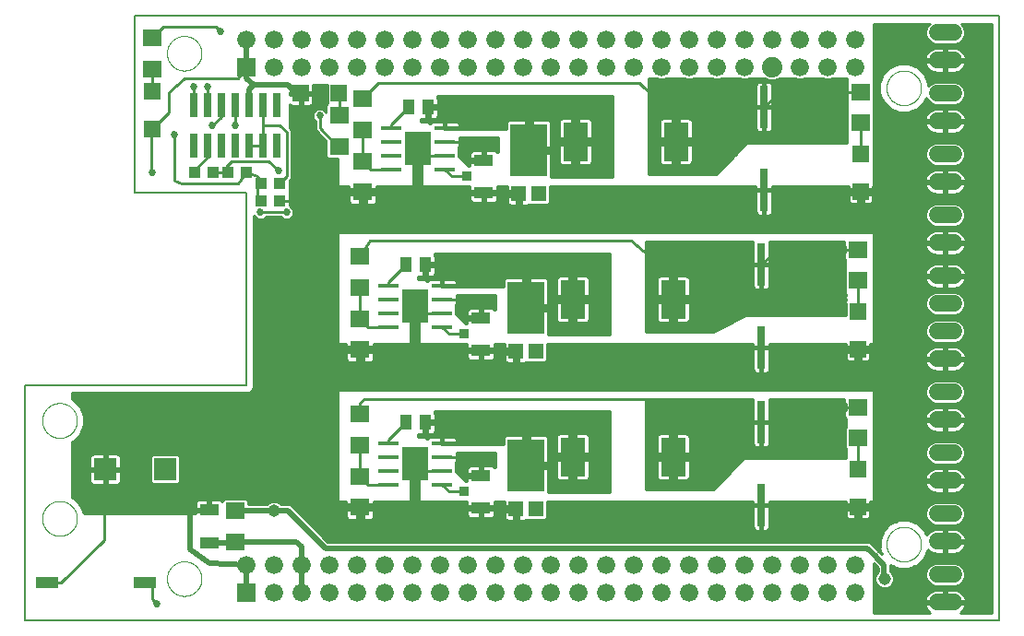
<source format=gtl>
G75*
%MOIN*%
%OFA0B0*%
%FSLAX25Y25*%
%IPPOS*%
%LPD*%
%AMOC8*
5,1,8,0,0,1.08239X$1,22.5*
%
%ADD10C,0.00500*%
%ADD11C,0.00000*%
%ADD12R,0.06600X0.06600*%
%ADD13C,0.06600*%
%ADD14C,0.07400*%
%ADD15R,0.07100X0.04400*%
%ADD16R,0.07098X0.06299*%
%ADD17R,0.04400X0.05700*%
%ADD18R,0.03100X0.15200*%
%ADD19R,0.05500X0.05500*%
%ADD20R,0.13200X0.19100*%
%ADD21R,0.05906X0.05906*%
%ADD22R,0.07800X0.01800*%
%ADD23R,0.09400X0.12200*%
%ADD24R,0.09055X0.14173*%
%ADD25C,0.06000*%
%ADD26R,0.08268X0.08268*%
%ADD27R,0.03937X0.04331*%
%ADD28R,0.04331X0.03937*%
%ADD29R,0.02992X0.08661*%
%ADD30R,0.07900X0.04300*%
%ADD31C,0.01600*%
%ADD32C,0.04000*%
%ADD33C,0.01000*%
%ADD34C,0.03562*%
%ADD35C,0.02000*%
%ADD36C,0.02700*%
%ADD37C,0.04500*%
%ADD38C,0.05906*%
%ADD39R,0.03562X0.03562*%
D10*
X0026831Y0025600D02*
X0026831Y0110600D01*
X0106831Y0110600D01*
X0106831Y0180100D01*
X0066331Y0180100D01*
X0066331Y0244100D01*
X0378831Y0244100D01*
X0378831Y0025600D01*
X0026831Y0025600D01*
D11*
X0032996Y0062383D02*
X0032998Y0062541D01*
X0033004Y0062699D01*
X0033014Y0062857D01*
X0033028Y0063015D01*
X0033046Y0063172D01*
X0033067Y0063329D01*
X0033093Y0063485D01*
X0033123Y0063641D01*
X0033156Y0063796D01*
X0033194Y0063949D01*
X0033235Y0064102D01*
X0033280Y0064254D01*
X0033329Y0064405D01*
X0033382Y0064554D01*
X0033438Y0064702D01*
X0033498Y0064848D01*
X0033562Y0064993D01*
X0033630Y0065136D01*
X0033701Y0065278D01*
X0033775Y0065418D01*
X0033853Y0065555D01*
X0033935Y0065691D01*
X0034019Y0065825D01*
X0034108Y0065956D01*
X0034199Y0066085D01*
X0034294Y0066212D01*
X0034391Y0066337D01*
X0034492Y0066459D01*
X0034596Y0066578D01*
X0034703Y0066695D01*
X0034813Y0066809D01*
X0034926Y0066920D01*
X0035041Y0067029D01*
X0035159Y0067134D01*
X0035280Y0067236D01*
X0035403Y0067336D01*
X0035529Y0067432D01*
X0035657Y0067525D01*
X0035787Y0067615D01*
X0035920Y0067701D01*
X0036055Y0067785D01*
X0036191Y0067864D01*
X0036330Y0067941D01*
X0036471Y0068013D01*
X0036613Y0068083D01*
X0036757Y0068148D01*
X0036903Y0068210D01*
X0037050Y0068268D01*
X0037199Y0068323D01*
X0037349Y0068374D01*
X0037500Y0068421D01*
X0037652Y0068464D01*
X0037805Y0068503D01*
X0037960Y0068539D01*
X0038115Y0068570D01*
X0038271Y0068598D01*
X0038427Y0068622D01*
X0038584Y0068642D01*
X0038742Y0068658D01*
X0038899Y0068670D01*
X0039058Y0068678D01*
X0039216Y0068682D01*
X0039374Y0068682D01*
X0039532Y0068678D01*
X0039691Y0068670D01*
X0039848Y0068658D01*
X0040006Y0068642D01*
X0040163Y0068622D01*
X0040319Y0068598D01*
X0040475Y0068570D01*
X0040630Y0068539D01*
X0040785Y0068503D01*
X0040938Y0068464D01*
X0041090Y0068421D01*
X0041241Y0068374D01*
X0041391Y0068323D01*
X0041540Y0068268D01*
X0041687Y0068210D01*
X0041833Y0068148D01*
X0041977Y0068083D01*
X0042119Y0068013D01*
X0042260Y0067941D01*
X0042399Y0067864D01*
X0042535Y0067785D01*
X0042670Y0067701D01*
X0042803Y0067615D01*
X0042933Y0067525D01*
X0043061Y0067432D01*
X0043187Y0067336D01*
X0043310Y0067236D01*
X0043431Y0067134D01*
X0043549Y0067029D01*
X0043664Y0066920D01*
X0043777Y0066809D01*
X0043887Y0066695D01*
X0043994Y0066578D01*
X0044098Y0066459D01*
X0044199Y0066337D01*
X0044296Y0066212D01*
X0044391Y0066085D01*
X0044482Y0065956D01*
X0044571Y0065825D01*
X0044655Y0065691D01*
X0044737Y0065555D01*
X0044815Y0065418D01*
X0044889Y0065278D01*
X0044960Y0065136D01*
X0045028Y0064993D01*
X0045092Y0064848D01*
X0045152Y0064702D01*
X0045208Y0064554D01*
X0045261Y0064405D01*
X0045310Y0064254D01*
X0045355Y0064102D01*
X0045396Y0063949D01*
X0045434Y0063796D01*
X0045467Y0063641D01*
X0045497Y0063485D01*
X0045523Y0063329D01*
X0045544Y0063172D01*
X0045562Y0063015D01*
X0045576Y0062857D01*
X0045586Y0062699D01*
X0045592Y0062541D01*
X0045594Y0062383D01*
X0045592Y0062225D01*
X0045586Y0062067D01*
X0045576Y0061909D01*
X0045562Y0061751D01*
X0045544Y0061594D01*
X0045523Y0061437D01*
X0045497Y0061281D01*
X0045467Y0061125D01*
X0045434Y0060970D01*
X0045396Y0060817D01*
X0045355Y0060664D01*
X0045310Y0060512D01*
X0045261Y0060361D01*
X0045208Y0060212D01*
X0045152Y0060064D01*
X0045092Y0059918D01*
X0045028Y0059773D01*
X0044960Y0059630D01*
X0044889Y0059488D01*
X0044815Y0059348D01*
X0044737Y0059211D01*
X0044655Y0059075D01*
X0044571Y0058941D01*
X0044482Y0058810D01*
X0044391Y0058681D01*
X0044296Y0058554D01*
X0044199Y0058429D01*
X0044098Y0058307D01*
X0043994Y0058188D01*
X0043887Y0058071D01*
X0043777Y0057957D01*
X0043664Y0057846D01*
X0043549Y0057737D01*
X0043431Y0057632D01*
X0043310Y0057530D01*
X0043187Y0057430D01*
X0043061Y0057334D01*
X0042933Y0057241D01*
X0042803Y0057151D01*
X0042670Y0057065D01*
X0042535Y0056981D01*
X0042399Y0056902D01*
X0042260Y0056825D01*
X0042119Y0056753D01*
X0041977Y0056683D01*
X0041833Y0056618D01*
X0041687Y0056556D01*
X0041540Y0056498D01*
X0041391Y0056443D01*
X0041241Y0056392D01*
X0041090Y0056345D01*
X0040938Y0056302D01*
X0040785Y0056263D01*
X0040630Y0056227D01*
X0040475Y0056196D01*
X0040319Y0056168D01*
X0040163Y0056144D01*
X0040006Y0056124D01*
X0039848Y0056108D01*
X0039691Y0056096D01*
X0039532Y0056088D01*
X0039374Y0056084D01*
X0039216Y0056084D01*
X0039058Y0056088D01*
X0038899Y0056096D01*
X0038742Y0056108D01*
X0038584Y0056124D01*
X0038427Y0056144D01*
X0038271Y0056168D01*
X0038115Y0056196D01*
X0037960Y0056227D01*
X0037805Y0056263D01*
X0037652Y0056302D01*
X0037500Y0056345D01*
X0037349Y0056392D01*
X0037199Y0056443D01*
X0037050Y0056498D01*
X0036903Y0056556D01*
X0036757Y0056618D01*
X0036613Y0056683D01*
X0036471Y0056753D01*
X0036330Y0056825D01*
X0036191Y0056902D01*
X0036055Y0056981D01*
X0035920Y0057065D01*
X0035787Y0057151D01*
X0035657Y0057241D01*
X0035529Y0057334D01*
X0035403Y0057430D01*
X0035280Y0057530D01*
X0035159Y0057632D01*
X0035041Y0057737D01*
X0034926Y0057846D01*
X0034813Y0057957D01*
X0034703Y0058071D01*
X0034596Y0058188D01*
X0034492Y0058307D01*
X0034391Y0058429D01*
X0034294Y0058554D01*
X0034199Y0058681D01*
X0034108Y0058810D01*
X0034019Y0058941D01*
X0033935Y0059075D01*
X0033853Y0059211D01*
X0033775Y0059348D01*
X0033701Y0059488D01*
X0033630Y0059630D01*
X0033562Y0059773D01*
X0033498Y0059918D01*
X0033438Y0060064D01*
X0033382Y0060212D01*
X0033329Y0060361D01*
X0033280Y0060512D01*
X0033235Y0060664D01*
X0033194Y0060817D01*
X0033156Y0060970D01*
X0033123Y0061125D01*
X0033093Y0061281D01*
X0033067Y0061437D01*
X0033046Y0061594D01*
X0033028Y0061751D01*
X0033014Y0061909D01*
X0033004Y0062067D01*
X0032998Y0062225D01*
X0032996Y0062383D01*
X0078081Y0040600D02*
X0078083Y0040758D01*
X0078089Y0040915D01*
X0078099Y0041073D01*
X0078113Y0041230D01*
X0078131Y0041386D01*
X0078152Y0041543D01*
X0078178Y0041698D01*
X0078208Y0041853D01*
X0078241Y0042007D01*
X0078279Y0042160D01*
X0078320Y0042313D01*
X0078365Y0042464D01*
X0078414Y0042614D01*
X0078467Y0042762D01*
X0078523Y0042910D01*
X0078584Y0043055D01*
X0078647Y0043200D01*
X0078715Y0043342D01*
X0078786Y0043483D01*
X0078860Y0043622D01*
X0078938Y0043759D01*
X0079020Y0043894D01*
X0079104Y0044027D01*
X0079193Y0044158D01*
X0079284Y0044286D01*
X0079379Y0044413D01*
X0079476Y0044536D01*
X0079577Y0044658D01*
X0079681Y0044776D01*
X0079788Y0044892D01*
X0079898Y0045005D01*
X0080010Y0045116D01*
X0080126Y0045223D01*
X0080244Y0045328D01*
X0080364Y0045430D01*
X0080487Y0045528D01*
X0080613Y0045624D01*
X0080741Y0045716D01*
X0080871Y0045805D01*
X0081003Y0045891D01*
X0081138Y0045973D01*
X0081275Y0046052D01*
X0081413Y0046127D01*
X0081553Y0046199D01*
X0081696Y0046267D01*
X0081839Y0046332D01*
X0081985Y0046393D01*
X0082132Y0046450D01*
X0082280Y0046504D01*
X0082430Y0046554D01*
X0082580Y0046600D01*
X0082732Y0046642D01*
X0082885Y0046681D01*
X0083039Y0046715D01*
X0083194Y0046746D01*
X0083349Y0046772D01*
X0083505Y0046795D01*
X0083662Y0046814D01*
X0083819Y0046829D01*
X0083976Y0046840D01*
X0084134Y0046847D01*
X0084292Y0046850D01*
X0084449Y0046849D01*
X0084607Y0046844D01*
X0084764Y0046835D01*
X0084922Y0046822D01*
X0085078Y0046805D01*
X0085235Y0046784D01*
X0085390Y0046760D01*
X0085545Y0046731D01*
X0085700Y0046698D01*
X0085853Y0046662D01*
X0086006Y0046621D01*
X0086157Y0046577D01*
X0086307Y0046529D01*
X0086456Y0046478D01*
X0086604Y0046422D01*
X0086750Y0046363D01*
X0086895Y0046300D01*
X0087038Y0046233D01*
X0087179Y0046163D01*
X0087318Y0046090D01*
X0087456Y0046013D01*
X0087592Y0045932D01*
X0087725Y0045848D01*
X0087856Y0045761D01*
X0087985Y0045670D01*
X0088112Y0045576D01*
X0088237Y0045479D01*
X0088358Y0045379D01*
X0088478Y0045276D01*
X0088594Y0045170D01*
X0088708Y0045061D01*
X0088820Y0044949D01*
X0088928Y0044835D01*
X0089033Y0044717D01*
X0089136Y0044597D01*
X0089235Y0044475D01*
X0089331Y0044350D01*
X0089424Y0044222D01*
X0089514Y0044093D01*
X0089600Y0043961D01*
X0089684Y0043827D01*
X0089763Y0043691D01*
X0089840Y0043553D01*
X0089912Y0043413D01*
X0089981Y0043271D01*
X0090047Y0043128D01*
X0090109Y0042983D01*
X0090167Y0042836D01*
X0090222Y0042688D01*
X0090273Y0042539D01*
X0090320Y0042388D01*
X0090363Y0042237D01*
X0090402Y0042084D01*
X0090438Y0041930D01*
X0090469Y0041776D01*
X0090497Y0041621D01*
X0090521Y0041465D01*
X0090541Y0041308D01*
X0090557Y0041151D01*
X0090569Y0040994D01*
X0090577Y0040837D01*
X0090581Y0040679D01*
X0090581Y0040521D01*
X0090577Y0040363D01*
X0090569Y0040206D01*
X0090557Y0040049D01*
X0090541Y0039892D01*
X0090521Y0039735D01*
X0090497Y0039579D01*
X0090469Y0039424D01*
X0090438Y0039270D01*
X0090402Y0039116D01*
X0090363Y0038963D01*
X0090320Y0038812D01*
X0090273Y0038661D01*
X0090222Y0038512D01*
X0090167Y0038364D01*
X0090109Y0038217D01*
X0090047Y0038072D01*
X0089981Y0037929D01*
X0089912Y0037787D01*
X0089840Y0037647D01*
X0089763Y0037509D01*
X0089684Y0037373D01*
X0089600Y0037239D01*
X0089514Y0037107D01*
X0089424Y0036978D01*
X0089331Y0036850D01*
X0089235Y0036725D01*
X0089136Y0036603D01*
X0089033Y0036483D01*
X0088928Y0036365D01*
X0088820Y0036251D01*
X0088708Y0036139D01*
X0088594Y0036030D01*
X0088478Y0035924D01*
X0088358Y0035821D01*
X0088237Y0035721D01*
X0088112Y0035624D01*
X0087985Y0035530D01*
X0087856Y0035439D01*
X0087725Y0035352D01*
X0087592Y0035268D01*
X0087456Y0035187D01*
X0087318Y0035110D01*
X0087179Y0035037D01*
X0087038Y0034967D01*
X0086895Y0034900D01*
X0086750Y0034837D01*
X0086604Y0034778D01*
X0086456Y0034722D01*
X0086307Y0034671D01*
X0086157Y0034623D01*
X0086006Y0034579D01*
X0085853Y0034538D01*
X0085700Y0034502D01*
X0085545Y0034469D01*
X0085390Y0034440D01*
X0085235Y0034416D01*
X0085078Y0034395D01*
X0084922Y0034378D01*
X0084764Y0034365D01*
X0084607Y0034356D01*
X0084449Y0034351D01*
X0084292Y0034350D01*
X0084134Y0034353D01*
X0083976Y0034360D01*
X0083819Y0034371D01*
X0083662Y0034386D01*
X0083505Y0034405D01*
X0083349Y0034428D01*
X0083194Y0034454D01*
X0083039Y0034485D01*
X0082885Y0034519D01*
X0082732Y0034558D01*
X0082580Y0034600D01*
X0082430Y0034646D01*
X0082280Y0034696D01*
X0082132Y0034750D01*
X0081985Y0034807D01*
X0081839Y0034868D01*
X0081696Y0034933D01*
X0081553Y0035001D01*
X0081413Y0035073D01*
X0081275Y0035148D01*
X0081138Y0035227D01*
X0081003Y0035309D01*
X0080871Y0035395D01*
X0080741Y0035484D01*
X0080613Y0035576D01*
X0080487Y0035672D01*
X0080364Y0035770D01*
X0080244Y0035872D01*
X0080126Y0035977D01*
X0080010Y0036084D01*
X0079898Y0036195D01*
X0079788Y0036308D01*
X0079681Y0036424D01*
X0079577Y0036542D01*
X0079476Y0036664D01*
X0079379Y0036787D01*
X0079284Y0036914D01*
X0079193Y0037042D01*
X0079104Y0037173D01*
X0079020Y0037306D01*
X0078938Y0037441D01*
X0078860Y0037578D01*
X0078786Y0037717D01*
X0078715Y0037858D01*
X0078647Y0038000D01*
X0078584Y0038145D01*
X0078523Y0038290D01*
X0078467Y0038438D01*
X0078414Y0038586D01*
X0078365Y0038736D01*
X0078320Y0038887D01*
X0078279Y0039040D01*
X0078241Y0039193D01*
X0078208Y0039347D01*
X0078178Y0039502D01*
X0078152Y0039657D01*
X0078131Y0039814D01*
X0078113Y0039970D01*
X0078099Y0040127D01*
X0078089Y0040285D01*
X0078083Y0040442D01*
X0078081Y0040600D01*
X0032996Y0097817D02*
X0032998Y0097975D01*
X0033004Y0098133D01*
X0033014Y0098291D01*
X0033028Y0098449D01*
X0033046Y0098606D01*
X0033067Y0098763D01*
X0033093Y0098919D01*
X0033123Y0099075D01*
X0033156Y0099230D01*
X0033194Y0099383D01*
X0033235Y0099536D01*
X0033280Y0099688D01*
X0033329Y0099839D01*
X0033382Y0099988D01*
X0033438Y0100136D01*
X0033498Y0100282D01*
X0033562Y0100427D01*
X0033630Y0100570D01*
X0033701Y0100712D01*
X0033775Y0100852D01*
X0033853Y0100989D01*
X0033935Y0101125D01*
X0034019Y0101259D01*
X0034108Y0101390D01*
X0034199Y0101519D01*
X0034294Y0101646D01*
X0034391Y0101771D01*
X0034492Y0101893D01*
X0034596Y0102012D01*
X0034703Y0102129D01*
X0034813Y0102243D01*
X0034926Y0102354D01*
X0035041Y0102463D01*
X0035159Y0102568D01*
X0035280Y0102670D01*
X0035403Y0102770D01*
X0035529Y0102866D01*
X0035657Y0102959D01*
X0035787Y0103049D01*
X0035920Y0103135D01*
X0036055Y0103219D01*
X0036191Y0103298D01*
X0036330Y0103375D01*
X0036471Y0103447D01*
X0036613Y0103517D01*
X0036757Y0103582D01*
X0036903Y0103644D01*
X0037050Y0103702D01*
X0037199Y0103757D01*
X0037349Y0103808D01*
X0037500Y0103855D01*
X0037652Y0103898D01*
X0037805Y0103937D01*
X0037960Y0103973D01*
X0038115Y0104004D01*
X0038271Y0104032D01*
X0038427Y0104056D01*
X0038584Y0104076D01*
X0038742Y0104092D01*
X0038899Y0104104D01*
X0039058Y0104112D01*
X0039216Y0104116D01*
X0039374Y0104116D01*
X0039532Y0104112D01*
X0039691Y0104104D01*
X0039848Y0104092D01*
X0040006Y0104076D01*
X0040163Y0104056D01*
X0040319Y0104032D01*
X0040475Y0104004D01*
X0040630Y0103973D01*
X0040785Y0103937D01*
X0040938Y0103898D01*
X0041090Y0103855D01*
X0041241Y0103808D01*
X0041391Y0103757D01*
X0041540Y0103702D01*
X0041687Y0103644D01*
X0041833Y0103582D01*
X0041977Y0103517D01*
X0042119Y0103447D01*
X0042260Y0103375D01*
X0042399Y0103298D01*
X0042535Y0103219D01*
X0042670Y0103135D01*
X0042803Y0103049D01*
X0042933Y0102959D01*
X0043061Y0102866D01*
X0043187Y0102770D01*
X0043310Y0102670D01*
X0043431Y0102568D01*
X0043549Y0102463D01*
X0043664Y0102354D01*
X0043777Y0102243D01*
X0043887Y0102129D01*
X0043994Y0102012D01*
X0044098Y0101893D01*
X0044199Y0101771D01*
X0044296Y0101646D01*
X0044391Y0101519D01*
X0044482Y0101390D01*
X0044571Y0101259D01*
X0044655Y0101125D01*
X0044737Y0100989D01*
X0044815Y0100852D01*
X0044889Y0100712D01*
X0044960Y0100570D01*
X0045028Y0100427D01*
X0045092Y0100282D01*
X0045152Y0100136D01*
X0045208Y0099988D01*
X0045261Y0099839D01*
X0045310Y0099688D01*
X0045355Y0099536D01*
X0045396Y0099383D01*
X0045434Y0099230D01*
X0045467Y0099075D01*
X0045497Y0098919D01*
X0045523Y0098763D01*
X0045544Y0098606D01*
X0045562Y0098449D01*
X0045576Y0098291D01*
X0045586Y0098133D01*
X0045592Y0097975D01*
X0045594Y0097817D01*
X0045592Y0097659D01*
X0045586Y0097501D01*
X0045576Y0097343D01*
X0045562Y0097185D01*
X0045544Y0097028D01*
X0045523Y0096871D01*
X0045497Y0096715D01*
X0045467Y0096559D01*
X0045434Y0096404D01*
X0045396Y0096251D01*
X0045355Y0096098D01*
X0045310Y0095946D01*
X0045261Y0095795D01*
X0045208Y0095646D01*
X0045152Y0095498D01*
X0045092Y0095352D01*
X0045028Y0095207D01*
X0044960Y0095064D01*
X0044889Y0094922D01*
X0044815Y0094782D01*
X0044737Y0094645D01*
X0044655Y0094509D01*
X0044571Y0094375D01*
X0044482Y0094244D01*
X0044391Y0094115D01*
X0044296Y0093988D01*
X0044199Y0093863D01*
X0044098Y0093741D01*
X0043994Y0093622D01*
X0043887Y0093505D01*
X0043777Y0093391D01*
X0043664Y0093280D01*
X0043549Y0093171D01*
X0043431Y0093066D01*
X0043310Y0092964D01*
X0043187Y0092864D01*
X0043061Y0092768D01*
X0042933Y0092675D01*
X0042803Y0092585D01*
X0042670Y0092499D01*
X0042535Y0092415D01*
X0042399Y0092336D01*
X0042260Y0092259D01*
X0042119Y0092187D01*
X0041977Y0092117D01*
X0041833Y0092052D01*
X0041687Y0091990D01*
X0041540Y0091932D01*
X0041391Y0091877D01*
X0041241Y0091826D01*
X0041090Y0091779D01*
X0040938Y0091736D01*
X0040785Y0091697D01*
X0040630Y0091661D01*
X0040475Y0091630D01*
X0040319Y0091602D01*
X0040163Y0091578D01*
X0040006Y0091558D01*
X0039848Y0091542D01*
X0039691Y0091530D01*
X0039532Y0091522D01*
X0039374Y0091518D01*
X0039216Y0091518D01*
X0039058Y0091522D01*
X0038899Y0091530D01*
X0038742Y0091542D01*
X0038584Y0091558D01*
X0038427Y0091578D01*
X0038271Y0091602D01*
X0038115Y0091630D01*
X0037960Y0091661D01*
X0037805Y0091697D01*
X0037652Y0091736D01*
X0037500Y0091779D01*
X0037349Y0091826D01*
X0037199Y0091877D01*
X0037050Y0091932D01*
X0036903Y0091990D01*
X0036757Y0092052D01*
X0036613Y0092117D01*
X0036471Y0092187D01*
X0036330Y0092259D01*
X0036191Y0092336D01*
X0036055Y0092415D01*
X0035920Y0092499D01*
X0035787Y0092585D01*
X0035657Y0092675D01*
X0035529Y0092768D01*
X0035403Y0092864D01*
X0035280Y0092964D01*
X0035159Y0093066D01*
X0035041Y0093171D01*
X0034926Y0093280D01*
X0034813Y0093391D01*
X0034703Y0093505D01*
X0034596Y0093622D01*
X0034492Y0093741D01*
X0034391Y0093863D01*
X0034294Y0093988D01*
X0034199Y0094115D01*
X0034108Y0094244D01*
X0034019Y0094375D01*
X0033935Y0094509D01*
X0033853Y0094645D01*
X0033775Y0094782D01*
X0033701Y0094922D01*
X0033630Y0095064D01*
X0033562Y0095207D01*
X0033498Y0095352D01*
X0033438Y0095498D01*
X0033382Y0095646D01*
X0033329Y0095795D01*
X0033280Y0095946D01*
X0033235Y0096098D01*
X0033194Y0096251D01*
X0033156Y0096404D01*
X0033123Y0096559D01*
X0033093Y0096715D01*
X0033067Y0096871D01*
X0033046Y0097028D01*
X0033028Y0097185D01*
X0033014Y0097343D01*
X0033004Y0097501D01*
X0032998Y0097659D01*
X0032996Y0097817D01*
X0078081Y0230600D02*
X0078083Y0230758D01*
X0078089Y0230915D01*
X0078099Y0231073D01*
X0078113Y0231230D01*
X0078131Y0231386D01*
X0078152Y0231543D01*
X0078178Y0231698D01*
X0078208Y0231853D01*
X0078241Y0232007D01*
X0078279Y0232160D01*
X0078320Y0232313D01*
X0078365Y0232464D01*
X0078414Y0232614D01*
X0078467Y0232762D01*
X0078523Y0232910D01*
X0078584Y0233055D01*
X0078647Y0233200D01*
X0078715Y0233342D01*
X0078786Y0233483D01*
X0078860Y0233622D01*
X0078938Y0233759D01*
X0079020Y0233894D01*
X0079104Y0234027D01*
X0079193Y0234158D01*
X0079284Y0234286D01*
X0079379Y0234413D01*
X0079476Y0234536D01*
X0079577Y0234658D01*
X0079681Y0234776D01*
X0079788Y0234892D01*
X0079898Y0235005D01*
X0080010Y0235116D01*
X0080126Y0235223D01*
X0080244Y0235328D01*
X0080364Y0235430D01*
X0080487Y0235528D01*
X0080613Y0235624D01*
X0080741Y0235716D01*
X0080871Y0235805D01*
X0081003Y0235891D01*
X0081138Y0235973D01*
X0081275Y0236052D01*
X0081413Y0236127D01*
X0081553Y0236199D01*
X0081696Y0236267D01*
X0081839Y0236332D01*
X0081985Y0236393D01*
X0082132Y0236450D01*
X0082280Y0236504D01*
X0082430Y0236554D01*
X0082580Y0236600D01*
X0082732Y0236642D01*
X0082885Y0236681D01*
X0083039Y0236715D01*
X0083194Y0236746D01*
X0083349Y0236772D01*
X0083505Y0236795D01*
X0083662Y0236814D01*
X0083819Y0236829D01*
X0083976Y0236840D01*
X0084134Y0236847D01*
X0084292Y0236850D01*
X0084449Y0236849D01*
X0084607Y0236844D01*
X0084764Y0236835D01*
X0084922Y0236822D01*
X0085078Y0236805D01*
X0085235Y0236784D01*
X0085390Y0236760D01*
X0085545Y0236731D01*
X0085700Y0236698D01*
X0085853Y0236662D01*
X0086006Y0236621D01*
X0086157Y0236577D01*
X0086307Y0236529D01*
X0086456Y0236478D01*
X0086604Y0236422D01*
X0086750Y0236363D01*
X0086895Y0236300D01*
X0087038Y0236233D01*
X0087179Y0236163D01*
X0087318Y0236090D01*
X0087456Y0236013D01*
X0087592Y0235932D01*
X0087725Y0235848D01*
X0087856Y0235761D01*
X0087985Y0235670D01*
X0088112Y0235576D01*
X0088237Y0235479D01*
X0088358Y0235379D01*
X0088478Y0235276D01*
X0088594Y0235170D01*
X0088708Y0235061D01*
X0088820Y0234949D01*
X0088928Y0234835D01*
X0089033Y0234717D01*
X0089136Y0234597D01*
X0089235Y0234475D01*
X0089331Y0234350D01*
X0089424Y0234222D01*
X0089514Y0234093D01*
X0089600Y0233961D01*
X0089684Y0233827D01*
X0089763Y0233691D01*
X0089840Y0233553D01*
X0089912Y0233413D01*
X0089981Y0233271D01*
X0090047Y0233128D01*
X0090109Y0232983D01*
X0090167Y0232836D01*
X0090222Y0232688D01*
X0090273Y0232539D01*
X0090320Y0232388D01*
X0090363Y0232237D01*
X0090402Y0232084D01*
X0090438Y0231930D01*
X0090469Y0231776D01*
X0090497Y0231621D01*
X0090521Y0231465D01*
X0090541Y0231308D01*
X0090557Y0231151D01*
X0090569Y0230994D01*
X0090577Y0230837D01*
X0090581Y0230679D01*
X0090581Y0230521D01*
X0090577Y0230363D01*
X0090569Y0230206D01*
X0090557Y0230049D01*
X0090541Y0229892D01*
X0090521Y0229735D01*
X0090497Y0229579D01*
X0090469Y0229424D01*
X0090438Y0229270D01*
X0090402Y0229116D01*
X0090363Y0228963D01*
X0090320Y0228812D01*
X0090273Y0228661D01*
X0090222Y0228512D01*
X0090167Y0228364D01*
X0090109Y0228217D01*
X0090047Y0228072D01*
X0089981Y0227929D01*
X0089912Y0227787D01*
X0089840Y0227647D01*
X0089763Y0227509D01*
X0089684Y0227373D01*
X0089600Y0227239D01*
X0089514Y0227107D01*
X0089424Y0226978D01*
X0089331Y0226850D01*
X0089235Y0226725D01*
X0089136Y0226603D01*
X0089033Y0226483D01*
X0088928Y0226365D01*
X0088820Y0226251D01*
X0088708Y0226139D01*
X0088594Y0226030D01*
X0088478Y0225924D01*
X0088358Y0225821D01*
X0088237Y0225721D01*
X0088112Y0225624D01*
X0087985Y0225530D01*
X0087856Y0225439D01*
X0087725Y0225352D01*
X0087592Y0225268D01*
X0087456Y0225187D01*
X0087318Y0225110D01*
X0087179Y0225037D01*
X0087038Y0224967D01*
X0086895Y0224900D01*
X0086750Y0224837D01*
X0086604Y0224778D01*
X0086456Y0224722D01*
X0086307Y0224671D01*
X0086157Y0224623D01*
X0086006Y0224579D01*
X0085853Y0224538D01*
X0085700Y0224502D01*
X0085545Y0224469D01*
X0085390Y0224440D01*
X0085235Y0224416D01*
X0085078Y0224395D01*
X0084922Y0224378D01*
X0084764Y0224365D01*
X0084607Y0224356D01*
X0084449Y0224351D01*
X0084292Y0224350D01*
X0084134Y0224353D01*
X0083976Y0224360D01*
X0083819Y0224371D01*
X0083662Y0224386D01*
X0083505Y0224405D01*
X0083349Y0224428D01*
X0083194Y0224454D01*
X0083039Y0224485D01*
X0082885Y0224519D01*
X0082732Y0224558D01*
X0082580Y0224600D01*
X0082430Y0224646D01*
X0082280Y0224696D01*
X0082132Y0224750D01*
X0081985Y0224807D01*
X0081839Y0224868D01*
X0081696Y0224933D01*
X0081553Y0225001D01*
X0081413Y0225073D01*
X0081275Y0225148D01*
X0081138Y0225227D01*
X0081003Y0225309D01*
X0080871Y0225395D01*
X0080741Y0225484D01*
X0080613Y0225576D01*
X0080487Y0225672D01*
X0080364Y0225770D01*
X0080244Y0225872D01*
X0080126Y0225977D01*
X0080010Y0226084D01*
X0079898Y0226195D01*
X0079788Y0226308D01*
X0079681Y0226424D01*
X0079577Y0226542D01*
X0079476Y0226664D01*
X0079379Y0226787D01*
X0079284Y0226914D01*
X0079193Y0227042D01*
X0079104Y0227173D01*
X0079020Y0227306D01*
X0078938Y0227441D01*
X0078860Y0227578D01*
X0078786Y0227717D01*
X0078715Y0227858D01*
X0078647Y0228000D01*
X0078584Y0228145D01*
X0078523Y0228290D01*
X0078467Y0228438D01*
X0078414Y0228586D01*
X0078365Y0228736D01*
X0078320Y0228887D01*
X0078279Y0229040D01*
X0078241Y0229193D01*
X0078208Y0229347D01*
X0078178Y0229502D01*
X0078152Y0229657D01*
X0078131Y0229814D01*
X0078113Y0229970D01*
X0078099Y0230127D01*
X0078089Y0230285D01*
X0078083Y0230442D01*
X0078081Y0230600D01*
X0338081Y0218100D02*
X0338083Y0218258D01*
X0338089Y0218415D01*
X0338099Y0218573D01*
X0338113Y0218730D01*
X0338131Y0218886D01*
X0338152Y0219043D01*
X0338178Y0219198D01*
X0338208Y0219353D01*
X0338241Y0219507D01*
X0338279Y0219660D01*
X0338320Y0219813D01*
X0338365Y0219964D01*
X0338414Y0220114D01*
X0338467Y0220262D01*
X0338523Y0220410D01*
X0338584Y0220555D01*
X0338647Y0220700D01*
X0338715Y0220842D01*
X0338786Y0220983D01*
X0338860Y0221122D01*
X0338938Y0221259D01*
X0339020Y0221394D01*
X0339104Y0221527D01*
X0339193Y0221658D01*
X0339284Y0221786D01*
X0339379Y0221913D01*
X0339476Y0222036D01*
X0339577Y0222158D01*
X0339681Y0222276D01*
X0339788Y0222392D01*
X0339898Y0222505D01*
X0340010Y0222616D01*
X0340126Y0222723D01*
X0340244Y0222828D01*
X0340364Y0222930D01*
X0340487Y0223028D01*
X0340613Y0223124D01*
X0340741Y0223216D01*
X0340871Y0223305D01*
X0341003Y0223391D01*
X0341138Y0223473D01*
X0341275Y0223552D01*
X0341413Y0223627D01*
X0341553Y0223699D01*
X0341696Y0223767D01*
X0341839Y0223832D01*
X0341985Y0223893D01*
X0342132Y0223950D01*
X0342280Y0224004D01*
X0342430Y0224054D01*
X0342580Y0224100D01*
X0342732Y0224142D01*
X0342885Y0224181D01*
X0343039Y0224215D01*
X0343194Y0224246D01*
X0343349Y0224272D01*
X0343505Y0224295D01*
X0343662Y0224314D01*
X0343819Y0224329D01*
X0343976Y0224340D01*
X0344134Y0224347D01*
X0344292Y0224350D01*
X0344449Y0224349D01*
X0344607Y0224344D01*
X0344764Y0224335D01*
X0344922Y0224322D01*
X0345078Y0224305D01*
X0345235Y0224284D01*
X0345390Y0224260D01*
X0345545Y0224231D01*
X0345700Y0224198D01*
X0345853Y0224162D01*
X0346006Y0224121D01*
X0346157Y0224077D01*
X0346307Y0224029D01*
X0346456Y0223978D01*
X0346604Y0223922D01*
X0346750Y0223863D01*
X0346895Y0223800D01*
X0347038Y0223733D01*
X0347179Y0223663D01*
X0347318Y0223590D01*
X0347456Y0223513D01*
X0347592Y0223432D01*
X0347725Y0223348D01*
X0347856Y0223261D01*
X0347985Y0223170D01*
X0348112Y0223076D01*
X0348237Y0222979D01*
X0348358Y0222879D01*
X0348478Y0222776D01*
X0348594Y0222670D01*
X0348708Y0222561D01*
X0348820Y0222449D01*
X0348928Y0222335D01*
X0349033Y0222217D01*
X0349136Y0222097D01*
X0349235Y0221975D01*
X0349331Y0221850D01*
X0349424Y0221722D01*
X0349514Y0221593D01*
X0349600Y0221461D01*
X0349684Y0221327D01*
X0349763Y0221191D01*
X0349840Y0221053D01*
X0349912Y0220913D01*
X0349981Y0220771D01*
X0350047Y0220628D01*
X0350109Y0220483D01*
X0350167Y0220336D01*
X0350222Y0220188D01*
X0350273Y0220039D01*
X0350320Y0219888D01*
X0350363Y0219737D01*
X0350402Y0219584D01*
X0350438Y0219430D01*
X0350469Y0219276D01*
X0350497Y0219121D01*
X0350521Y0218965D01*
X0350541Y0218808D01*
X0350557Y0218651D01*
X0350569Y0218494D01*
X0350577Y0218337D01*
X0350581Y0218179D01*
X0350581Y0218021D01*
X0350577Y0217863D01*
X0350569Y0217706D01*
X0350557Y0217549D01*
X0350541Y0217392D01*
X0350521Y0217235D01*
X0350497Y0217079D01*
X0350469Y0216924D01*
X0350438Y0216770D01*
X0350402Y0216616D01*
X0350363Y0216463D01*
X0350320Y0216312D01*
X0350273Y0216161D01*
X0350222Y0216012D01*
X0350167Y0215864D01*
X0350109Y0215717D01*
X0350047Y0215572D01*
X0349981Y0215429D01*
X0349912Y0215287D01*
X0349840Y0215147D01*
X0349763Y0215009D01*
X0349684Y0214873D01*
X0349600Y0214739D01*
X0349514Y0214607D01*
X0349424Y0214478D01*
X0349331Y0214350D01*
X0349235Y0214225D01*
X0349136Y0214103D01*
X0349033Y0213983D01*
X0348928Y0213865D01*
X0348820Y0213751D01*
X0348708Y0213639D01*
X0348594Y0213530D01*
X0348478Y0213424D01*
X0348358Y0213321D01*
X0348237Y0213221D01*
X0348112Y0213124D01*
X0347985Y0213030D01*
X0347856Y0212939D01*
X0347725Y0212852D01*
X0347592Y0212768D01*
X0347456Y0212687D01*
X0347318Y0212610D01*
X0347179Y0212537D01*
X0347038Y0212467D01*
X0346895Y0212400D01*
X0346750Y0212337D01*
X0346604Y0212278D01*
X0346456Y0212222D01*
X0346307Y0212171D01*
X0346157Y0212123D01*
X0346006Y0212079D01*
X0345853Y0212038D01*
X0345700Y0212002D01*
X0345545Y0211969D01*
X0345390Y0211940D01*
X0345235Y0211916D01*
X0345078Y0211895D01*
X0344922Y0211878D01*
X0344764Y0211865D01*
X0344607Y0211856D01*
X0344449Y0211851D01*
X0344292Y0211850D01*
X0344134Y0211853D01*
X0343976Y0211860D01*
X0343819Y0211871D01*
X0343662Y0211886D01*
X0343505Y0211905D01*
X0343349Y0211928D01*
X0343194Y0211954D01*
X0343039Y0211985D01*
X0342885Y0212019D01*
X0342732Y0212058D01*
X0342580Y0212100D01*
X0342430Y0212146D01*
X0342280Y0212196D01*
X0342132Y0212250D01*
X0341985Y0212307D01*
X0341839Y0212368D01*
X0341696Y0212433D01*
X0341553Y0212501D01*
X0341413Y0212573D01*
X0341275Y0212648D01*
X0341138Y0212727D01*
X0341003Y0212809D01*
X0340871Y0212895D01*
X0340741Y0212984D01*
X0340613Y0213076D01*
X0340487Y0213172D01*
X0340364Y0213270D01*
X0340244Y0213372D01*
X0340126Y0213477D01*
X0340010Y0213584D01*
X0339898Y0213695D01*
X0339788Y0213808D01*
X0339681Y0213924D01*
X0339577Y0214042D01*
X0339476Y0214164D01*
X0339379Y0214287D01*
X0339284Y0214414D01*
X0339193Y0214542D01*
X0339104Y0214673D01*
X0339020Y0214806D01*
X0338938Y0214941D01*
X0338860Y0215078D01*
X0338786Y0215217D01*
X0338715Y0215358D01*
X0338647Y0215500D01*
X0338584Y0215645D01*
X0338523Y0215790D01*
X0338467Y0215938D01*
X0338414Y0216086D01*
X0338365Y0216236D01*
X0338320Y0216387D01*
X0338279Y0216540D01*
X0338241Y0216693D01*
X0338208Y0216847D01*
X0338178Y0217002D01*
X0338152Y0217157D01*
X0338131Y0217314D01*
X0338113Y0217470D01*
X0338099Y0217627D01*
X0338089Y0217785D01*
X0338083Y0217942D01*
X0338081Y0218100D01*
X0338081Y0053100D02*
X0338083Y0053258D01*
X0338089Y0053415D01*
X0338099Y0053573D01*
X0338113Y0053730D01*
X0338131Y0053886D01*
X0338152Y0054043D01*
X0338178Y0054198D01*
X0338208Y0054353D01*
X0338241Y0054507D01*
X0338279Y0054660D01*
X0338320Y0054813D01*
X0338365Y0054964D01*
X0338414Y0055114D01*
X0338467Y0055262D01*
X0338523Y0055410D01*
X0338584Y0055555D01*
X0338647Y0055700D01*
X0338715Y0055842D01*
X0338786Y0055983D01*
X0338860Y0056122D01*
X0338938Y0056259D01*
X0339020Y0056394D01*
X0339104Y0056527D01*
X0339193Y0056658D01*
X0339284Y0056786D01*
X0339379Y0056913D01*
X0339476Y0057036D01*
X0339577Y0057158D01*
X0339681Y0057276D01*
X0339788Y0057392D01*
X0339898Y0057505D01*
X0340010Y0057616D01*
X0340126Y0057723D01*
X0340244Y0057828D01*
X0340364Y0057930D01*
X0340487Y0058028D01*
X0340613Y0058124D01*
X0340741Y0058216D01*
X0340871Y0058305D01*
X0341003Y0058391D01*
X0341138Y0058473D01*
X0341275Y0058552D01*
X0341413Y0058627D01*
X0341553Y0058699D01*
X0341696Y0058767D01*
X0341839Y0058832D01*
X0341985Y0058893D01*
X0342132Y0058950D01*
X0342280Y0059004D01*
X0342430Y0059054D01*
X0342580Y0059100D01*
X0342732Y0059142D01*
X0342885Y0059181D01*
X0343039Y0059215D01*
X0343194Y0059246D01*
X0343349Y0059272D01*
X0343505Y0059295D01*
X0343662Y0059314D01*
X0343819Y0059329D01*
X0343976Y0059340D01*
X0344134Y0059347D01*
X0344292Y0059350D01*
X0344449Y0059349D01*
X0344607Y0059344D01*
X0344764Y0059335D01*
X0344922Y0059322D01*
X0345078Y0059305D01*
X0345235Y0059284D01*
X0345390Y0059260D01*
X0345545Y0059231D01*
X0345700Y0059198D01*
X0345853Y0059162D01*
X0346006Y0059121D01*
X0346157Y0059077D01*
X0346307Y0059029D01*
X0346456Y0058978D01*
X0346604Y0058922D01*
X0346750Y0058863D01*
X0346895Y0058800D01*
X0347038Y0058733D01*
X0347179Y0058663D01*
X0347318Y0058590D01*
X0347456Y0058513D01*
X0347592Y0058432D01*
X0347725Y0058348D01*
X0347856Y0058261D01*
X0347985Y0058170D01*
X0348112Y0058076D01*
X0348237Y0057979D01*
X0348358Y0057879D01*
X0348478Y0057776D01*
X0348594Y0057670D01*
X0348708Y0057561D01*
X0348820Y0057449D01*
X0348928Y0057335D01*
X0349033Y0057217D01*
X0349136Y0057097D01*
X0349235Y0056975D01*
X0349331Y0056850D01*
X0349424Y0056722D01*
X0349514Y0056593D01*
X0349600Y0056461D01*
X0349684Y0056327D01*
X0349763Y0056191D01*
X0349840Y0056053D01*
X0349912Y0055913D01*
X0349981Y0055771D01*
X0350047Y0055628D01*
X0350109Y0055483D01*
X0350167Y0055336D01*
X0350222Y0055188D01*
X0350273Y0055039D01*
X0350320Y0054888D01*
X0350363Y0054737D01*
X0350402Y0054584D01*
X0350438Y0054430D01*
X0350469Y0054276D01*
X0350497Y0054121D01*
X0350521Y0053965D01*
X0350541Y0053808D01*
X0350557Y0053651D01*
X0350569Y0053494D01*
X0350577Y0053337D01*
X0350581Y0053179D01*
X0350581Y0053021D01*
X0350577Y0052863D01*
X0350569Y0052706D01*
X0350557Y0052549D01*
X0350541Y0052392D01*
X0350521Y0052235D01*
X0350497Y0052079D01*
X0350469Y0051924D01*
X0350438Y0051770D01*
X0350402Y0051616D01*
X0350363Y0051463D01*
X0350320Y0051312D01*
X0350273Y0051161D01*
X0350222Y0051012D01*
X0350167Y0050864D01*
X0350109Y0050717D01*
X0350047Y0050572D01*
X0349981Y0050429D01*
X0349912Y0050287D01*
X0349840Y0050147D01*
X0349763Y0050009D01*
X0349684Y0049873D01*
X0349600Y0049739D01*
X0349514Y0049607D01*
X0349424Y0049478D01*
X0349331Y0049350D01*
X0349235Y0049225D01*
X0349136Y0049103D01*
X0349033Y0048983D01*
X0348928Y0048865D01*
X0348820Y0048751D01*
X0348708Y0048639D01*
X0348594Y0048530D01*
X0348478Y0048424D01*
X0348358Y0048321D01*
X0348237Y0048221D01*
X0348112Y0048124D01*
X0347985Y0048030D01*
X0347856Y0047939D01*
X0347725Y0047852D01*
X0347592Y0047768D01*
X0347456Y0047687D01*
X0347318Y0047610D01*
X0347179Y0047537D01*
X0347038Y0047467D01*
X0346895Y0047400D01*
X0346750Y0047337D01*
X0346604Y0047278D01*
X0346456Y0047222D01*
X0346307Y0047171D01*
X0346157Y0047123D01*
X0346006Y0047079D01*
X0345853Y0047038D01*
X0345700Y0047002D01*
X0345545Y0046969D01*
X0345390Y0046940D01*
X0345235Y0046916D01*
X0345078Y0046895D01*
X0344922Y0046878D01*
X0344764Y0046865D01*
X0344607Y0046856D01*
X0344449Y0046851D01*
X0344292Y0046850D01*
X0344134Y0046853D01*
X0343976Y0046860D01*
X0343819Y0046871D01*
X0343662Y0046886D01*
X0343505Y0046905D01*
X0343349Y0046928D01*
X0343194Y0046954D01*
X0343039Y0046985D01*
X0342885Y0047019D01*
X0342732Y0047058D01*
X0342580Y0047100D01*
X0342430Y0047146D01*
X0342280Y0047196D01*
X0342132Y0047250D01*
X0341985Y0047307D01*
X0341839Y0047368D01*
X0341696Y0047433D01*
X0341553Y0047501D01*
X0341413Y0047573D01*
X0341275Y0047648D01*
X0341138Y0047727D01*
X0341003Y0047809D01*
X0340871Y0047895D01*
X0340741Y0047984D01*
X0340613Y0048076D01*
X0340487Y0048172D01*
X0340364Y0048270D01*
X0340244Y0048372D01*
X0340126Y0048477D01*
X0340010Y0048584D01*
X0339898Y0048695D01*
X0339788Y0048808D01*
X0339681Y0048924D01*
X0339577Y0049042D01*
X0339476Y0049164D01*
X0339379Y0049287D01*
X0339284Y0049414D01*
X0339193Y0049542D01*
X0339104Y0049673D01*
X0339020Y0049806D01*
X0338938Y0049941D01*
X0338860Y0050078D01*
X0338786Y0050217D01*
X0338715Y0050358D01*
X0338647Y0050500D01*
X0338584Y0050645D01*
X0338523Y0050790D01*
X0338467Y0050938D01*
X0338414Y0051086D01*
X0338365Y0051236D01*
X0338320Y0051387D01*
X0338279Y0051540D01*
X0338241Y0051693D01*
X0338208Y0051847D01*
X0338178Y0052002D01*
X0338152Y0052157D01*
X0338131Y0052314D01*
X0338113Y0052470D01*
X0338099Y0052627D01*
X0338089Y0052785D01*
X0338083Y0052942D01*
X0338081Y0053100D01*
D12*
X0106831Y0035600D03*
X0106831Y0225600D03*
D13*
X0116831Y0225600D03*
X0126831Y0225600D03*
X0136831Y0225600D03*
X0146831Y0225600D03*
X0156831Y0225600D03*
X0166831Y0225600D03*
X0176831Y0225600D03*
X0186831Y0225600D03*
X0196831Y0225600D03*
X0206831Y0225600D03*
X0216831Y0225600D03*
X0226831Y0225600D03*
X0236831Y0225600D03*
X0246831Y0225600D03*
X0256831Y0225600D03*
X0266831Y0225600D03*
X0276831Y0225600D03*
X0286831Y0225600D03*
X0286831Y0235600D03*
X0296831Y0235600D03*
X0306831Y0235600D03*
X0316831Y0235600D03*
X0326831Y0235600D03*
X0326831Y0225600D03*
X0316831Y0225600D03*
X0306831Y0225600D03*
X0276831Y0235600D03*
X0266831Y0235600D03*
X0256831Y0235600D03*
X0246831Y0235600D03*
X0236831Y0235600D03*
X0226831Y0235600D03*
X0216831Y0235600D03*
X0206831Y0235600D03*
X0196831Y0235600D03*
X0186831Y0235600D03*
X0176831Y0235600D03*
X0166831Y0235600D03*
X0156831Y0235600D03*
X0146831Y0235600D03*
X0136831Y0235600D03*
X0126831Y0235600D03*
X0116831Y0235600D03*
X0106831Y0235600D03*
X0106831Y0045600D03*
X0116831Y0045600D03*
X0126831Y0045600D03*
X0136831Y0045600D03*
X0146831Y0045600D03*
X0156831Y0045600D03*
X0166831Y0045600D03*
X0176831Y0045600D03*
X0186831Y0045600D03*
X0196831Y0045600D03*
X0206831Y0045600D03*
X0216831Y0045600D03*
X0226831Y0045600D03*
X0236831Y0045600D03*
X0246831Y0045600D03*
X0256831Y0045600D03*
X0266831Y0045600D03*
X0276831Y0045600D03*
X0286831Y0045600D03*
X0296831Y0045600D03*
X0306831Y0045600D03*
X0316831Y0045600D03*
X0326831Y0045600D03*
X0326831Y0035600D03*
X0316831Y0035600D03*
X0306831Y0035600D03*
X0296831Y0035600D03*
X0286831Y0035600D03*
X0276831Y0035600D03*
X0266831Y0035600D03*
X0256831Y0035600D03*
X0246831Y0035600D03*
X0236831Y0035600D03*
X0226831Y0035600D03*
X0216831Y0035600D03*
X0206831Y0035600D03*
X0196831Y0035600D03*
X0186831Y0035600D03*
X0176831Y0035600D03*
X0166831Y0035600D03*
X0156831Y0035600D03*
X0146831Y0035600D03*
X0136831Y0035600D03*
X0126831Y0035600D03*
X0116831Y0035600D03*
D14*
X0296831Y0225600D03*
D15*
X0192581Y0192000D03*
X0192581Y0180200D03*
X0191581Y0135000D03*
X0191581Y0123200D03*
X0191581Y0078000D03*
X0191581Y0066200D03*
X0093331Y0065500D03*
X0093331Y0053700D03*
D16*
X0102831Y0054002D03*
X0102831Y0065198D03*
X0147831Y0066502D03*
X0147831Y0077698D03*
X0147831Y0089002D03*
X0147831Y0100198D03*
X0147831Y0123502D03*
X0147831Y0134698D03*
X0147831Y0146002D03*
X0147831Y0157198D03*
X0148831Y0180502D03*
X0148831Y0191698D03*
X0140331Y0197002D03*
X0148831Y0203002D03*
X0140331Y0208198D03*
X0148831Y0214198D03*
X0072831Y0225002D03*
X0072831Y0236198D03*
X0328831Y0216698D03*
X0328831Y0205502D03*
X0327831Y0159698D03*
X0327831Y0148502D03*
X0327831Y0102698D03*
X0327831Y0091502D03*
D17*
X0171381Y0097100D03*
X0164281Y0097100D03*
X0164281Y0154100D03*
X0171381Y0154100D03*
X0172381Y0211100D03*
X0165281Y0211100D03*
D18*
X0293831Y0211150D03*
X0293831Y0181050D03*
X0292831Y0154150D03*
X0292831Y0124050D03*
X0292831Y0097150D03*
X0292831Y0067050D03*
D19*
X0211453Y0065850D03*
X0204209Y0065850D03*
X0204209Y0122850D03*
X0211453Y0122850D03*
X0212453Y0179850D03*
X0205209Y0179850D03*
D20*
X0208831Y0195550D03*
X0207831Y0138550D03*
X0207831Y0081550D03*
D21*
X0327831Y0080240D03*
X0327831Y0066460D03*
X0327831Y0123460D03*
X0327831Y0137240D03*
X0328831Y0180460D03*
X0328831Y0194240D03*
X0140220Y0216100D03*
X0126441Y0216100D03*
X0072831Y0216990D03*
X0072831Y0203210D03*
D22*
X0159131Y0203600D03*
X0159131Y0198600D03*
X0159131Y0193600D03*
X0159131Y0188600D03*
X0178531Y0188600D03*
X0178531Y0193600D03*
X0178531Y0198600D03*
X0178531Y0203600D03*
X0177531Y0146600D03*
X0177531Y0141600D03*
X0177531Y0136600D03*
X0177531Y0131600D03*
X0158131Y0131600D03*
X0158131Y0136600D03*
X0158131Y0141600D03*
X0158131Y0146600D03*
X0158131Y0089600D03*
X0158131Y0084600D03*
X0158131Y0079600D03*
X0158131Y0074600D03*
X0177531Y0074600D03*
X0177531Y0079600D03*
X0177531Y0084600D03*
X0177531Y0089600D03*
D23*
X0167831Y0082100D03*
X0167831Y0139100D03*
X0168831Y0196100D03*
D24*
X0225720Y0198600D03*
X0261941Y0198600D03*
X0260941Y0141600D03*
X0224720Y0141600D03*
X0224720Y0084600D03*
X0260941Y0084600D03*
D25*
X0356331Y0086100D02*
X0362331Y0086100D01*
X0362331Y0076100D02*
X0356331Y0076100D01*
X0356331Y0064100D02*
X0362331Y0064100D01*
X0362331Y0054100D02*
X0356331Y0054100D01*
X0356331Y0042100D02*
X0362331Y0042100D01*
X0362331Y0032100D02*
X0356331Y0032100D01*
X0356331Y0098100D02*
X0362331Y0098100D01*
X0362331Y0108100D02*
X0356331Y0108100D01*
X0356331Y0120100D02*
X0362331Y0120100D01*
X0362331Y0130100D02*
X0356331Y0130100D01*
X0356331Y0140100D02*
X0362331Y0140100D01*
X0362331Y0150100D02*
X0356331Y0150100D01*
X0356331Y0162100D02*
X0362331Y0162100D01*
X0362331Y0172100D02*
X0356331Y0172100D01*
X0356331Y0184100D02*
X0362331Y0184100D01*
X0362331Y0194100D02*
X0356331Y0194100D01*
X0356331Y0206100D02*
X0362331Y0206100D01*
X0362331Y0216100D02*
X0356331Y0216100D01*
X0356331Y0228100D02*
X0362331Y0228100D01*
X0362331Y0238100D02*
X0356331Y0238100D01*
D26*
X0077484Y0080100D03*
X0055831Y0080100D03*
D27*
X0111984Y0183600D03*
X0118677Y0183600D03*
X0106677Y0187600D03*
X0099984Y0187600D03*
X0094677Y0187600D03*
X0087984Y0187600D03*
D28*
X0111984Y0177100D03*
X0118677Y0177100D03*
D29*
X0117831Y0197317D03*
X0112831Y0197317D03*
X0107831Y0197317D03*
X0102831Y0197317D03*
X0097831Y0197317D03*
X0092831Y0197317D03*
X0087831Y0197317D03*
X0087831Y0211883D03*
X0092831Y0211883D03*
X0097831Y0211883D03*
X0102831Y0211883D03*
X0107831Y0211883D03*
X0112831Y0211883D03*
X0117831Y0211883D03*
D30*
X0070031Y0039100D03*
X0034631Y0039100D03*
D31*
X0139081Y0054100D02*
X0139081Y0068350D01*
X0142481Y0068350D01*
X0142481Y0067276D01*
X0147056Y0067276D01*
X0147056Y0065727D01*
X0142481Y0065727D01*
X0142481Y0063115D01*
X0142604Y0062657D01*
X0142841Y0062247D01*
X0143176Y0061912D01*
X0143587Y0061675D01*
X0144045Y0061552D01*
X0147056Y0061552D01*
X0147056Y0065727D01*
X0148606Y0065727D01*
X0148606Y0067276D01*
X0153180Y0067276D01*
X0153180Y0068350D01*
X0186231Y0068350D01*
X0186231Y0066500D01*
X0191281Y0066500D01*
X0191281Y0065900D01*
X0191881Y0065900D01*
X0191881Y0066500D01*
X0196931Y0066500D01*
X0196931Y0068350D01*
X0199659Y0068350D01*
X0199659Y0066425D01*
X0203634Y0066425D01*
X0203634Y0065275D01*
X0204784Y0065275D01*
X0204784Y0061300D01*
X0207196Y0061300D01*
X0207653Y0061423D01*
X0208037Y0061644D01*
X0208081Y0061600D01*
X0214824Y0061600D01*
X0215703Y0062479D01*
X0215703Y0068350D01*
X0289481Y0068350D01*
X0289481Y0067050D01*
X0289481Y0059213D01*
X0289603Y0058755D01*
X0289840Y0058345D01*
X0290175Y0058010D01*
X0290586Y0057773D01*
X0291044Y0057650D01*
X0292831Y0057650D01*
X0294618Y0057650D01*
X0295075Y0057773D01*
X0295486Y0058010D01*
X0295821Y0058345D01*
X0296058Y0058755D01*
X0296181Y0059213D01*
X0296181Y0067050D01*
X0296181Y0068350D01*
X0323078Y0068350D01*
X0323078Y0067137D01*
X0327154Y0067137D01*
X0327154Y0065784D01*
X0323078Y0065784D01*
X0323078Y0063270D01*
X0323201Y0062813D01*
X0323438Y0062402D01*
X0323773Y0062067D01*
X0324183Y0061830D01*
X0324641Y0061707D01*
X0327154Y0061707D01*
X0327154Y0065784D01*
X0328507Y0065784D01*
X0328507Y0067137D01*
X0332583Y0067137D01*
X0332583Y0068350D01*
X0342831Y0068350D01*
X0342831Y0062150D01*
X0342531Y0062150D01*
X0339204Y0060772D01*
X0336658Y0058226D01*
X0335281Y0054900D01*
X0335281Y0052100D01*
X0334192Y0052100D01*
X0332573Y0053719D01*
X0331654Y0054100D01*
X0139081Y0054100D01*
X0139081Y0055275D02*
X0335436Y0055275D01*
X0335281Y0053676D02*
X0332616Y0053676D01*
X0336098Y0056873D02*
X0139081Y0056873D01*
X0139081Y0058472D02*
X0289767Y0058472D01*
X0289481Y0060070D02*
X0139081Y0060070D01*
X0139081Y0061669D02*
X0143609Y0061669D01*
X0142481Y0063267D02*
X0139081Y0063267D01*
X0139081Y0064866D02*
X0142481Y0064866D01*
X0142481Y0068063D02*
X0139081Y0068063D01*
X0139081Y0066464D02*
X0147056Y0066464D01*
X0148606Y0066464D02*
X0191281Y0066464D01*
X0191281Y0065900D02*
X0186231Y0065900D01*
X0186231Y0063763D01*
X0186353Y0063305D01*
X0186590Y0062895D01*
X0186925Y0062560D01*
X0187336Y0062323D01*
X0187794Y0062200D01*
X0191281Y0062200D01*
X0191281Y0065900D01*
X0191881Y0065900D02*
X0191881Y0062200D01*
X0195368Y0062200D01*
X0195825Y0062323D01*
X0196236Y0062560D01*
X0196571Y0062895D01*
X0196808Y0063305D01*
X0196931Y0063763D01*
X0196931Y0065900D01*
X0191881Y0065900D01*
X0191881Y0066464D02*
X0199659Y0066464D01*
X0199659Y0065275D02*
X0199659Y0062863D01*
X0199781Y0062405D01*
X0200018Y0061995D01*
X0200353Y0061660D01*
X0200764Y0061423D01*
X0201222Y0061300D01*
X0203634Y0061300D01*
X0203634Y0065275D01*
X0199659Y0065275D01*
X0199659Y0064866D02*
X0196931Y0064866D01*
X0196786Y0063267D02*
X0199659Y0063267D01*
X0200344Y0061669D02*
X0152053Y0061669D01*
X0152075Y0061675D02*
X0152485Y0061912D01*
X0152820Y0062247D01*
X0153057Y0062657D01*
X0153180Y0063115D01*
X0153180Y0065727D01*
X0148606Y0065727D01*
X0148606Y0061552D01*
X0151617Y0061552D01*
X0152075Y0061675D01*
X0153180Y0063267D02*
X0186375Y0063267D01*
X0186231Y0064866D02*
X0153180Y0064866D01*
X0153180Y0068063D02*
X0186231Y0068063D01*
X0191281Y0064866D02*
X0191881Y0064866D01*
X0191881Y0063267D02*
X0191281Y0063267D01*
X0196931Y0068063D02*
X0199659Y0068063D01*
X0203634Y0064866D02*
X0204784Y0064866D01*
X0204784Y0063267D02*
X0203634Y0063267D01*
X0203634Y0061669D02*
X0204784Y0061669D01*
X0214893Y0061669D02*
X0289481Y0061669D01*
X0289481Y0063267D02*
X0215703Y0063267D01*
X0215703Y0064866D02*
X0289481Y0064866D01*
X0289481Y0066464D02*
X0215703Y0066464D01*
X0215703Y0068063D02*
X0289481Y0068063D01*
X0289481Y0067050D02*
X0292831Y0067050D01*
X0296181Y0067050D01*
X0292831Y0067050D01*
X0292831Y0067050D01*
X0292831Y0057650D01*
X0292831Y0067050D01*
X0292831Y0067050D01*
X0289481Y0067050D01*
X0292831Y0067050D02*
X0292831Y0067050D01*
X0292831Y0066464D02*
X0292831Y0066464D01*
X0292831Y0064866D02*
X0292831Y0064866D01*
X0292831Y0063267D02*
X0292831Y0063267D01*
X0292831Y0061669D02*
X0292831Y0061669D01*
X0292831Y0060070D02*
X0292831Y0060070D01*
X0292831Y0058472D02*
X0292831Y0058472D01*
X0295894Y0058472D02*
X0336904Y0058472D01*
X0338502Y0060070D02*
X0296181Y0060070D01*
X0296181Y0061669D02*
X0341369Y0061669D01*
X0342831Y0063267D02*
X0332583Y0063267D01*
X0332583Y0063270D02*
X0332583Y0065784D01*
X0328507Y0065784D01*
X0328507Y0061707D01*
X0331020Y0061707D01*
X0331478Y0061830D01*
X0331889Y0062067D01*
X0332224Y0062402D01*
X0332461Y0062813D01*
X0332583Y0063270D01*
X0332583Y0064866D02*
X0342831Y0064866D01*
X0342831Y0066464D02*
X0328507Y0066464D01*
X0327154Y0066464D02*
X0296181Y0066464D01*
X0296181Y0064866D02*
X0323078Y0064866D01*
X0323079Y0063267D02*
X0296181Y0063267D01*
X0296181Y0068063D02*
X0323078Y0068063D01*
X0327154Y0064866D02*
X0328507Y0064866D01*
X0328507Y0063267D02*
X0327154Y0063267D01*
X0332583Y0068063D02*
X0342831Y0068063D01*
X0323081Y0084600D02*
X0286581Y0084600D01*
X0275331Y0073350D01*
X0251581Y0073350D01*
X0251581Y0105100D01*
X0289511Y0105100D01*
X0289481Y0104987D01*
X0289481Y0097150D01*
X0289481Y0089313D01*
X0289603Y0088855D01*
X0289840Y0088445D01*
X0290175Y0088110D01*
X0290586Y0087873D01*
X0291044Y0087750D01*
X0292831Y0087750D01*
X0294618Y0087750D01*
X0295075Y0087873D01*
X0295486Y0088110D01*
X0295821Y0088445D01*
X0296058Y0088855D01*
X0296181Y0089313D01*
X0296181Y0097150D01*
X0296181Y0104987D01*
X0296150Y0105100D01*
X0322481Y0105100D01*
X0322481Y0103473D01*
X0323081Y0103473D01*
X0323081Y0101924D01*
X0322481Y0101924D01*
X0322481Y0099312D01*
X0322604Y0098854D01*
X0322841Y0098444D01*
X0323081Y0098204D01*
X0323081Y0095572D01*
X0322781Y0095273D01*
X0322781Y0087731D01*
X0323081Y0087431D01*
X0323081Y0084600D01*
X0323081Y0085646D02*
X0267268Y0085646D01*
X0267268Y0085400D02*
X0267268Y0091924D01*
X0267146Y0092381D01*
X0266909Y0092792D01*
X0266574Y0093127D01*
X0266163Y0093364D01*
X0265705Y0093487D01*
X0261741Y0093487D01*
X0261741Y0085400D01*
X0267268Y0085400D01*
X0267268Y0083800D02*
X0261741Y0083800D01*
X0261741Y0085400D01*
X0260141Y0085400D01*
X0260141Y0093487D01*
X0256176Y0093487D01*
X0255719Y0093364D01*
X0255308Y0093127D01*
X0254973Y0092792D01*
X0254736Y0092381D01*
X0254613Y0091924D01*
X0254613Y0085400D01*
X0260141Y0085400D01*
X0260141Y0083800D01*
X0261741Y0083800D01*
X0261741Y0075713D01*
X0265705Y0075713D01*
X0266163Y0075836D01*
X0266574Y0076073D01*
X0266909Y0076408D01*
X0267146Y0076819D01*
X0267268Y0077276D01*
X0267268Y0083800D01*
X0267268Y0082449D02*
X0284430Y0082449D01*
X0282832Y0080851D02*
X0267268Y0080851D01*
X0267268Y0079252D02*
X0281233Y0079252D01*
X0279635Y0077654D02*
X0267268Y0077654D01*
X0266543Y0076055D02*
X0278036Y0076055D01*
X0276438Y0074457D02*
X0251581Y0074457D01*
X0251581Y0076055D02*
X0255339Y0076055D01*
X0255308Y0076073D02*
X0255719Y0075836D01*
X0256176Y0075713D01*
X0260141Y0075713D01*
X0260141Y0083800D01*
X0254613Y0083800D01*
X0254613Y0077276D01*
X0254736Y0076819D01*
X0254973Y0076408D01*
X0255308Y0076073D01*
X0254613Y0077654D02*
X0251581Y0077654D01*
X0251581Y0079252D02*
X0254613Y0079252D01*
X0254613Y0080851D02*
X0251581Y0080851D01*
X0251581Y0082449D02*
X0254613Y0082449D01*
X0254613Y0085646D02*
X0251581Y0085646D01*
X0251581Y0084048D02*
X0260141Y0084048D01*
X0260141Y0085646D02*
X0261741Y0085646D01*
X0261741Y0084048D02*
X0286029Y0084048D01*
X0292831Y0087750D02*
X0292831Y0097150D01*
X0296181Y0097150D01*
X0292831Y0097150D01*
X0292831Y0097150D01*
X0292831Y0087750D01*
X0292831Y0088843D02*
X0292831Y0088843D01*
X0292831Y0090442D02*
X0292831Y0090442D01*
X0292831Y0092040D02*
X0292831Y0092040D01*
X0292831Y0093639D02*
X0292831Y0093639D01*
X0292831Y0095237D02*
X0292831Y0095237D01*
X0292831Y0096836D02*
X0292831Y0096836D01*
X0292831Y0097150D02*
X0292831Y0097150D01*
X0289481Y0097150D01*
X0292831Y0097150D01*
X0292831Y0097150D01*
X0296181Y0096836D02*
X0323081Y0096836D01*
X0322850Y0098434D02*
X0296181Y0098434D01*
X0296181Y0100033D02*
X0322481Y0100033D01*
X0322481Y0101632D02*
X0296181Y0101632D01*
X0296181Y0103230D02*
X0323081Y0103230D01*
X0322481Y0104829D02*
X0296181Y0104829D01*
X0289481Y0104829D02*
X0251581Y0104829D01*
X0251581Y0103230D02*
X0289481Y0103230D01*
X0289481Y0101632D02*
X0251581Y0101632D01*
X0251581Y0100033D02*
X0289481Y0100033D01*
X0289481Y0098434D02*
X0251581Y0098434D01*
X0251581Y0096836D02*
X0289481Y0096836D01*
X0289481Y0095237D02*
X0251581Y0095237D01*
X0251581Y0093639D02*
X0289481Y0093639D01*
X0289481Y0092040D02*
X0267237Y0092040D01*
X0267268Y0090442D02*
X0289481Y0090442D01*
X0289610Y0088843D02*
X0267268Y0088843D01*
X0267268Y0087245D02*
X0323081Y0087245D01*
X0322781Y0088843D02*
X0296051Y0088843D01*
X0296181Y0090442D02*
X0322781Y0090442D01*
X0322781Y0092040D02*
X0296181Y0092040D01*
X0296181Y0093639D02*
X0322781Y0093639D01*
X0322781Y0095237D02*
X0296181Y0095237D01*
X0294618Y0114650D02*
X0292831Y0114650D01*
X0292831Y0124050D01*
X0296181Y0124050D01*
X0296181Y0125350D01*
X0323078Y0125350D01*
X0323078Y0124137D01*
X0327154Y0124137D01*
X0327154Y0122784D01*
X0323078Y0122784D01*
X0323078Y0120270D01*
X0323201Y0119813D01*
X0323438Y0119402D01*
X0323773Y0119067D01*
X0324183Y0118830D01*
X0324641Y0118707D01*
X0327154Y0118707D01*
X0327154Y0122784D01*
X0328507Y0122784D01*
X0328507Y0124137D01*
X0332583Y0124137D01*
X0332583Y0125350D01*
X0342831Y0125350D01*
X0342831Y0109100D01*
X0139081Y0109100D01*
X0139081Y0125350D01*
X0142481Y0125350D01*
X0142481Y0124276D01*
X0147056Y0124276D01*
X0147056Y0122727D01*
X0142481Y0122727D01*
X0142481Y0120115D01*
X0142604Y0119657D01*
X0142841Y0119247D01*
X0143176Y0118912D01*
X0143587Y0118675D01*
X0144045Y0118552D01*
X0147056Y0118552D01*
X0147056Y0122727D01*
X0148606Y0122727D01*
X0148606Y0124276D01*
X0153180Y0124276D01*
X0153180Y0125350D01*
X0186231Y0125350D01*
X0186231Y0123500D01*
X0191281Y0123500D01*
X0191281Y0122900D01*
X0191881Y0122900D01*
X0191881Y0123500D01*
X0196931Y0123500D01*
X0196931Y0125350D01*
X0199659Y0125350D01*
X0199659Y0123425D01*
X0203634Y0123425D01*
X0203634Y0122275D01*
X0204784Y0122275D01*
X0204784Y0118300D01*
X0207196Y0118300D01*
X0207653Y0118423D01*
X0208037Y0118644D01*
X0208081Y0118600D01*
X0214824Y0118600D01*
X0215703Y0119479D01*
X0215703Y0125350D01*
X0289481Y0125350D01*
X0289481Y0124050D01*
X0289481Y0116213D01*
X0289603Y0115755D01*
X0289840Y0115345D01*
X0290175Y0115010D01*
X0290586Y0114773D01*
X0291044Y0114650D01*
X0292831Y0114650D01*
X0292831Y0124050D01*
X0292831Y0124050D01*
X0296181Y0124050D01*
X0296181Y0116213D01*
X0296058Y0115755D01*
X0295821Y0115345D01*
X0295486Y0115010D01*
X0295075Y0114773D01*
X0294618Y0114650D01*
X0296128Y0116018D02*
X0342831Y0116018D01*
X0342831Y0114420D02*
X0139081Y0114420D01*
X0139081Y0116018D02*
X0289533Y0116018D01*
X0289481Y0117617D02*
X0139081Y0117617D01*
X0139081Y0119215D02*
X0142873Y0119215D01*
X0142481Y0120814D02*
X0139081Y0120814D01*
X0139081Y0122412D02*
X0142481Y0122412D01*
X0139081Y0124011D02*
X0147056Y0124011D01*
X0148606Y0124011D02*
X0186231Y0124011D01*
X0186231Y0122900D02*
X0186231Y0120763D01*
X0186353Y0120305D01*
X0186590Y0119895D01*
X0186925Y0119560D01*
X0187336Y0119323D01*
X0187794Y0119200D01*
X0191281Y0119200D01*
X0191281Y0122900D01*
X0186231Y0122900D01*
X0186231Y0122412D02*
X0153180Y0122412D01*
X0153180Y0122727D02*
X0148606Y0122727D01*
X0148606Y0118552D01*
X0151617Y0118552D01*
X0152075Y0118675D01*
X0152485Y0118912D01*
X0152820Y0119247D01*
X0153057Y0119657D01*
X0153180Y0120115D01*
X0153180Y0122727D01*
X0153180Y0120814D02*
X0186231Y0120814D01*
X0187737Y0119215D02*
X0152789Y0119215D01*
X0148606Y0119215D02*
X0147056Y0119215D01*
X0147056Y0120814D02*
X0148606Y0120814D01*
X0148606Y0122412D02*
X0147056Y0122412D01*
X0139081Y0112821D02*
X0342831Y0112821D01*
X0342831Y0111223D02*
X0139081Y0111223D01*
X0139081Y0109624D02*
X0342831Y0109624D01*
X0342831Y0117617D02*
X0296181Y0117617D01*
X0296181Y0119215D02*
X0323625Y0119215D01*
X0323078Y0120814D02*
X0296181Y0120814D01*
X0296181Y0122412D02*
X0323078Y0122412D01*
X0327154Y0122412D02*
X0328507Y0122412D01*
X0328507Y0122784D02*
X0328507Y0118707D01*
X0331020Y0118707D01*
X0331478Y0118830D01*
X0331889Y0119067D01*
X0332224Y0119402D01*
X0332461Y0119813D01*
X0332583Y0120270D01*
X0332583Y0122784D01*
X0328507Y0122784D01*
X0328507Y0124011D02*
X0342831Y0124011D01*
X0342831Y0122412D02*
X0332583Y0122412D01*
X0332583Y0120814D02*
X0342831Y0120814D01*
X0342831Y0119215D02*
X0332037Y0119215D01*
X0328507Y0119215D02*
X0327154Y0119215D01*
X0327154Y0120814D02*
X0328507Y0120814D01*
X0327154Y0124011D02*
X0296181Y0124011D01*
X0292831Y0124011D02*
X0292831Y0124011D01*
X0292831Y0124050D02*
X0292831Y0124050D01*
X0289481Y0124050D01*
X0292831Y0124050D01*
X0292831Y0124050D01*
X0292831Y0122412D02*
X0292831Y0122412D01*
X0292831Y0120814D02*
X0292831Y0120814D01*
X0292831Y0119215D02*
X0292831Y0119215D01*
X0292831Y0117617D02*
X0292831Y0117617D01*
X0292831Y0116018D02*
X0292831Y0116018D01*
X0289481Y0119215D02*
X0215439Y0119215D01*
X0215703Y0120814D02*
X0289481Y0120814D01*
X0289481Y0122412D02*
X0215703Y0122412D01*
X0215703Y0124011D02*
X0289481Y0124011D01*
X0287081Y0136100D02*
X0275331Y0130350D01*
X0251581Y0130350D01*
X0251581Y0162100D01*
X0289511Y0162100D01*
X0289481Y0161987D01*
X0289481Y0154150D01*
X0289481Y0146313D01*
X0289603Y0145855D01*
X0289840Y0145445D01*
X0290175Y0145110D01*
X0290586Y0144873D01*
X0291044Y0144750D01*
X0292831Y0144750D01*
X0294618Y0144750D01*
X0295075Y0144873D01*
X0295486Y0145110D01*
X0295821Y0145445D01*
X0296058Y0145855D01*
X0296181Y0146313D01*
X0296181Y0154150D01*
X0296181Y0161987D01*
X0296150Y0162100D01*
X0322481Y0162100D01*
X0322481Y0160473D01*
X0322612Y0160473D01*
X0322642Y0158924D01*
X0322481Y0158924D01*
X0322481Y0156312D01*
X0322604Y0155854D01*
X0322704Y0155681D01*
X0322781Y0151658D01*
X0322781Y0144731D01*
X0322917Y0144595D01*
X0323081Y0136100D01*
X0287081Y0136100D01*
X0285242Y0135200D02*
X0267268Y0135200D01*
X0267268Y0134276D02*
X0267268Y0140800D01*
X0261741Y0140800D01*
X0261741Y0142400D01*
X0267268Y0142400D01*
X0267268Y0148924D01*
X0267146Y0149381D01*
X0266909Y0149792D01*
X0266574Y0150127D01*
X0266163Y0150364D01*
X0265705Y0150487D01*
X0261741Y0150487D01*
X0261741Y0142400D01*
X0260141Y0142400D01*
X0260141Y0150487D01*
X0256176Y0150487D01*
X0255719Y0150364D01*
X0255308Y0150127D01*
X0254973Y0149792D01*
X0254736Y0149381D01*
X0254613Y0148924D01*
X0254613Y0142400D01*
X0260141Y0142400D01*
X0260141Y0140800D01*
X0261741Y0140800D01*
X0261741Y0132713D01*
X0265705Y0132713D01*
X0266163Y0132836D01*
X0266574Y0133073D01*
X0266909Y0133408D01*
X0267146Y0133819D01*
X0267268Y0134276D01*
X0267021Y0133602D02*
X0281976Y0133602D01*
X0278709Y0132003D02*
X0251581Y0132003D01*
X0251581Y0130405D02*
X0275443Y0130405D01*
X0267268Y0136799D02*
X0323067Y0136799D01*
X0323037Y0138397D02*
X0267268Y0138397D01*
X0267268Y0139996D02*
X0323006Y0139996D01*
X0322975Y0141594D02*
X0261741Y0141594D01*
X0261741Y0139996D02*
X0260141Y0139996D01*
X0260141Y0140800D02*
X0260141Y0132713D01*
X0256176Y0132713D01*
X0255719Y0132836D01*
X0255308Y0133073D01*
X0254973Y0133408D01*
X0254736Y0133819D01*
X0254613Y0134276D01*
X0254613Y0140800D01*
X0260141Y0140800D01*
X0260141Y0141594D02*
X0251581Y0141594D01*
X0251581Y0139996D02*
X0254613Y0139996D01*
X0254613Y0138397D02*
X0251581Y0138397D01*
X0251581Y0136799D02*
X0254613Y0136799D01*
X0254613Y0135200D02*
X0251581Y0135200D01*
X0251581Y0133602D02*
X0254861Y0133602D01*
X0260141Y0133602D02*
X0261741Y0133602D01*
X0261741Y0135200D02*
X0260141Y0135200D01*
X0260141Y0136799D02*
X0261741Y0136799D01*
X0261741Y0138397D02*
X0260141Y0138397D01*
X0260141Y0143193D02*
X0261741Y0143193D01*
X0261741Y0144791D02*
X0260141Y0144791D01*
X0260141Y0146390D02*
X0261741Y0146390D01*
X0261741Y0147988D02*
X0260141Y0147988D01*
X0260141Y0149587D02*
X0261741Y0149587D01*
X0267027Y0149587D02*
X0289481Y0149587D01*
X0289481Y0151185D02*
X0251581Y0151185D01*
X0251581Y0149587D02*
X0254855Y0149587D01*
X0254613Y0147988D02*
X0251581Y0147988D01*
X0251581Y0146390D02*
X0254613Y0146390D01*
X0254613Y0144791D02*
X0251581Y0144791D01*
X0251581Y0143193D02*
X0254613Y0143193D01*
X0267268Y0143193D02*
X0322944Y0143193D01*
X0322781Y0144791D02*
X0294772Y0144791D01*
X0292831Y0144791D02*
X0292831Y0144791D01*
X0292831Y0144750D02*
X0292831Y0154150D01*
X0296181Y0154150D01*
X0292831Y0154150D01*
X0292831Y0154150D01*
X0292831Y0154150D01*
X0292831Y0144750D01*
X0292831Y0146390D02*
X0292831Y0146390D01*
X0292831Y0147988D02*
X0292831Y0147988D01*
X0292831Y0149587D02*
X0292831Y0149587D01*
X0292831Y0151185D02*
X0292831Y0151185D01*
X0292831Y0152784D02*
X0292831Y0152784D01*
X0292831Y0154150D02*
X0289481Y0154150D01*
X0292831Y0154150D01*
X0292831Y0154150D01*
X0296181Y0154382D02*
X0322729Y0154382D01*
X0322760Y0152784D02*
X0296181Y0152784D01*
X0296181Y0151185D02*
X0322781Y0151185D01*
X0322781Y0149587D02*
X0296181Y0149587D01*
X0296181Y0147988D02*
X0322781Y0147988D01*
X0322781Y0146390D02*
X0296181Y0146390D01*
X0290889Y0144791D02*
X0267268Y0144791D01*
X0267268Y0146390D02*
X0289481Y0146390D01*
X0289481Y0147988D02*
X0267268Y0147988D01*
X0251581Y0152784D02*
X0289481Y0152784D01*
X0289481Y0154382D02*
X0251581Y0154382D01*
X0251581Y0155981D02*
X0289481Y0155981D01*
X0289481Y0157579D02*
X0251581Y0157579D01*
X0251581Y0159178D02*
X0289481Y0159178D01*
X0289481Y0160776D02*
X0251581Y0160776D01*
X0237831Y0157850D02*
X0237831Y0129100D01*
X0216231Y0129100D01*
X0216231Y0137750D01*
X0208631Y0137750D01*
X0208631Y0139350D01*
X0216231Y0139350D01*
X0216231Y0148337D01*
X0216108Y0148795D01*
X0215871Y0149205D01*
X0215536Y0149540D01*
X0215125Y0149777D01*
X0214668Y0149900D01*
X0208631Y0149900D01*
X0208631Y0139350D01*
X0207031Y0139350D01*
X0207031Y0149900D01*
X0200994Y0149900D01*
X0200536Y0149777D01*
X0200125Y0149540D01*
X0199790Y0149205D01*
X0199553Y0148795D01*
X0199431Y0148337D01*
X0199431Y0146600D01*
X0177531Y0146600D01*
X0183231Y0146600D01*
X0183231Y0147737D01*
X0183108Y0148195D01*
X0182871Y0148605D01*
X0182536Y0148940D01*
X0182125Y0149177D01*
X0181668Y0149300D01*
X0177531Y0149300D01*
X0177531Y0146600D01*
X0177531Y0146600D01*
X0177531Y0146600D01*
X0177531Y0149300D01*
X0173394Y0149300D01*
X0172936Y0149177D01*
X0172525Y0148940D01*
X0172190Y0148605D01*
X0172148Y0148532D01*
X0171581Y0149100D01*
X0169081Y0149100D01*
X0169081Y0149450D01*
X0171081Y0149450D01*
X0171081Y0153800D01*
X0171681Y0153800D01*
X0171681Y0154400D01*
X0175381Y0154400D01*
X0175381Y0157187D01*
X0175258Y0157645D01*
X0175140Y0157850D01*
X0237831Y0157850D01*
X0237831Y0157579D02*
X0175276Y0157579D01*
X0175381Y0155981D02*
X0237831Y0155981D01*
X0237831Y0154382D02*
X0171681Y0154382D01*
X0171681Y0153800D02*
X0175381Y0153800D01*
X0175381Y0151013D01*
X0175258Y0150555D01*
X0175021Y0150145D01*
X0174686Y0149810D01*
X0174275Y0149573D01*
X0173818Y0149450D01*
X0171681Y0149450D01*
X0171681Y0153800D01*
X0171681Y0152784D02*
X0171081Y0152784D01*
X0171081Y0151185D02*
X0171681Y0151185D01*
X0171681Y0149587D02*
X0171081Y0149587D01*
X0174300Y0149587D02*
X0200206Y0149587D01*
X0199431Y0147988D02*
X0183163Y0147988D01*
X0183200Y0142850D02*
X0196581Y0142850D01*
X0196581Y0138289D01*
X0196571Y0138305D01*
X0196236Y0138640D01*
X0195825Y0138877D01*
X0195368Y0139000D01*
X0191881Y0139000D01*
X0191881Y0135300D01*
X0191281Y0135300D01*
X0191281Y0139000D01*
X0187794Y0139000D01*
X0187336Y0138877D01*
X0186925Y0138640D01*
X0186590Y0138305D01*
X0186353Y0137895D01*
X0186231Y0137437D01*
X0186231Y0135300D01*
X0191281Y0135300D01*
X0191281Y0134700D01*
X0186231Y0134700D01*
X0186231Y0133200D01*
X0182931Y0136500D01*
X0182931Y0138121D01*
X0182831Y0138221D01*
X0182831Y0139554D01*
X0182871Y0139595D01*
X0183108Y0140005D01*
X0183231Y0140463D01*
X0183231Y0141600D01*
X0183231Y0142737D01*
X0183200Y0142850D01*
X0183231Y0141600D02*
X0182831Y0141600D01*
X0182831Y0141600D01*
X0183231Y0141600D01*
X0183231Y0141594D02*
X0196581Y0141594D01*
X0196581Y0139996D02*
X0183103Y0139996D01*
X0182831Y0138397D02*
X0186682Y0138397D01*
X0186231Y0136799D02*
X0182931Y0136799D01*
X0184230Y0135200D02*
X0191281Y0135200D01*
X0191281Y0136799D02*
X0191881Y0136799D01*
X0191881Y0138397D02*
X0191281Y0138397D01*
X0196479Y0138397D02*
X0196581Y0138397D01*
X0207031Y0139996D02*
X0208631Y0139996D01*
X0208631Y0141594D02*
X0207031Y0141594D01*
X0207031Y0143193D02*
X0208631Y0143193D01*
X0208631Y0144791D02*
X0207031Y0144791D01*
X0207031Y0146390D02*
X0208631Y0146390D01*
X0208631Y0147988D02*
X0207031Y0147988D01*
X0207031Y0149587D02*
X0208631Y0149587D01*
X0215455Y0149587D02*
X0218634Y0149587D01*
X0218753Y0149792D02*
X0218516Y0149381D01*
X0218393Y0148924D01*
X0218393Y0142400D01*
X0223920Y0142400D01*
X0223920Y0140800D01*
X0218393Y0140800D01*
X0218393Y0134276D01*
X0218516Y0133819D01*
X0218753Y0133408D01*
X0219088Y0133073D01*
X0219498Y0132836D01*
X0219956Y0132713D01*
X0223920Y0132713D01*
X0223920Y0140800D01*
X0225520Y0140800D01*
X0225520Y0132713D01*
X0229485Y0132713D01*
X0229943Y0132836D01*
X0230353Y0133073D01*
X0230688Y0133408D01*
X0230925Y0133819D01*
X0231048Y0134276D01*
X0231048Y0140800D01*
X0225521Y0140800D01*
X0225521Y0142400D01*
X0231048Y0142400D01*
X0231048Y0148924D01*
X0230925Y0149381D01*
X0230688Y0149792D01*
X0230353Y0150127D01*
X0229943Y0150364D01*
X0229485Y0150487D01*
X0225520Y0150487D01*
X0225520Y0142400D01*
X0223920Y0142400D01*
X0223920Y0150487D01*
X0219956Y0150487D01*
X0219498Y0150364D01*
X0219088Y0150127D01*
X0218753Y0149792D01*
X0218393Y0147988D02*
X0216231Y0147988D01*
X0216231Y0146390D02*
X0218393Y0146390D01*
X0218393Y0144791D02*
X0216231Y0144791D01*
X0216231Y0143193D02*
X0218393Y0143193D01*
X0216231Y0141594D02*
X0223920Y0141594D01*
X0223920Y0139996D02*
X0225520Y0139996D01*
X0225521Y0141594D02*
X0237831Y0141594D01*
X0237831Y0139996D02*
X0231048Y0139996D01*
X0231048Y0138397D02*
X0237831Y0138397D01*
X0237831Y0136799D02*
X0231048Y0136799D01*
X0231048Y0135200D02*
X0237831Y0135200D01*
X0237831Y0133602D02*
X0230800Y0133602D01*
X0225520Y0133602D02*
X0223920Y0133602D01*
X0223920Y0135200D02*
X0225520Y0135200D01*
X0225520Y0136799D02*
X0223920Y0136799D01*
X0223920Y0138397D02*
X0225520Y0138397D01*
X0225520Y0143193D02*
X0223920Y0143193D01*
X0223920Y0144791D02*
X0225520Y0144791D01*
X0225520Y0146390D02*
X0223920Y0146390D01*
X0223920Y0147988D02*
X0225520Y0147988D01*
X0225520Y0149587D02*
X0223920Y0149587D01*
X0230807Y0149587D02*
X0237831Y0149587D01*
X0237831Y0151185D02*
X0175381Y0151185D01*
X0175381Y0152784D02*
X0237831Y0152784D01*
X0237831Y0147988D02*
X0231048Y0147988D01*
X0231048Y0146390D02*
X0237831Y0146390D01*
X0237831Y0144791D02*
X0231048Y0144791D01*
X0231048Y0143193D02*
X0237831Y0143193D01*
X0237831Y0132003D02*
X0216231Y0132003D01*
X0216231Y0130405D02*
X0237831Y0130405D01*
X0218641Y0133602D02*
X0216231Y0133602D01*
X0216231Y0135200D02*
X0218393Y0135200D01*
X0218393Y0136799D02*
X0216231Y0136799D01*
X0218393Y0138397D02*
X0208631Y0138397D01*
X0216231Y0139996D02*
X0218393Y0139996D01*
X0203634Y0122412D02*
X0196931Y0122412D01*
X0196931Y0122900D02*
X0191881Y0122900D01*
X0191881Y0119200D01*
X0195368Y0119200D01*
X0195825Y0119323D01*
X0196236Y0119560D01*
X0196571Y0119895D01*
X0196808Y0120305D01*
X0196931Y0120763D01*
X0196931Y0122900D01*
X0196931Y0124011D02*
X0199659Y0124011D01*
X0199659Y0122275D02*
X0199659Y0119863D01*
X0199781Y0119405D01*
X0200018Y0118995D01*
X0200353Y0118660D01*
X0200764Y0118423D01*
X0201222Y0118300D01*
X0203634Y0118300D01*
X0203634Y0122275D01*
X0199659Y0122275D01*
X0199659Y0120814D02*
X0196931Y0120814D01*
X0195424Y0119215D02*
X0199891Y0119215D01*
X0203634Y0119215D02*
X0204784Y0119215D01*
X0204784Y0120814D02*
X0203634Y0120814D01*
X0191881Y0120814D02*
X0191281Y0120814D01*
X0191281Y0122412D02*
X0191881Y0122412D01*
X0191881Y0119215D02*
X0191281Y0119215D01*
X0186231Y0133602D02*
X0185829Y0133602D01*
X0177531Y0147988D02*
X0177531Y0147988D01*
X0140081Y0166100D02*
X0140081Y0182350D01*
X0143481Y0182350D01*
X0143481Y0181276D01*
X0148056Y0181276D01*
X0148056Y0179727D01*
X0143481Y0179727D01*
X0143481Y0177115D01*
X0143604Y0176657D01*
X0143841Y0176247D01*
X0144176Y0175912D01*
X0144587Y0175675D01*
X0145045Y0175552D01*
X0148056Y0175552D01*
X0148056Y0179727D01*
X0149606Y0179727D01*
X0149606Y0181276D01*
X0154180Y0181276D01*
X0154180Y0182350D01*
X0187231Y0182350D01*
X0187231Y0180500D01*
X0192281Y0180500D01*
X0192281Y0179900D01*
X0192881Y0179900D01*
X0192881Y0180500D01*
X0197931Y0180500D01*
X0197931Y0182350D01*
X0200659Y0182350D01*
X0200659Y0180425D01*
X0204634Y0180425D01*
X0204634Y0179275D01*
X0205784Y0179275D01*
X0205784Y0175300D01*
X0208196Y0175300D01*
X0208653Y0175423D01*
X0209037Y0175644D01*
X0209081Y0175600D01*
X0215824Y0175600D01*
X0216703Y0176479D01*
X0216703Y0182350D01*
X0290481Y0182350D01*
X0290481Y0181050D01*
X0290481Y0173213D01*
X0290603Y0172755D01*
X0290840Y0172345D01*
X0291175Y0172010D01*
X0291586Y0171773D01*
X0292044Y0171650D01*
X0293831Y0171650D01*
X0295618Y0171650D01*
X0296075Y0171773D01*
X0296486Y0172010D01*
X0296821Y0172345D01*
X0297058Y0172755D01*
X0297181Y0173213D01*
X0297181Y0181050D01*
X0297181Y0182350D01*
X0324078Y0182350D01*
X0324078Y0181137D01*
X0328154Y0181137D01*
X0328154Y0179784D01*
X0324078Y0179784D01*
X0324078Y0177270D01*
X0324201Y0176813D01*
X0324438Y0176402D01*
X0324773Y0176067D01*
X0325183Y0175830D01*
X0325641Y0175707D01*
X0328154Y0175707D01*
X0328154Y0179784D01*
X0329507Y0179784D01*
X0329507Y0181137D01*
X0333583Y0181137D01*
X0333583Y0182350D01*
X0343831Y0182350D01*
X0343831Y0166100D01*
X0140081Y0166100D01*
X0140081Y0167170D02*
X0343831Y0167170D01*
X0343831Y0168769D02*
X0140081Y0168769D01*
X0140081Y0170368D02*
X0343831Y0170368D01*
X0343831Y0171966D02*
X0296410Y0171966D01*
X0297181Y0173565D02*
X0343831Y0173565D01*
X0343831Y0175163D02*
X0297181Y0175163D01*
X0297181Y0176762D02*
X0324230Y0176762D01*
X0324078Y0178360D02*
X0297181Y0178360D01*
X0297181Y0179959D02*
X0328154Y0179959D01*
X0329507Y0179959D02*
X0343831Y0179959D01*
X0343831Y0181557D02*
X0333583Y0181557D01*
X0333583Y0179784D02*
X0329507Y0179784D01*
X0329507Y0175707D01*
X0332020Y0175707D01*
X0332478Y0175830D01*
X0332889Y0176067D01*
X0333224Y0176402D01*
X0333461Y0176813D01*
X0333583Y0177270D01*
X0333583Y0179784D01*
X0333583Y0178360D02*
X0343831Y0178360D01*
X0343831Y0176762D02*
X0333431Y0176762D01*
X0329507Y0176762D02*
X0328154Y0176762D01*
X0328154Y0178360D02*
X0329507Y0178360D01*
X0324078Y0181557D02*
X0297181Y0181557D01*
X0297181Y0181050D02*
X0293831Y0181050D01*
X0293831Y0181050D01*
X0297181Y0181050D01*
X0293831Y0181050D02*
X0293831Y0171650D01*
X0293831Y0181050D01*
X0293831Y0181050D01*
X0290481Y0181050D01*
X0293831Y0181050D01*
X0293831Y0181050D01*
X0293831Y0179959D02*
X0293831Y0179959D01*
X0293831Y0178360D02*
X0293831Y0178360D01*
X0293831Y0176762D02*
X0293831Y0176762D01*
X0293831Y0175163D02*
X0293831Y0175163D01*
X0293831Y0173565D02*
X0293831Y0173565D01*
X0293831Y0171966D02*
X0293831Y0171966D01*
X0291251Y0171966D02*
X0140081Y0171966D01*
X0140081Y0173565D02*
X0290481Y0173565D01*
X0290481Y0175163D02*
X0140081Y0175163D01*
X0140081Y0176762D02*
X0143576Y0176762D01*
X0143481Y0178360D02*
X0140081Y0178360D01*
X0140081Y0179959D02*
X0148056Y0179959D01*
X0149606Y0179959D02*
X0192281Y0179959D01*
X0192281Y0179900D02*
X0187231Y0179900D01*
X0187231Y0177763D01*
X0187353Y0177305D01*
X0187590Y0176895D01*
X0187925Y0176560D01*
X0188336Y0176323D01*
X0188794Y0176200D01*
X0192281Y0176200D01*
X0192281Y0179900D01*
X0192881Y0179900D02*
X0192881Y0176200D01*
X0196368Y0176200D01*
X0196825Y0176323D01*
X0197236Y0176560D01*
X0197571Y0176895D01*
X0197808Y0177305D01*
X0197931Y0177763D01*
X0197931Y0179900D01*
X0192881Y0179900D01*
X0192881Y0179959D02*
X0204634Y0179959D01*
X0204634Y0179275D02*
X0200659Y0179275D01*
X0200659Y0176863D01*
X0200781Y0176405D01*
X0201018Y0175995D01*
X0201353Y0175660D01*
X0201764Y0175423D01*
X0202222Y0175300D01*
X0204634Y0175300D01*
X0204634Y0179275D01*
X0204634Y0178360D02*
X0205784Y0178360D01*
X0205784Y0176762D02*
X0204634Y0176762D01*
X0200686Y0176762D02*
X0197438Y0176762D01*
X0197931Y0178360D02*
X0200659Y0178360D01*
X0200659Y0181557D02*
X0197931Y0181557D01*
X0192881Y0178360D02*
X0192281Y0178360D01*
X0192281Y0176762D02*
X0192881Y0176762D01*
X0187724Y0176762D02*
X0154085Y0176762D01*
X0154057Y0176657D02*
X0154180Y0177115D01*
X0154180Y0179727D01*
X0149606Y0179727D01*
X0149606Y0175552D01*
X0152617Y0175552D01*
X0153075Y0175675D01*
X0153485Y0175912D01*
X0153820Y0176247D01*
X0154057Y0176657D01*
X0154180Y0178360D02*
X0187231Y0178360D01*
X0187231Y0181557D02*
X0154180Y0181557D01*
X0149606Y0178360D02*
X0148056Y0178360D01*
X0148056Y0176762D02*
X0149606Y0176762D01*
X0143481Y0181557D02*
X0140081Y0181557D01*
X0170081Y0206100D02*
X0170081Y0206450D01*
X0172081Y0206450D01*
X0172081Y0210800D01*
X0172681Y0210800D01*
X0172681Y0211400D01*
X0176381Y0211400D01*
X0176381Y0214187D01*
X0176258Y0214645D01*
X0176140Y0214850D01*
X0238831Y0214850D01*
X0238831Y0186100D01*
X0217231Y0186100D01*
X0217231Y0194750D01*
X0209631Y0194750D01*
X0209631Y0196350D01*
X0217231Y0196350D01*
X0217231Y0205337D01*
X0217108Y0205795D01*
X0216871Y0206205D01*
X0216536Y0206540D01*
X0216125Y0206777D01*
X0215668Y0206900D01*
X0209631Y0206900D01*
X0209631Y0196350D01*
X0208031Y0196350D01*
X0208031Y0206900D01*
X0201994Y0206900D01*
X0201536Y0206777D01*
X0201125Y0206540D01*
X0200790Y0206205D01*
X0200553Y0205795D01*
X0200431Y0205337D01*
X0200431Y0203600D01*
X0178531Y0203600D01*
X0184231Y0203600D01*
X0184231Y0204737D01*
X0184108Y0205195D01*
X0183871Y0205605D01*
X0183536Y0205940D01*
X0183125Y0206177D01*
X0182668Y0206300D01*
X0178531Y0206300D01*
X0178531Y0203600D01*
X0178531Y0203600D01*
X0178531Y0203600D01*
X0178531Y0206300D01*
X0174394Y0206300D01*
X0173936Y0206177D01*
X0173525Y0205940D01*
X0173190Y0205605D01*
X0173148Y0205532D01*
X0172581Y0206100D01*
X0170081Y0206100D01*
X0172081Y0207133D02*
X0172681Y0207133D01*
X0172681Y0206450D02*
X0174818Y0206450D01*
X0175275Y0206573D01*
X0175686Y0206810D01*
X0176021Y0207145D01*
X0176258Y0207555D01*
X0176381Y0208013D01*
X0176381Y0210800D01*
X0172681Y0210800D01*
X0172681Y0206450D01*
X0173146Y0205535D02*
X0173150Y0205535D01*
X0172681Y0208732D02*
X0172081Y0208732D01*
X0172081Y0210330D02*
X0172681Y0210330D01*
X0176381Y0210330D02*
X0238831Y0210330D01*
X0238831Y0208732D02*
X0176381Y0208732D01*
X0176010Y0207133D02*
X0220099Y0207133D01*
X0220088Y0207127D02*
X0219753Y0206792D01*
X0219516Y0206381D01*
X0219393Y0205924D01*
X0219393Y0199400D01*
X0224920Y0199400D01*
X0224920Y0197800D01*
X0219393Y0197800D01*
X0219393Y0191276D01*
X0219516Y0190819D01*
X0219753Y0190408D01*
X0220088Y0190073D01*
X0220498Y0189836D01*
X0220956Y0189713D01*
X0224920Y0189713D01*
X0224920Y0197800D01*
X0226520Y0197800D01*
X0226520Y0189713D01*
X0230485Y0189713D01*
X0230943Y0189836D01*
X0231353Y0190073D01*
X0231688Y0190408D01*
X0231925Y0190819D01*
X0232048Y0191276D01*
X0232048Y0197800D01*
X0226521Y0197800D01*
X0226521Y0199400D01*
X0232048Y0199400D01*
X0232048Y0205924D01*
X0231925Y0206381D01*
X0231688Y0206792D01*
X0231353Y0207127D01*
X0230943Y0207364D01*
X0230485Y0207487D01*
X0226520Y0207487D01*
X0226520Y0199400D01*
X0224920Y0199400D01*
X0224920Y0207487D01*
X0220956Y0207487D01*
X0220498Y0207364D01*
X0220088Y0207127D01*
X0219393Y0205535D02*
X0217178Y0205535D01*
X0217231Y0203936D02*
X0219393Y0203936D01*
X0219393Y0202338D02*
X0217231Y0202338D01*
X0217231Y0200739D02*
X0219393Y0200739D01*
X0217231Y0199141D02*
X0224920Y0199141D01*
X0224920Y0200739D02*
X0226520Y0200739D01*
X0226521Y0199141D02*
X0238831Y0199141D01*
X0238831Y0200739D02*
X0232048Y0200739D01*
X0232048Y0202338D02*
X0238831Y0202338D01*
X0238831Y0203936D02*
X0232048Y0203936D01*
X0232048Y0205535D02*
X0238831Y0205535D01*
X0238831Y0207133D02*
X0231342Y0207133D01*
X0226520Y0207133D02*
X0224920Y0207133D01*
X0224920Y0205535D02*
X0226520Y0205535D01*
X0226520Y0203936D02*
X0224920Y0203936D01*
X0224920Y0202338D02*
X0226520Y0202338D01*
X0226520Y0197542D02*
X0224920Y0197542D01*
X0224920Y0195944D02*
X0226520Y0195944D01*
X0226520Y0194345D02*
X0224920Y0194345D01*
X0224920Y0192747D02*
X0226520Y0192747D01*
X0226520Y0191148D02*
X0224920Y0191148D01*
X0232014Y0191148D02*
X0238831Y0191148D01*
X0238831Y0189550D02*
X0217231Y0189550D01*
X0217231Y0191148D02*
X0219427Y0191148D01*
X0219393Y0192747D02*
X0217231Y0192747D01*
X0217231Y0194345D02*
X0219393Y0194345D01*
X0219393Y0195944D02*
X0209631Y0195944D01*
X0209631Y0197542D02*
X0208031Y0197542D01*
X0208031Y0199141D02*
X0209631Y0199141D01*
X0209631Y0200739D02*
X0208031Y0200739D01*
X0208031Y0202338D02*
X0209631Y0202338D01*
X0209631Y0203936D02*
X0208031Y0203936D01*
X0208031Y0205535D02*
X0209631Y0205535D01*
X0200484Y0205535D02*
X0183912Y0205535D01*
X0184231Y0203936D02*
X0200431Y0203936D01*
X0197581Y0199850D02*
X0197581Y0195289D01*
X0197571Y0195305D01*
X0197236Y0195640D01*
X0196825Y0195877D01*
X0196368Y0196000D01*
X0192881Y0196000D01*
X0192881Y0192300D01*
X0192281Y0192300D01*
X0192281Y0196000D01*
X0188794Y0196000D01*
X0188336Y0195877D01*
X0187925Y0195640D01*
X0187590Y0195305D01*
X0187353Y0194895D01*
X0187231Y0194437D01*
X0187231Y0192300D01*
X0192281Y0192300D01*
X0192281Y0191700D01*
X0187231Y0191700D01*
X0187231Y0190200D01*
X0183931Y0193500D01*
X0183931Y0195121D01*
X0183831Y0195221D01*
X0183831Y0196554D01*
X0183871Y0196595D01*
X0184108Y0197005D01*
X0184231Y0197463D01*
X0184231Y0198600D01*
X0184231Y0199737D01*
X0184200Y0199850D01*
X0197581Y0199850D01*
X0197581Y0199141D02*
X0184231Y0199141D01*
X0184231Y0198600D02*
X0183831Y0198600D01*
X0183831Y0198600D01*
X0184231Y0198600D01*
X0184231Y0197542D02*
X0197581Y0197542D01*
X0197581Y0195944D02*
X0196578Y0195944D01*
X0192881Y0195944D02*
X0192281Y0195944D01*
X0192281Y0194345D02*
X0192881Y0194345D01*
X0192881Y0192747D02*
X0192281Y0192747D01*
X0188584Y0195944D02*
X0183831Y0195944D01*
X0183931Y0194345D02*
X0187231Y0194345D01*
X0187231Y0192747D02*
X0184684Y0192747D01*
X0186283Y0191148D02*
X0187231Y0191148D01*
X0178531Y0203936D02*
X0178531Y0203936D01*
X0178531Y0205535D02*
X0178531Y0205535D01*
X0176381Y0211929D02*
X0238831Y0211929D01*
X0238831Y0213527D02*
X0176381Y0213527D01*
X0217231Y0197542D02*
X0219393Y0197542D01*
X0217231Y0187951D02*
X0238831Y0187951D01*
X0238831Y0186353D02*
X0217231Y0186353D01*
X0216703Y0181557D02*
X0290481Y0181557D01*
X0290481Y0179959D02*
X0216703Y0179959D01*
X0216703Y0178360D02*
X0290481Y0178360D01*
X0290481Y0176762D02*
X0216703Y0176762D01*
X0232048Y0192747D02*
X0238831Y0192747D01*
X0238831Y0194345D02*
X0232048Y0194345D01*
X0232048Y0195944D02*
X0238831Y0195944D01*
X0238831Y0197542D02*
X0232048Y0197542D01*
X0252581Y0197542D02*
X0255613Y0197542D01*
X0255613Y0197800D02*
X0255613Y0191276D01*
X0255736Y0190819D01*
X0255973Y0190408D01*
X0256308Y0190073D01*
X0256719Y0189836D01*
X0257176Y0189713D01*
X0261141Y0189713D01*
X0261141Y0197800D01*
X0262741Y0197800D01*
X0262741Y0199400D01*
X0268268Y0199400D01*
X0268268Y0205924D01*
X0268146Y0206381D01*
X0267909Y0206792D01*
X0267574Y0207127D01*
X0267163Y0207364D01*
X0266705Y0207487D01*
X0262741Y0207487D01*
X0262741Y0199400D01*
X0261141Y0199400D01*
X0261141Y0207487D01*
X0257176Y0207487D01*
X0256719Y0207364D01*
X0256308Y0207127D01*
X0255973Y0206792D01*
X0255736Y0206381D01*
X0255613Y0205924D01*
X0255613Y0199400D01*
X0261141Y0199400D01*
X0261141Y0197800D01*
X0255613Y0197800D01*
X0255613Y0195944D02*
X0252581Y0195944D01*
X0252581Y0194345D02*
X0255613Y0194345D01*
X0255613Y0192747D02*
X0252581Y0192747D01*
X0252581Y0191148D02*
X0255648Y0191148D01*
X0252581Y0189550D02*
X0278530Y0189550D01*
X0280129Y0191148D02*
X0268234Y0191148D01*
X0268268Y0191276D02*
X0268268Y0197800D01*
X0262741Y0197800D01*
X0262741Y0189713D01*
X0266705Y0189713D01*
X0267163Y0189836D01*
X0267574Y0190073D01*
X0267909Y0190408D01*
X0268146Y0190819D01*
X0268268Y0191276D01*
X0268268Y0192747D02*
X0281727Y0192747D01*
X0283326Y0194345D02*
X0268268Y0194345D01*
X0268268Y0195944D02*
X0284924Y0195944D01*
X0286523Y0197542D02*
X0268268Y0197542D01*
X0262741Y0197542D02*
X0261141Y0197542D01*
X0261141Y0195944D02*
X0262741Y0195944D01*
X0262741Y0194345D02*
X0261141Y0194345D01*
X0261141Y0192747D02*
X0262741Y0192747D01*
X0262741Y0191148D02*
X0261141Y0191148D01*
X0261141Y0199141D02*
X0252581Y0199141D01*
X0252581Y0200739D02*
X0255613Y0200739D01*
X0255613Y0202338D02*
X0252581Y0202338D01*
X0252581Y0203936D02*
X0255613Y0203936D01*
X0255613Y0205535D02*
X0252581Y0205535D01*
X0252581Y0207133D02*
X0256319Y0207133D01*
X0252581Y0208732D02*
X0290481Y0208732D01*
X0290481Y0210330D02*
X0252581Y0210330D01*
X0252581Y0211929D02*
X0290481Y0211929D01*
X0290481Y0211150D02*
X0293831Y0211150D01*
X0297181Y0211150D01*
X0297181Y0203313D01*
X0297058Y0202855D01*
X0296821Y0202445D01*
X0296486Y0202110D01*
X0296075Y0201873D01*
X0295618Y0201750D01*
X0293831Y0201750D01*
X0293831Y0211150D01*
X0293831Y0211150D01*
X0297181Y0211150D01*
X0297181Y0218987D01*
X0297058Y0219445D01*
X0296821Y0219855D01*
X0296486Y0220190D01*
X0296123Y0220400D01*
X0297865Y0220400D01*
X0299555Y0221100D01*
X0305152Y0221100D01*
X0305876Y0220800D01*
X0307785Y0220800D01*
X0308510Y0221100D01*
X0315152Y0221100D01*
X0315876Y0220800D01*
X0317785Y0220800D01*
X0318510Y0221100D01*
X0323581Y0221100D01*
X0323581Y0220455D01*
X0323481Y0220085D01*
X0323481Y0217473D01*
X0323581Y0217473D01*
X0323581Y0215924D01*
X0323481Y0215924D01*
X0323481Y0213312D01*
X0323581Y0212942D01*
X0323581Y0198600D01*
X0287581Y0198600D01*
X0276331Y0187350D01*
X0252581Y0187350D01*
X0252581Y0221100D01*
X0255152Y0221100D01*
X0255876Y0220800D01*
X0257785Y0220800D01*
X0258510Y0221100D01*
X0265152Y0221100D01*
X0265876Y0220800D01*
X0267785Y0220800D01*
X0268510Y0221100D01*
X0275152Y0221100D01*
X0275876Y0220800D01*
X0277785Y0220800D01*
X0278510Y0221100D01*
X0285152Y0221100D01*
X0285876Y0220800D01*
X0287785Y0220800D01*
X0288510Y0221100D01*
X0294106Y0221100D01*
X0295434Y0220550D01*
X0293831Y0220550D01*
X0293831Y0211150D01*
X0293831Y0211150D01*
X0293831Y0211150D01*
X0293831Y0201750D01*
X0292044Y0201750D01*
X0291586Y0201873D01*
X0291175Y0202110D01*
X0290840Y0202445D01*
X0290603Y0202855D01*
X0290481Y0203313D01*
X0290481Y0211150D01*
X0293831Y0211150D01*
X0293831Y0220550D01*
X0292044Y0220550D01*
X0291586Y0220427D01*
X0291175Y0220190D01*
X0290840Y0219855D01*
X0290603Y0219445D01*
X0290481Y0218987D01*
X0290481Y0211150D01*
X0290481Y0213527D02*
X0252581Y0213527D01*
X0252581Y0215126D02*
X0290481Y0215126D01*
X0290481Y0216724D02*
X0252581Y0216724D01*
X0252581Y0218323D02*
X0290481Y0218323D01*
X0290906Y0219921D02*
X0252581Y0219921D01*
X0261141Y0207133D02*
X0262741Y0207133D01*
X0262741Y0205535D02*
X0261141Y0205535D01*
X0261141Y0203936D02*
X0262741Y0203936D01*
X0262741Y0202338D02*
X0261141Y0202338D01*
X0261141Y0200739D02*
X0262741Y0200739D01*
X0262741Y0199141D02*
X0323581Y0199141D01*
X0323581Y0200739D02*
X0268268Y0200739D01*
X0268268Y0202338D02*
X0290947Y0202338D01*
X0290481Y0203936D02*
X0268268Y0203936D01*
X0268268Y0205535D02*
X0290481Y0205535D01*
X0290481Y0207133D02*
X0267563Y0207133D01*
X0293831Y0207133D02*
X0293831Y0207133D01*
X0293831Y0205535D02*
X0293831Y0205535D01*
X0293831Y0203936D02*
X0293831Y0203936D01*
X0293831Y0202338D02*
X0293831Y0202338D01*
X0296714Y0202338D02*
X0323581Y0202338D01*
X0323581Y0203936D02*
X0297181Y0203936D01*
X0297181Y0205535D02*
X0323581Y0205535D01*
X0323581Y0207133D02*
X0297181Y0207133D01*
X0297181Y0208732D02*
X0323581Y0208732D01*
X0323581Y0210330D02*
X0297181Y0210330D01*
X0297181Y0211929D02*
X0323581Y0211929D01*
X0323481Y0213527D02*
X0297181Y0213527D01*
X0297181Y0215126D02*
X0323481Y0215126D01*
X0323581Y0216724D02*
X0297181Y0216724D01*
X0297181Y0218323D02*
X0323481Y0218323D01*
X0323481Y0219921D02*
X0296755Y0219921D01*
X0293831Y0219921D02*
X0293831Y0219921D01*
X0293831Y0218323D02*
X0293831Y0218323D01*
X0293831Y0216724D02*
X0293831Y0216724D01*
X0293831Y0215126D02*
X0293831Y0215126D01*
X0293831Y0213527D02*
X0293831Y0213527D01*
X0293831Y0211929D02*
X0293831Y0211929D01*
X0293831Y0211150D02*
X0293831Y0211150D01*
X0293831Y0210330D02*
X0293831Y0210330D01*
X0293831Y0208732D02*
X0293831Y0208732D01*
X0276932Y0187951D02*
X0252581Y0187951D01*
X0296181Y0160776D02*
X0322481Y0160776D01*
X0322637Y0159178D02*
X0296181Y0159178D01*
X0296181Y0157579D02*
X0322481Y0157579D01*
X0322570Y0155981D02*
X0296181Y0155981D01*
X0237831Y0100850D02*
X0237831Y0072100D01*
X0216231Y0072100D01*
X0216231Y0080750D01*
X0208631Y0080750D01*
X0208631Y0082350D01*
X0216231Y0082350D01*
X0216231Y0091337D01*
X0216108Y0091795D01*
X0215871Y0092205D01*
X0215536Y0092540D01*
X0215125Y0092777D01*
X0214668Y0092900D01*
X0208631Y0092900D01*
X0208631Y0082350D01*
X0207031Y0082350D01*
X0207031Y0092900D01*
X0200994Y0092900D01*
X0200536Y0092777D01*
X0200125Y0092540D01*
X0199790Y0092205D01*
X0199553Y0091795D01*
X0199431Y0091337D01*
X0199431Y0089600D01*
X0177531Y0089600D01*
X0183231Y0089600D01*
X0183231Y0090737D01*
X0183108Y0091195D01*
X0182871Y0091605D01*
X0182536Y0091940D01*
X0182125Y0092177D01*
X0181668Y0092300D01*
X0177531Y0092300D01*
X0177531Y0089600D01*
X0177531Y0089600D01*
X0177531Y0089600D01*
X0177531Y0092300D01*
X0173394Y0092300D01*
X0172936Y0092177D01*
X0172525Y0091940D01*
X0172190Y0091605D01*
X0172148Y0091532D01*
X0171581Y0092100D01*
X0169081Y0092100D01*
X0169081Y0092450D01*
X0171081Y0092450D01*
X0171081Y0096800D01*
X0171681Y0096800D01*
X0171681Y0097400D01*
X0175381Y0097400D01*
X0175381Y0100187D01*
X0175258Y0100645D01*
X0175140Y0100850D01*
X0237831Y0100850D01*
X0237831Y0100033D02*
X0175381Y0100033D01*
X0175381Y0098434D02*
X0237831Y0098434D01*
X0237831Y0096836D02*
X0171681Y0096836D01*
X0171681Y0096800D02*
X0175381Y0096800D01*
X0175381Y0094013D01*
X0175258Y0093555D01*
X0175021Y0093145D01*
X0174686Y0092810D01*
X0174275Y0092573D01*
X0173818Y0092450D01*
X0171681Y0092450D01*
X0171681Y0096800D01*
X0171681Y0095237D02*
X0171081Y0095237D01*
X0171081Y0093639D02*
X0171681Y0093639D01*
X0171640Y0092040D02*
X0172699Y0092040D01*
X0175280Y0093639D02*
X0237831Y0093639D01*
X0237831Y0095237D02*
X0175381Y0095237D01*
X0177531Y0092040D02*
X0177531Y0092040D01*
X0177531Y0090442D02*
X0177531Y0090442D01*
X0182363Y0092040D02*
X0199695Y0092040D01*
X0199431Y0090442D02*
X0183231Y0090442D01*
X0183200Y0085850D02*
X0196581Y0085850D01*
X0196581Y0081289D01*
X0196571Y0081305D01*
X0196236Y0081640D01*
X0195825Y0081877D01*
X0195368Y0082000D01*
X0191881Y0082000D01*
X0191881Y0078300D01*
X0191281Y0078300D01*
X0191281Y0082000D01*
X0187794Y0082000D01*
X0187336Y0081877D01*
X0186925Y0081640D01*
X0186590Y0081305D01*
X0186353Y0080895D01*
X0186231Y0080437D01*
X0186231Y0078300D01*
X0191281Y0078300D01*
X0191281Y0077700D01*
X0186231Y0077700D01*
X0186231Y0076200D01*
X0182931Y0079500D01*
X0182931Y0081121D01*
X0182831Y0081221D01*
X0182831Y0082554D01*
X0182871Y0082595D01*
X0183108Y0083005D01*
X0183231Y0083463D01*
X0183231Y0084600D01*
X0183231Y0085737D01*
X0183200Y0085850D01*
X0183231Y0085646D02*
X0196581Y0085646D01*
X0196581Y0084048D02*
X0183231Y0084048D01*
X0183231Y0084600D02*
X0182831Y0084600D01*
X0183231Y0084600D01*
X0182831Y0084600D02*
X0182831Y0084600D01*
X0182831Y0082449D02*
X0196581Y0082449D01*
X0191881Y0080851D02*
X0191281Y0080851D01*
X0191281Y0079252D02*
X0191881Y0079252D01*
X0186231Y0079252D02*
X0183178Y0079252D01*
X0182931Y0080851D02*
X0186342Y0080851D01*
X0186231Y0077654D02*
X0184777Y0077654D01*
X0207031Y0082449D02*
X0208631Y0082449D01*
X0208631Y0080851D02*
X0218393Y0080851D01*
X0218393Y0082449D02*
X0216231Y0082449D01*
X0216231Y0084048D02*
X0223920Y0084048D01*
X0223920Y0083800D02*
X0218393Y0083800D01*
X0218393Y0077276D01*
X0218516Y0076819D01*
X0218753Y0076408D01*
X0219088Y0076073D01*
X0219498Y0075836D01*
X0219956Y0075713D01*
X0223920Y0075713D01*
X0223920Y0083800D01*
X0223920Y0085400D01*
X0218393Y0085400D01*
X0218393Y0091924D01*
X0218516Y0092381D01*
X0218753Y0092792D01*
X0219088Y0093127D01*
X0219498Y0093364D01*
X0219956Y0093487D01*
X0223920Y0093487D01*
X0223920Y0085400D01*
X0225520Y0085400D01*
X0225520Y0093487D01*
X0229485Y0093487D01*
X0229943Y0093364D01*
X0230353Y0093127D01*
X0230688Y0092792D01*
X0230925Y0092381D01*
X0231048Y0091924D01*
X0231048Y0085400D01*
X0225521Y0085400D01*
X0225521Y0083800D01*
X0231048Y0083800D01*
X0231048Y0077276D01*
X0230925Y0076819D01*
X0230688Y0076408D01*
X0230353Y0076073D01*
X0229943Y0075836D01*
X0229485Y0075713D01*
X0225520Y0075713D01*
X0225520Y0083800D01*
X0223920Y0083800D01*
X0223920Y0082449D02*
X0225520Y0082449D01*
X0225520Y0080851D02*
X0223920Y0080851D01*
X0223920Y0079252D02*
X0225520Y0079252D01*
X0225520Y0077654D02*
X0223920Y0077654D01*
X0223920Y0076055D02*
X0225520Y0076055D01*
X0230323Y0076055D02*
X0237831Y0076055D01*
X0237831Y0074457D02*
X0216231Y0074457D01*
X0216231Y0076055D02*
X0219118Y0076055D01*
X0218393Y0077654D02*
X0216231Y0077654D01*
X0216231Y0079252D02*
X0218393Y0079252D01*
X0218393Y0085646D02*
X0216231Y0085646D01*
X0216231Y0087245D02*
X0218393Y0087245D01*
X0218393Y0088843D02*
X0216231Y0088843D01*
X0216231Y0090442D02*
X0218393Y0090442D01*
X0218424Y0092040D02*
X0215966Y0092040D01*
X0208631Y0092040D02*
X0207031Y0092040D01*
X0207031Y0090442D02*
X0208631Y0090442D01*
X0208631Y0088843D02*
X0207031Y0088843D01*
X0207031Y0087245D02*
X0208631Y0087245D01*
X0208631Y0085646D02*
X0207031Y0085646D01*
X0207031Y0084048D02*
X0208631Y0084048D01*
X0223920Y0085646D02*
X0225520Y0085646D01*
X0225521Y0084048D02*
X0237831Y0084048D01*
X0237831Y0085646D02*
X0231048Y0085646D01*
X0231048Y0087245D02*
X0237831Y0087245D01*
X0237831Y0088843D02*
X0231048Y0088843D01*
X0231048Y0090442D02*
X0237831Y0090442D01*
X0237831Y0092040D02*
X0231017Y0092040D01*
X0225520Y0092040D02*
X0223920Y0092040D01*
X0223920Y0090442D02*
X0225520Y0090442D01*
X0225520Y0088843D02*
X0223920Y0088843D01*
X0223920Y0087245D02*
X0225520Y0087245D01*
X0231048Y0082449D02*
X0237831Y0082449D01*
X0237831Y0080851D02*
X0231048Y0080851D01*
X0231048Y0079252D02*
X0237831Y0079252D01*
X0237831Y0077654D02*
X0231048Y0077654D01*
X0237831Y0072858D02*
X0216231Y0072858D01*
X0251581Y0087245D02*
X0254613Y0087245D01*
X0254613Y0088843D02*
X0251581Y0088843D01*
X0251581Y0090442D02*
X0254613Y0090442D01*
X0254645Y0092040D02*
X0251581Y0092040D01*
X0260141Y0092040D02*
X0261741Y0092040D01*
X0261741Y0090442D02*
X0260141Y0090442D01*
X0260141Y0088843D02*
X0261741Y0088843D01*
X0261741Y0087245D02*
X0260141Y0087245D01*
X0260141Y0082449D02*
X0261741Y0082449D01*
X0261741Y0080851D02*
X0260141Y0080851D01*
X0260141Y0079252D02*
X0261741Y0079252D01*
X0261741Y0077654D02*
X0260141Y0077654D01*
X0260141Y0076055D02*
X0261741Y0076055D01*
X0148606Y0064866D02*
X0147056Y0064866D01*
X0147056Y0063267D02*
X0148606Y0063267D01*
X0148606Y0061669D02*
X0147056Y0061669D01*
D32*
X0166581Y0064600D02*
X0167831Y0065850D01*
X0167831Y0079600D01*
X0167831Y0082100D01*
X0166581Y0121600D02*
X0167831Y0122850D01*
X0167831Y0136600D01*
X0167831Y0139100D01*
X0167581Y0178600D02*
X0168831Y0179850D01*
X0168831Y0193600D01*
X0168831Y0196100D01*
D33*
X0168831Y0193600D02*
X0178531Y0193600D01*
X0178531Y0188600D02*
X0181031Y0186100D01*
X0186331Y0186100D01*
X0187581Y0197350D02*
X0186331Y0198600D01*
X0178531Y0198600D01*
X0165281Y0211100D02*
X0159131Y0204950D01*
X0159131Y0203600D01*
X0148831Y0203002D02*
X0148831Y0191698D01*
X0151929Y0188600D01*
X0159131Y0188600D01*
X0148831Y0180502D02*
X0148732Y0180600D01*
X0143831Y0180600D01*
X0140831Y0177600D01*
X0118677Y0177100D01*
X0122331Y0176878D02*
X0139831Y0176878D01*
X0139831Y0175880D02*
X0122343Y0175880D01*
X0122343Y0175441D02*
X0122343Y0176616D01*
X0122331Y0176616D01*
X0122331Y0177584D01*
X0122343Y0177584D01*
X0122343Y0179266D01*
X0122331Y0179310D01*
X0122331Y0184696D01*
X0123031Y0185396D01*
X0123031Y0202804D01*
X0122331Y0203504D01*
X0122331Y0212183D01*
X0122567Y0211947D01*
X0122909Y0211749D01*
X0123291Y0211647D01*
X0125941Y0211647D01*
X0125941Y0215600D01*
X0126941Y0215600D01*
X0126941Y0216600D01*
X0130894Y0216600D01*
X0130894Y0219100D01*
X0136068Y0219100D01*
X0136068Y0212650D01*
X0136227Y0212491D01*
X0135581Y0211845D01*
X0135581Y0209330D01*
X0135492Y0209544D01*
X0134775Y0210262D01*
X0133838Y0210650D01*
X0132823Y0210650D01*
X0131886Y0210262D01*
X0131169Y0209544D01*
X0130781Y0208607D01*
X0130781Y0207593D01*
X0131169Y0206656D01*
X0131631Y0206194D01*
X0131631Y0202896D01*
X0132627Y0201900D01*
X0135581Y0198945D01*
X0135581Y0193355D01*
X0136284Y0192652D01*
X0139831Y0192652D01*
X0139831Y0053800D01*
X0136242Y0053800D01*
X0122644Y0067398D01*
X0119510Y0067398D01*
X0118785Y0068123D01*
X0117517Y0068648D01*
X0116144Y0068648D01*
X0114876Y0068123D01*
X0114152Y0067398D01*
X0107580Y0067398D01*
X0107580Y0068845D01*
X0106877Y0069548D01*
X0098784Y0069548D01*
X0098081Y0068845D01*
X0098081Y0068620D01*
X0098081Y0068621D01*
X0097802Y0068900D01*
X0097460Y0069098D01*
X0097078Y0069200D01*
X0093831Y0069200D01*
X0093831Y0066000D01*
X0092831Y0066000D01*
X0092831Y0069200D01*
X0089583Y0069200D01*
X0089202Y0069098D01*
X0088860Y0068900D01*
X0088580Y0068621D01*
X0088383Y0068279D01*
X0088281Y0067897D01*
X0088281Y0066000D01*
X0092831Y0066000D01*
X0092831Y0065000D01*
X0088281Y0065000D01*
X0088281Y0064100D01*
X0048094Y0064100D01*
X0048094Y0064134D01*
X0046755Y0067368D01*
X0044280Y0069843D01*
X0043831Y0070029D01*
X0043831Y0090171D01*
X0044280Y0090357D01*
X0046755Y0092832D01*
X0048094Y0096066D01*
X0048094Y0099567D01*
X0046755Y0102801D01*
X0044280Y0105276D01*
X0043831Y0105462D01*
X0043831Y0107850D01*
X0107378Y0107850D01*
X0108388Y0108269D01*
X0109162Y0109042D01*
X0109581Y0110053D01*
X0109581Y0171869D01*
X0109669Y0171656D01*
X0110386Y0170938D01*
X0111323Y0170550D01*
X0112338Y0170550D01*
X0113275Y0170938D01*
X0113737Y0171400D01*
X0119424Y0171400D01*
X0119886Y0170938D01*
X0120823Y0170550D01*
X0121838Y0170550D01*
X0122775Y0170938D01*
X0123492Y0171656D01*
X0123881Y0172593D01*
X0123881Y0173607D01*
X0123492Y0174544D01*
X0122775Y0175262D01*
X0122343Y0175441D01*
X0123156Y0174881D02*
X0139831Y0174881D01*
X0139831Y0173883D02*
X0123767Y0173883D01*
X0123881Y0172884D02*
X0139831Y0172884D01*
X0139831Y0171886D02*
X0123588Y0171886D01*
X0122652Y0170887D02*
X0139831Y0170887D01*
X0139831Y0169889D02*
X0109581Y0169889D01*
X0109581Y0170887D02*
X0110510Y0170887D01*
X0109581Y0168890D02*
X0139831Y0168890D01*
X0139831Y0167892D02*
X0109581Y0167892D01*
X0109581Y0166893D02*
X0139831Y0166893D01*
X0139831Y0165895D02*
X0109581Y0165895D01*
X0109581Y0164896D02*
X0139831Y0164896D01*
X0139831Y0163898D02*
X0109581Y0163898D01*
X0109581Y0162899D02*
X0139831Y0162899D01*
X0139831Y0161901D02*
X0109581Y0161901D01*
X0109581Y0160902D02*
X0139831Y0160902D01*
X0139831Y0159903D02*
X0109581Y0159903D01*
X0109581Y0158905D02*
X0139831Y0158905D01*
X0139831Y0157906D02*
X0109581Y0157906D01*
X0109581Y0156908D02*
X0139831Y0156908D01*
X0139831Y0155909D02*
X0109581Y0155909D01*
X0109581Y0154911D02*
X0139831Y0154911D01*
X0139831Y0153912D02*
X0109581Y0153912D01*
X0109581Y0152914D02*
X0139831Y0152914D01*
X0139831Y0151915D02*
X0109581Y0151915D01*
X0109581Y0150917D02*
X0139831Y0150917D01*
X0139831Y0149918D02*
X0109581Y0149918D01*
X0109581Y0148920D02*
X0139831Y0148920D01*
X0139831Y0147921D02*
X0109581Y0147921D01*
X0109581Y0146923D02*
X0139831Y0146923D01*
X0139831Y0145924D02*
X0109581Y0145924D01*
X0109581Y0144926D02*
X0139831Y0144926D01*
X0139831Y0143927D02*
X0109581Y0143927D01*
X0109581Y0142929D02*
X0139831Y0142929D01*
X0139831Y0141930D02*
X0109581Y0141930D01*
X0109581Y0140932D02*
X0139831Y0140932D01*
X0139831Y0139933D02*
X0109581Y0139933D01*
X0109581Y0138935D02*
X0139831Y0138935D01*
X0139831Y0137936D02*
X0109581Y0137936D01*
X0109581Y0136938D02*
X0139831Y0136938D01*
X0139831Y0135939D02*
X0109581Y0135939D01*
X0109581Y0134941D02*
X0139831Y0134941D01*
X0139831Y0133942D02*
X0109581Y0133942D01*
X0109581Y0132944D02*
X0139831Y0132944D01*
X0139831Y0131945D02*
X0109581Y0131945D01*
X0109581Y0130947D02*
X0139831Y0130947D01*
X0139831Y0129948D02*
X0109581Y0129948D01*
X0109581Y0128950D02*
X0139831Y0128950D01*
X0139831Y0127951D02*
X0109581Y0127951D01*
X0109581Y0126953D02*
X0139831Y0126953D01*
X0139831Y0125954D02*
X0109581Y0125954D01*
X0109581Y0124956D02*
X0139831Y0124956D01*
X0139831Y0123957D02*
X0109581Y0123957D01*
X0109581Y0122959D02*
X0139831Y0122959D01*
X0139831Y0121960D02*
X0109581Y0121960D01*
X0109581Y0120962D02*
X0139831Y0120962D01*
X0139831Y0119963D02*
X0109581Y0119963D01*
X0109581Y0118965D02*
X0139831Y0118965D01*
X0139831Y0117966D02*
X0109581Y0117966D01*
X0109581Y0116968D02*
X0139831Y0116968D01*
X0139831Y0115969D02*
X0109581Y0115969D01*
X0109581Y0114970D02*
X0139831Y0114970D01*
X0139831Y0113972D02*
X0109581Y0113972D01*
X0109581Y0112973D02*
X0139831Y0112973D01*
X0139831Y0111975D02*
X0109581Y0111975D01*
X0109581Y0110976D02*
X0139831Y0110976D01*
X0139831Y0109978D02*
X0109550Y0109978D01*
X0109099Y0108979D02*
X0139831Y0108979D01*
X0139831Y0107981D02*
X0107694Y0107981D01*
X0139831Y0106982D02*
X0043831Y0106982D01*
X0043831Y0105984D02*
X0139831Y0105984D01*
X0139831Y0104985D02*
X0044570Y0104985D01*
X0045569Y0103987D02*
X0139831Y0103987D01*
X0139831Y0102988D02*
X0046567Y0102988D01*
X0047091Y0101990D02*
X0139831Y0101990D01*
X0139831Y0100991D02*
X0047504Y0100991D01*
X0047918Y0099993D02*
X0139831Y0099993D01*
X0139831Y0098994D02*
X0048094Y0098994D01*
X0048094Y0097996D02*
X0139831Y0097996D01*
X0139831Y0096997D02*
X0048094Y0096997D01*
X0048067Y0095999D02*
X0139831Y0095999D01*
X0139831Y0095000D02*
X0047653Y0095000D01*
X0047239Y0094002D02*
X0139831Y0094002D01*
X0139831Y0093003D02*
X0046826Y0093003D01*
X0045927Y0092005D02*
X0139831Y0092005D01*
X0139831Y0091006D02*
X0044929Y0091006D01*
X0043831Y0090008D02*
X0139831Y0090008D01*
X0139831Y0089009D02*
X0043831Y0089009D01*
X0043831Y0088011D02*
X0139831Y0088011D01*
X0139831Y0087012D02*
X0043831Y0087012D01*
X0043831Y0086014D02*
X0139831Y0086014D01*
X0139831Y0085015D02*
X0082534Y0085015D01*
X0082818Y0084731D02*
X0082115Y0085434D01*
X0072853Y0085434D01*
X0072150Y0084731D01*
X0072150Y0075469D01*
X0072853Y0074766D01*
X0082115Y0074766D01*
X0082818Y0075469D01*
X0082818Y0084731D01*
X0082818Y0084017D02*
X0139831Y0084017D01*
X0139831Y0083018D02*
X0082818Y0083018D01*
X0082818Y0082020D02*
X0139831Y0082020D01*
X0139831Y0081021D02*
X0082818Y0081021D01*
X0082818Y0080023D02*
X0139831Y0080023D01*
X0139831Y0079024D02*
X0082818Y0079024D01*
X0082818Y0078026D02*
X0139831Y0078026D01*
X0139831Y0077027D02*
X0082818Y0077027D01*
X0082818Y0076029D02*
X0139831Y0076029D01*
X0139831Y0075030D02*
X0082379Y0075030D01*
X0089100Y0069039D02*
X0045084Y0069039D01*
X0046082Y0068040D02*
X0088319Y0068040D01*
X0088281Y0067042D02*
X0046890Y0067042D01*
X0047303Y0066043D02*
X0088281Y0066043D01*
X0092831Y0066043D02*
X0093831Y0066043D01*
X0093831Y0067042D02*
X0092831Y0067042D01*
X0092831Y0068040D02*
X0093831Y0068040D01*
X0093831Y0069039D02*
X0092831Y0069039D01*
X0097562Y0069039D02*
X0098275Y0069039D01*
X0092831Y0065045D02*
X0047717Y0065045D01*
X0043831Y0070037D02*
X0139831Y0070037D01*
X0139831Y0069039D02*
X0107386Y0069039D01*
X0107580Y0068040D02*
X0114794Y0068040D01*
X0118868Y0068040D02*
X0139831Y0068040D01*
X0139831Y0067042D02*
X0123000Y0067042D01*
X0123999Y0066043D02*
X0139831Y0066043D01*
X0139831Y0065045D02*
X0124997Y0065045D01*
X0125996Y0064046D02*
X0139831Y0064046D01*
X0139831Y0063048D02*
X0126994Y0063048D01*
X0127993Y0062049D02*
X0139831Y0062049D01*
X0139831Y0061051D02*
X0128991Y0061051D01*
X0129990Y0060052D02*
X0139831Y0060052D01*
X0139831Y0059054D02*
X0130988Y0059054D01*
X0131987Y0058055D02*
X0139831Y0058055D01*
X0139831Y0057057D02*
X0132985Y0057057D01*
X0133984Y0056058D02*
X0139831Y0056058D01*
X0139831Y0055060D02*
X0134982Y0055060D01*
X0135981Y0054061D02*
X0139831Y0054061D01*
X0139831Y0071036D02*
X0043831Y0071036D01*
X0043831Y0072034D02*
X0139831Y0072034D01*
X0139831Y0073033D02*
X0043831Y0073033D01*
X0043831Y0074032D02*
X0139831Y0074032D01*
X0147831Y0077698D02*
X0150929Y0074600D01*
X0158131Y0074600D01*
X0167831Y0079600D02*
X0177531Y0079600D01*
X0177531Y0074600D02*
X0180031Y0072100D01*
X0185331Y0072100D01*
X0186581Y0083350D02*
X0185331Y0084600D01*
X0177531Y0084600D01*
X0164281Y0097100D02*
X0158131Y0090950D01*
X0158131Y0089600D01*
X0147831Y0089002D02*
X0147831Y0077698D01*
X0147831Y0100198D02*
X0147831Y0104100D01*
X0149331Y0105600D01*
X0251831Y0105600D01*
X0253831Y0103600D01*
X0253831Y0101600D01*
X0260831Y0094600D01*
X0260831Y0084710D01*
X0260941Y0084600D01*
X0318831Y0102100D02*
X0321429Y0102698D01*
X0327831Y0102698D01*
X0333331Y0102988D02*
X0376081Y0102988D01*
X0376081Y0101990D02*
X0364609Y0101990D01*
X0364689Y0101949D02*
X0364058Y0102270D01*
X0363384Y0102489D01*
X0362685Y0102600D01*
X0359831Y0102600D01*
X0359831Y0098600D01*
X0366808Y0098600D01*
X0366720Y0099154D01*
X0366501Y0099827D01*
X0366179Y0100459D01*
X0365763Y0101032D01*
X0365262Y0101532D01*
X0364689Y0101949D01*
X0365792Y0100991D02*
X0376081Y0100991D01*
X0376081Y0099993D02*
X0366417Y0099993D01*
X0366745Y0098994D02*
X0376081Y0098994D01*
X0376081Y0097996D02*
X0359831Y0097996D01*
X0359831Y0097600D02*
X0359831Y0098600D01*
X0358831Y0098600D01*
X0358831Y0102600D01*
X0355977Y0102600D01*
X0355277Y0102489D01*
X0354603Y0102270D01*
X0353972Y0101949D01*
X0353399Y0101532D01*
X0352898Y0101032D01*
X0352482Y0100459D01*
X0352160Y0099827D01*
X0351942Y0099154D01*
X0351854Y0098600D01*
X0358831Y0098600D01*
X0358831Y0097600D01*
X0359831Y0097600D01*
X0366808Y0097600D01*
X0366720Y0097046D01*
X0366501Y0096373D01*
X0366179Y0095741D01*
X0365763Y0095168D01*
X0365262Y0094668D01*
X0364689Y0094251D01*
X0364058Y0093930D01*
X0363384Y0093711D01*
X0362685Y0093600D01*
X0359831Y0093600D01*
X0359831Y0097600D01*
X0359831Y0096997D02*
X0358831Y0096997D01*
X0358831Y0097600D02*
X0358831Y0093600D01*
X0355977Y0093600D01*
X0355277Y0093711D01*
X0354603Y0093930D01*
X0353972Y0094251D01*
X0353399Y0094668D01*
X0352898Y0095168D01*
X0352482Y0095741D01*
X0352160Y0096373D01*
X0351942Y0097046D01*
X0351854Y0097600D01*
X0358831Y0097600D01*
X0358831Y0097996D02*
X0333331Y0097996D01*
X0333331Y0098994D02*
X0351916Y0098994D01*
X0352245Y0099993D02*
X0333331Y0099993D01*
X0333331Y0100991D02*
X0352869Y0100991D01*
X0354053Y0101990D02*
X0333331Y0101990D01*
X0333331Y0103987D02*
X0355286Y0103987D01*
X0355495Y0103900D02*
X0353952Y0104539D01*
X0352770Y0105721D01*
X0352131Y0107265D01*
X0352131Y0108935D01*
X0352770Y0110479D01*
X0353952Y0111661D01*
X0355495Y0112300D01*
X0363166Y0112300D01*
X0364710Y0111661D01*
X0365891Y0110479D01*
X0366531Y0108935D01*
X0366531Y0107265D01*
X0365891Y0105721D01*
X0364710Y0104539D01*
X0363166Y0103900D01*
X0355495Y0103900D01*
X0353506Y0104985D02*
X0333331Y0104985D01*
X0333331Y0105984D02*
X0352661Y0105984D01*
X0352248Y0106982D02*
X0333331Y0106982D01*
X0333331Y0107981D02*
X0352131Y0107981D01*
X0352149Y0108979D02*
X0333331Y0108979D01*
X0333331Y0109978D02*
X0352563Y0109978D01*
X0353267Y0110976D02*
X0333331Y0110976D01*
X0333331Y0111975D02*
X0354711Y0111975D01*
X0355277Y0115711D02*
X0355977Y0115600D01*
X0358831Y0115600D01*
X0358831Y0119600D01*
X0359831Y0119600D01*
X0359831Y0120600D01*
X0366808Y0120600D01*
X0366720Y0121154D01*
X0366501Y0121827D01*
X0366179Y0122459D01*
X0365763Y0123032D01*
X0365262Y0123532D01*
X0364689Y0123949D01*
X0364058Y0124270D01*
X0363384Y0124489D01*
X0362685Y0124600D01*
X0359831Y0124600D01*
X0359831Y0120600D01*
X0358831Y0120600D01*
X0358831Y0124600D01*
X0355977Y0124600D01*
X0355277Y0124489D01*
X0354603Y0124270D01*
X0353972Y0123949D01*
X0353399Y0123532D01*
X0352898Y0123032D01*
X0352482Y0122459D01*
X0352160Y0121827D01*
X0351942Y0121154D01*
X0351854Y0120600D01*
X0358831Y0120600D01*
X0358831Y0119600D01*
X0351854Y0119600D01*
X0351942Y0119046D01*
X0352160Y0118373D01*
X0352482Y0117741D01*
X0352898Y0117168D01*
X0353399Y0116668D01*
X0353972Y0116251D01*
X0354603Y0115930D01*
X0355277Y0115711D01*
X0354526Y0115969D02*
X0333331Y0115969D01*
X0333331Y0114970D02*
X0376081Y0114970D01*
X0376081Y0113972D02*
X0333331Y0113972D01*
X0333331Y0112973D02*
X0376081Y0112973D01*
X0376081Y0111975D02*
X0363951Y0111975D01*
X0365394Y0110976D02*
X0376081Y0110976D01*
X0376081Y0109978D02*
X0366099Y0109978D01*
X0366512Y0108979D02*
X0376081Y0108979D01*
X0376081Y0107981D02*
X0366531Y0107981D01*
X0366414Y0106982D02*
X0376081Y0106982D01*
X0376081Y0105984D02*
X0366000Y0105984D01*
X0365156Y0104985D02*
X0376081Y0104985D01*
X0376081Y0103987D02*
X0363376Y0103987D01*
X0359831Y0101990D02*
X0358831Y0101990D01*
X0358831Y0100991D02*
X0359831Y0100991D01*
X0359831Y0099993D02*
X0358831Y0099993D01*
X0358831Y0098994D02*
X0359831Y0098994D01*
X0359831Y0095999D02*
X0358831Y0095999D01*
X0358831Y0095000D02*
X0359831Y0095000D01*
X0359831Y0094002D02*
X0358831Y0094002D01*
X0354462Y0094002D02*
X0333331Y0094002D01*
X0333331Y0095000D02*
X0353066Y0095000D01*
X0352351Y0095999D02*
X0333331Y0095999D01*
X0333331Y0096997D02*
X0351957Y0096997D01*
X0354790Y0090008D02*
X0333331Y0090008D01*
X0333331Y0091006D02*
X0376081Y0091006D01*
X0376081Y0090008D02*
X0363872Y0090008D01*
X0363166Y0090300D02*
X0355495Y0090300D01*
X0353952Y0089661D01*
X0352770Y0088479D01*
X0352131Y0086935D01*
X0352131Y0085265D01*
X0352770Y0083721D01*
X0353952Y0082539D01*
X0355495Y0081900D01*
X0363166Y0081900D01*
X0364710Y0082539D01*
X0365891Y0083721D01*
X0366531Y0085265D01*
X0366531Y0086935D01*
X0365891Y0088479D01*
X0364710Y0089661D01*
X0363166Y0090300D01*
X0365361Y0089009D02*
X0376081Y0089009D01*
X0376081Y0088011D02*
X0366085Y0088011D01*
X0366499Y0087012D02*
X0376081Y0087012D01*
X0376081Y0086014D02*
X0366531Y0086014D01*
X0366427Y0085015D02*
X0376081Y0085015D01*
X0376081Y0084017D02*
X0366014Y0084017D01*
X0365189Y0083018D02*
X0376081Y0083018D01*
X0376081Y0082020D02*
X0363455Y0082020D01*
X0363384Y0080489D02*
X0362685Y0080600D01*
X0359831Y0080600D01*
X0359831Y0076600D01*
X0366808Y0076600D01*
X0366720Y0077154D01*
X0366501Y0077827D01*
X0366179Y0078459D01*
X0365763Y0079032D01*
X0365262Y0079532D01*
X0364689Y0079949D01*
X0364058Y0080270D01*
X0363384Y0080489D01*
X0364544Y0080023D02*
X0376081Y0080023D01*
X0376081Y0081021D02*
X0333331Y0081021D01*
X0333331Y0080023D02*
X0354117Y0080023D01*
X0353972Y0079949D02*
X0353399Y0079532D01*
X0352898Y0079032D01*
X0352482Y0078459D01*
X0352160Y0077827D01*
X0351942Y0077154D01*
X0351854Y0076600D01*
X0358831Y0076600D01*
X0358831Y0080600D01*
X0355977Y0080600D01*
X0355277Y0080489D01*
X0354603Y0080270D01*
X0353972Y0079949D01*
X0352893Y0079024D02*
X0333331Y0079024D01*
X0333331Y0078026D02*
X0352261Y0078026D01*
X0351921Y0077027D02*
X0333331Y0077027D01*
X0333331Y0076029D02*
X0358831Y0076029D01*
X0358831Y0075600D02*
X0358831Y0076600D01*
X0359831Y0076600D01*
X0359831Y0075600D01*
X0366808Y0075600D01*
X0366720Y0075046D01*
X0366501Y0074373D01*
X0366179Y0073741D01*
X0365763Y0073168D01*
X0365262Y0072668D01*
X0364689Y0072251D01*
X0364058Y0071930D01*
X0363384Y0071711D01*
X0362685Y0071600D01*
X0359831Y0071600D01*
X0359831Y0075600D01*
X0358831Y0075600D01*
X0358831Y0071600D01*
X0355977Y0071600D01*
X0355277Y0071711D01*
X0354603Y0071930D01*
X0353972Y0072251D01*
X0353399Y0072668D01*
X0352898Y0073168D01*
X0352482Y0073741D01*
X0352160Y0074373D01*
X0351942Y0075046D01*
X0351854Y0075600D01*
X0358831Y0075600D01*
X0358831Y0075030D02*
X0359831Y0075030D01*
X0359831Y0074032D02*
X0358831Y0074032D01*
X0358831Y0073033D02*
X0359831Y0073033D01*
X0359831Y0072034D02*
X0358831Y0072034D01*
X0354398Y0072034D02*
X0333331Y0072034D01*
X0333331Y0071036D02*
X0376081Y0071036D01*
X0376081Y0072034D02*
X0364264Y0072034D01*
X0365628Y0073033D02*
X0376081Y0073033D01*
X0376081Y0074032D02*
X0366327Y0074032D01*
X0366715Y0075030D02*
X0376081Y0075030D01*
X0376081Y0076029D02*
X0359831Y0076029D01*
X0359831Y0077027D02*
X0358831Y0077027D01*
X0358831Y0078026D02*
X0359831Y0078026D01*
X0359831Y0079024D02*
X0358831Y0079024D01*
X0358831Y0080023D02*
X0359831Y0080023D01*
X0355206Y0082020D02*
X0333331Y0082020D01*
X0333331Y0083018D02*
X0353473Y0083018D01*
X0352648Y0084017D02*
X0333331Y0084017D01*
X0333331Y0085015D02*
X0352234Y0085015D01*
X0352131Y0086014D02*
X0333331Y0086014D01*
X0333331Y0087012D02*
X0352162Y0087012D01*
X0352576Y0088011D02*
X0333331Y0088011D01*
X0333331Y0089009D02*
X0353300Y0089009D01*
X0364200Y0094002D02*
X0376081Y0094002D01*
X0376081Y0095000D02*
X0365595Y0095000D01*
X0366311Y0095999D02*
X0376081Y0095999D01*
X0376081Y0096997D02*
X0366704Y0096997D01*
X0376081Y0093003D02*
X0333331Y0093003D01*
X0333331Y0092005D02*
X0376081Y0092005D01*
X0376081Y0079024D02*
X0365769Y0079024D01*
X0366400Y0078026D02*
X0376081Y0078026D01*
X0376081Y0077027D02*
X0366740Y0077027D01*
X0376081Y0070037D02*
X0333331Y0070037D01*
X0333331Y0069039D02*
X0376081Y0069039D01*
X0376081Y0068040D02*
X0363793Y0068040D01*
X0363166Y0068300D02*
X0355495Y0068300D01*
X0353952Y0067661D01*
X0352770Y0066479D01*
X0352131Y0064935D01*
X0352131Y0063265D01*
X0352770Y0061721D01*
X0353952Y0060539D01*
X0355495Y0059900D01*
X0363166Y0059900D01*
X0364710Y0060539D01*
X0365891Y0061721D01*
X0366531Y0063265D01*
X0366531Y0064935D01*
X0365891Y0066479D01*
X0364710Y0067661D01*
X0363166Y0068300D01*
X0365328Y0067042D02*
X0376081Y0067042D01*
X0376081Y0066043D02*
X0366072Y0066043D01*
X0366485Y0065045D02*
X0376081Y0065045D01*
X0376081Y0064046D02*
X0366531Y0064046D01*
X0366441Y0063048D02*
X0376081Y0063048D01*
X0376081Y0062049D02*
X0366027Y0062049D01*
X0365221Y0061051D02*
X0376081Y0061051D01*
X0376081Y0060052D02*
X0363534Y0060052D01*
X0363384Y0058489D02*
X0362685Y0058600D01*
X0359831Y0058600D01*
X0359831Y0054600D01*
X0366808Y0054600D01*
X0366720Y0055154D01*
X0366501Y0055827D01*
X0366179Y0056459D01*
X0365763Y0057032D01*
X0365262Y0057532D01*
X0364689Y0057949D01*
X0364058Y0058270D01*
X0363384Y0058489D01*
X0364480Y0058055D02*
X0376081Y0058055D01*
X0376081Y0057057D02*
X0365738Y0057057D01*
X0366383Y0056058D02*
X0376081Y0056058D01*
X0376081Y0055060D02*
X0366735Y0055060D01*
X0366808Y0053600D02*
X0359831Y0053600D01*
X0359831Y0054600D01*
X0358831Y0054600D01*
X0358831Y0058600D01*
X0355977Y0058600D01*
X0355277Y0058489D01*
X0354603Y0058270D01*
X0353972Y0057949D01*
X0353399Y0057532D01*
X0352898Y0057032D01*
X0352482Y0056459D01*
X0352443Y0056381D01*
X0351749Y0058056D01*
X0349287Y0060518D01*
X0346071Y0061850D01*
X0342590Y0061850D01*
X0339374Y0060518D01*
X0336913Y0058056D01*
X0335581Y0054840D01*
X0335581Y0051360D01*
X0336339Y0049529D01*
X0335195Y0050673D01*
X0333331Y0052538D01*
X0333331Y0201606D01*
X0333580Y0201855D01*
X0333580Y0209148D01*
X0333331Y0209397D01*
X0333331Y0212803D01*
X0333580Y0213052D01*
X0333580Y0220345D01*
X0333331Y0220594D01*
X0333331Y0241350D01*
X0353641Y0241350D01*
X0352770Y0240479D01*
X0352131Y0238935D01*
X0352131Y0237265D01*
X0352770Y0235721D01*
X0353952Y0234539D01*
X0355495Y0233900D01*
X0363166Y0233900D01*
X0364710Y0234539D01*
X0365891Y0235721D01*
X0366531Y0237265D01*
X0366531Y0238935D01*
X0365891Y0240479D01*
X0365020Y0241350D01*
X0376081Y0241350D01*
X0376081Y0028350D01*
X0364825Y0028350D01*
X0365262Y0028668D01*
X0365763Y0029168D01*
X0366179Y0029741D01*
X0366501Y0030373D01*
X0366720Y0031046D01*
X0366808Y0031600D01*
X0359831Y0031600D01*
X0359831Y0032600D01*
X0366808Y0032600D01*
X0366720Y0033154D01*
X0366501Y0033827D01*
X0366179Y0034459D01*
X0365763Y0035032D01*
X0365262Y0035532D01*
X0364689Y0035949D01*
X0364058Y0036270D01*
X0363384Y0036489D01*
X0362685Y0036600D01*
X0359831Y0036600D01*
X0359831Y0032600D01*
X0358831Y0032600D01*
X0358831Y0036600D01*
X0355977Y0036600D01*
X0355277Y0036489D01*
X0354603Y0036270D01*
X0353972Y0035949D01*
X0353399Y0035532D01*
X0352898Y0035032D01*
X0352482Y0034459D01*
X0352160Y0033827D01*
X0351942Y0033154D01*
X0351854Y0032600D01*
X0358831Y0032600D01*
X0358831Y0031600D01*
X0351854Y0031600D01*
X0351942Y0031046D01*
X0352160Y0030373D01*
X0352482Y0029741D01*
X0352898Y0029168D01*
X0353399Y0028668D01*
X0353836Y0028350D01*
X0333331Y0028350D01*
X0333331Y0046145D01*
X0334982Y0044493D01*
X0334982Y0043131D01*
X0334406Y0042554D01*
X0333881Y0041286D01*
X0333881Y0039914D01*
X0334406Y0038646D01*
X0335376Y0037675D01*
X0336644Y0037150D01*
X0338017Y0037150D01*
X0339285Y0037675D01*
X0340255Y0038646D01*
X0340781Y0039914D01*
X0340781Y0041286D01*
X0340255Y0042554D01*
X0339382Y0043427D01*
X0339382Y0045679D01*
X0342590Y0044350D01*
X0346071Y0044350D01*
X0349287Y0045682D01*
X0351749Y0048144D01*
X0352971Y0051095D01*
X0353399Y0050668D01*
X0353972Y0050251D01*
X0354603Y0049930D01*
X0355277Y0049711D01*
X0355977Y0049600D01*
X0358831Y0049600D01*
X0358831Y0053600D01*
X0359831Y0053600D01*
X0359831Y0049600D01*
X0362685Y0049600D01*
X0363384Y0049711D01*
X0364058Y0049930D01*
X0364689Y0050251D01*
X0365262Y0050668D01*
X0365763Y0051168D01*
X0366179Y0051741D01*
X0366501Y0052373D01*
X0366720Y0053046D01*
X0366808Y0053600D01*
X0366723Y0053063D02*
X0376081Y0053063D01*
X0376081Y0054061D02*
X0359831Y0054061D01*
X0359831Y0053063D02*
X0358831Y0053063D01*
X0358831Y0052064D02*
X0359831Y0052064D01*
X0359831Y0051066D02*
X0358831Y0051066D01*
X0358831Y0050067D02*
X0359831Y0050067D01*
X0364328Y0050067D02*
X0376081Y0050067D01*
X0376081Y0049069D02*
X0352132Y0049069D01*
X0352545Y0050067D02*
X0354333Y0050067D01*
X0353001Y0051066D02*
X0352959Y0051066D01*
X0358831Y0055060D02*
X0359831Y0055060D01*
X0359831Y0056058D02*
X0358831Y0056058D01*
X0358831Y0057057D02*
X0359831Y0057057D01*
X0359831Y0058055D02*
X0358831Y0058055D01*
X0355127Y0060052D02*
X0349753Y0060052D01*
X0350751Y0059054D02*
X0376081Y0059054D01*
X0376081Y0052064D02*
X0366344Y0052064D01*
X0365660Y0051066D02*
X0376081Y0051066D01*
X0376081Y0048070D02*
X0351675Y0048070D01*
X0350677Y0047072D02*
X0376081Y0047072D01*
X0376081Y0046073D02*
X0363714Y0046073D01*
X0363166Y0046300D02*
X0355495Y0046300D01*
X0353952Y0045661D01*
X0352770Y0044479D01*
X0352131Y0042935D01*
X0352131Y0041265D01*
X0352770Y0039721D01*
X0353952Y0038539D01*
X0355495Y0037900D01*
X0363166Y0037900D01*
X0364710Y0038539D01*
X0365891Y0039721D01*
X0366531Y0041265D01*
X0366531Y0042935D01*
X0365891Y0044479D01*
X0364710Y0045661D01*
X0363166Y0046300D01*
X0365296Y0045075D02*
X0376081Y0045075D01*
X0376081Y0044076D02*
X0366058Y0044076D01*
X0366472Y0043078D02*
X0376081Y0043078D01*
X0376081Y0042079D02*
X0366531Y0042079D01*
X0366455Y0041081D02*
X0376081Y0041081D01*
X0376081Y0040082D02*
X0366041Y0040082D01*
X0365254Y0039084D02*
X0376081Y0039084D01*
X0376081Y0038085D02*
X0363613Y0038085D01*
X0364416Y0036088D02*
X0376081Y0036088D01*
X0376081Y0035090D02*
X0365705Y0035090D01*
X0366367Y0034091D02*
X0376081Y0034091D01*
X0376081Y0033093D02*
X0366730Y0033093D01*
X0366728Y0031096D02*
X0376081Y0031096D01*
X0376081Y0032094D02*
X0359831Y0032094D01*
X0359831Y0033093D02*
X0358831Y0033093D01*
X0358831Y0034091D02*
X0359831Y0034091D01*
X0359831Y0035090D02*
X0358831Y0035090D01*
X0358831Y0036088D02*
X0359831Y0036088D01*
X0355048Y0038085D02*
X0339695Y0038085D01*
X0340437Y0039084D02*
X0353407Y0039084D01*
X0352620Y0040082D02*
X0340781Y0040082D01*
X0340781Y0041081D02*
X0352207Y0041081D01*
X0352131Y0042079D02*
X0340452Y0042079D01*
X0339732Y0043078D02*
X0352190Y0043078D01*
X0352603Y0044076D02*
X0339382Y0044076D01*
X0339382Y0045075D02*
X0340841Y0045075D01*
X0347821Y0045075D02*
X0353366Y0045075D01*
X0354948Y0046073D02*
X0349678Y0046073D01*
X0336116Y0050067D02*
X0335801Y0050067D01*
X0335702Y0051066D02*
X0334802Y0051066D01*
X0335581Y0052064D02*
X0333804Y0052064D01*
X0333331Y0053063D02*
X0335581Y0053063D01*
X0335581Y0054061D02*
X0333331Y0054061D01*
X0333331Y0055060D02*
X0335672Y0055060D01*
X0336085Y0056058D02*
X0333331Y0056058D01*
X0333331Y0057057D02*
X0336499Y0057057D01*
X0336912Y0058055D02*
X0333331Y0058055D01*
X0333331Y0059054D02*
X0337910Y0059054D01*
X0338909Y0060052D02*
X0333331Y0060052D01*
X0333331Y0061051D02*
X0340661Y0061051D01*
X0348000Y0061051D02*
X0353440Y0061051D01*
X0352634Y0062049D02*
X0333331Y0062049D01*
X0333331Y0063048D02*
X0352220Y0063048D01*
X0352131Y0064046D02*
X0333331Y0064046D01*
X0333331Y0065045D02*
X0352176Y0065045D01*
X0352590Y0066043D02*
X0333331Y0066043D01*
X0333331Y0067042D02*
X0353333Y0067042D01*
X0354869Y0068040D02*
X0333331Y0068040D01*
X0333331Y0073033D02*
X0353034Y0073033D01*
X0352334Y0074032D02*
X0333331Y0074032D01*
X0333331Y0075030D02*
X0351947Y0075030D01*
X0327831Y0080240D02*
X0327831Y0091502D01*
X0358831Y0115969D02*
X0359831Y0115969D01*
X0359831Y0115600D02*
X0362685Y0115600D01*
X0363384Y0115711D01*
X0364058Y0115930D01*
X0364689Y0116251D01*
X0365262Y0116668D01*
X0365763Y0117168D01*
X0366179Y0117741D01*
X0366501Y0118373D01*
X0366720Y0119046D01*
X0366808Y0119600D01*
X0359831Y0119600D01*
X0359831Y0115600D01*
X0359831Y0116968D02*
X0358831Y0116968D01*
X0358831Y0117966D02*
X0359831Y0117966D01*
X0359831Y0118965D02*
X0358831Y0118965D01*
X0358831Y0119963D02*
X0333331Y0119963D01*
X0333331Y0118965D02*
X0351968Y0118965D01*
X0352368Y0117966D02*
X0333331Y0117966D01*
X0333331Y0116968D02*
X0353099Y0116968D01*
X0351911Y0120962D02*
X0333331Y0120962D01*
X0333331Y0121960D02*
X0352228Y0121960D01*
X0352845Y0122959D02*
X0333331Y0122959D01*
X0333331Y0123957D02*
X0353989Y0123957D01*
X0355365Y0125954D02*
X0333331Y0125954D01*
X0333331Y0124956D02*
X0376081Y0124956D01*
X0376081Y0125954D02*
X0363297Y0125954D01*
X0363166Y0125900D02*
X0364710Y0126539D01*
X0365891Y0127721D01*
X0366531Y0129265D01*
X0366531Y0130935D01*
X0365891Y0132479D01*
X0364710Y0133661D01*
X0363166Y0134300D01*
X0355495Y0134300D01*
X0353952Y0133661D01*
X0352770Y0132479D01*
X0352131Y0130935D01*
X0352131Y0129265D01*
X0352770Y0127721D01*
X0353952Y0126539D01*
X0355495Y0125900D01*
X0363166Y0125900D01*
X0365123Y0126953D02*
X0376081Y0126953D01*
X0376081Y0127951D02*
X0365987Y0127951D01*
X0366400Y0128950D02*
X0376081Y0128950D01*
X0376081Y0129948D02*
X0366531Y0129948D01*
X0366526Y0130947D02*
X0376081Y0130947D01*
X0376081Y0131945D02*
X0366112Y0131945D01*
X0365427Y0132944D02*
X0376081Y0132944D01*
X0376081Y0133942D02*
X0364030Y0133942D01*
X0363166Y0135900D02*
X0364710Y0136539D01*
X0365891Y0137721D01*
X0366531Y0139265D01*
X0366531Y0140935D01*
X0365891Y0142479D01*
X0364710Y0143661D01*
X0363166Y0144300D01*
X0355495Y0144300D01*
X0353952Y0143661D01*
X0352770Y0142479D01*
X0352131Y0140935D01*
X0352131Y0139265D01*
X0352770Y0137721D01*
X0353952Y0136539D01*
X0355495Y0135900D01*
X0363166Y0135900D01*
X0363261Y0135939D02*
X0376081Y0135939D01*
X0376081Y0134941D02*
X0333331Y0134941D01*
X0333331Y0135939D02*
X0355401Y0135939D01*
X0353553Y0136938D02*
X0333331Y0136938D01*
X0333331Y0137936D02*
X0352681Y0137936D01*
X0352267Y0138935D02*
X0333331Y0138935D01*
X0333331Y0139933D02*
X0352131Y0139933D01*
X0352131Y0140932D02*
X0333331Y0140932D01*
X0333331Y0141930D02*
X0352543Y0141930D01*
X0353220Y0142929D02*
X0333331Y0142929D01*
X0333331Y0143927D02*
X0354596Y0143927D01*
X0355277Y0145711D02*
X0355977Y0145600D01*
X0358831Y0145600D01*
X0358831Y0149600D01*
X0359831Y0149600D01*
X0359831Y0150600D01*
X0366808Y0150600D01*
X0366720Y0151154D01*
X0366501Y0151827D01*
X0366179Y0152459D01*
X0365763Y0153032D01*
X0365262Y0153532D01*
X0364689Y0153949D01*
X0364058Y0154270D01*
X0363384Y0154489D01*
X0362685Y0154600D01*
X0359831Y0154600D01*
X0359831Y0150600D01*
X0358831Y0150600D01*
X0358831Y0154600D01*
X0355977Y0154600D01*
X0355277Y0154489D01*
X0354603Y0154270D01*
X0353972Y0153949D01*
X0353399Y0153532D01*
X0352898Y0153032D01*
X0352482Y0152459D01*
X0352160Y0151827D01*
X0351942Y0151154D01*
X0351854Y0150600D01*
X0358831Y0150600D01*
X0358831Y0149600D01*
X0351854Y0149600D01*
X0351942Y0149046D01*
X0352160Y0148373D01*
X0352482Y0147741D01*
X0352898Y0147168D01*
X0353399Y0146668D01*
X0353972Y0146251D01*
X0354603Y0145930D01*
X0355277Y0145711D01*
X0354620Y0145924D02*
X0333331Y0145924D01*
X0333331Y0144926D02*
X0376081Y0144926D01*
X0376081Y0145924D02*
X0364042Y0145924D01*
X0364058Y0145930D02*
X0364689Y0146251D01*
X0365262Y0146668D01*
X0365763Y0147168D01*
X0366179Y0147741D01*
X0366501Y0148373D01*
X0366720Y0149046D01*
X0366808Y0149600D01*
X0359831Y0149600D01*
X0359831Y0145600D01*
X0362685Y0145600D01*
X0363384Y0145711D01*
X0364058Y0145930D01*
X0365518Y0146923D02*
X0376081Y0146923D01*
X0376081Y0147921D02*
X0366271Y0147921D01*
X0366679Y0148920D02*
X0376081Y0148920D01*
X0376081Y0149918D02*
X0359831Y0149918D01*
X0359831Y0148920D02*
X0358831Y0148920D01*
X0358831Y0149918D02*
X0333331Y0149918D01*
X0333331Y0148920D02*
X0351983Y0148920D01*
X0352390Y0147921D02*
X0333331Y0147921D01*
X0333331Y0146923D02*
X0353144Y0146923D01*
X0351904Y0150917D02*
X0333331Y0150917D01*
X0333331Y0151915D02*
X0352205Y0151915D01*
X0352813Y0152914D02*
X0333331Y0152914D01*
X0333331Y0153912D02*
X0353922Y0153912D01*
X0358831Y0153912D02*
X0359831Y0153912D01*
X0359831Y0152914D02*
X0358831Y0152914D01*
X0358831Y0151915D02*
X0359831Y0151915D01*
X0359831Y0150917D02*
X0358831Y0150917D01*
X0358831Y0147921D02*
X0359831Y0147921D01*
X0359831Y0146923D02*
X0358831Y0146923D01*
X0358831Y0145924D02*
X0359831Y0145924D01*
X0364066Y0143927D02*
X0376081Y0143927D01*
X0376081Y0142929D02*
X0365442Y0142929D01*
X0366119Y0141930D02*
X0376081Y0141930D01*
X0376081Y0140932D02*
X0366531Y0140932D01*
X0366531Y0139933D02*
X0376081Y0139933D01*
X0376081Y0138935D02*
X0366394Y0138935D01*
X0365980Y0137936D02*
X0376081Y0137936D01*
X0376081Y0136938D02*
X0365108Y0136938D01*
X0354631Y0133942D02*
X0333331Y0133942D01*
X0333331Y0132944D02*
X0353235Y0132944D01*
X0352549Y0131945D02*
X0333331Y0131945D01*
X0333331Y0130947D02*
X0352135Y0130947D01*
X0352131Y0129948D02*
X0333331Y0129948D01*
X0333331Y0128950D02*
X0352261Y0128950D01*
X0352675Y0127951D02*
X0333331Y0127951D01*
X0333331Y0126953D02*
X0353538Y0126953D01*
X0358831Y0123957D02*
X0359831Y0123957D01*
X0359831Y0122959D02*
X0358831Y0122959D01*
X0358831Y0121960D02*
X0359831Y0121960D01*
X0359831Y0120962D02*
X0358831Y0120962D01*
X0359831Y0119963D02*
X0376081Y0119963D01*
X0376081Y0118965D02*
X0366693Y0118965D01*
X0366294Y0117966D02*
X0376081Y0117966D01*
X0376081Y0116968D02*
X0365562Y0116968D01*
X0364135Y0115969D02*
X0376081Y0115969D01*
X0376081Y0120962D02*
X0366750Y0120962D01*
X0366433Y0121960D02*
X0376081Y0121960D01*
X0376081Y0122959D02*
X0365816Y0122959D01*
X0364673Y0123957D02*
X0376081Y0123957D01*
X0376081Y0150917D02*
X0366757Y0150917D01*
X0366456Y0151915D02*
X0376081Y0151915D01*
X0376081Y0152914D02*
X0365849Y0152914D01*
X0364739Y0153912D02*
X0376081Y0153912D01*
X0376081Y0154911D02*
X0333331Y0154911D01*
X0333331Y0155909D02*
X0376081Y0155909D01*
X0376081Y0156908D02*
X0333331Y0156908D01*
X0333331Y0157906D02*
X0354675Y0157906D01*
X0354603Y0157930D02*
X0355277Y0157711D01*
X0355977Y0157600D01*
X0358831Y0157600D01*
X0358831Y0161600D01*
X0359831Y0161600D01*
X0359831Y0162600D01*
X0366808Y0162600D01*
X0366720Y0163154D01*
X0366501Y0163827D01*
X0366179Y0164459D01*
X0365763Y0165032D01*
X0365262Y0165532D01*
X0364689Y0165949D01*
X0364058Y0166270D01*
X0363384Y0166489D01*
X0362685Y0166600D01*
X0359831Y0166600D01*
X0359831Y0162600D01*
X0358831Y0162600D01*
X0358831Y0166600D01*
X0355977Y0166600D01*
X0355277Y0166489D01*
X0354603Y0166270D01*
X0353972Y0165949D01*
X0353399Y0165532D01*
X0352898Y0165032D01*
X0352482Y0164459D01*
X0352160Y0163827D01*
X0351942Y0163154D01*
X0351854Y0162600D01*
X0358831Y0162600D01*
X0358831Y0161600D01*
X0351854Y0161600D01*
X0351942Y0161046D01*
X0352160Y0160373D01*
X0352482Y0159741D01*
X0352898Y0159168D01*
X0353399Y0158668D01*
X0353972Y0158251D01*
X0354603Y0157930D01*
X0353162Y0158905D02*
X0333331Y0158905D01*
X0333331Y0159903D02*
X0352399Y0159903D01*
X0351988Y0160902D02*
X0333331Y0160902D01*
X0333331Y0161901D02*
X0358831Y0161901D01*
X0358831Y0162899D02*
X0359831Y0162899D01*
X0359831Y0161901D02*
X0376081Y0161901D01*
X0376081Y0162899D02*
X0366760Y0162899D01*
X0366465Y0163898D02*
X0376081Y0163898D01*
X0376081Y0164896D02*
X0365862Y0164896D01*
X0364764Y0165895D02*
X0376081Y0165895D01*
X0376081Y0166893D02*
X0333331Y0166893D01*
X0333331Y0165895D02*
X0353898Y0165895D01*
X0352800Y0164896D02*
X0333331Y0164896D01*
X0333331Y0163898D02*
X0352196Y0163898D01*
X0351901Y0162899D02*
X0333331Y0162899D01*
X0327831Y0159698D02*
X0298379Y0159698D01*
X0292831Y0154150D01*
X0260941Y0149740D02*
X0260941Y0141600D01*
X0260941Y0149740D02*
X0245831Y0162850D01*
X0151482Y0162850D01*
X0147831Y0157198D01*
X0158131Y0147950D02*
X0164281Y0154100D01*
X0158131Y0147950D02*
X0158131Y0146600D01*
X0147831Y0146002D02*
X0147831Y0134698D01*
X0150929Y0131600D01*
X0158131Y0131600D01*
X0167831Y0136600D02*
X0177531Y0136600D01*
X0177531Y0131600D02*
X0180031Y0129100D01*
X0185331Y0129100D01*
X0186581Y0140350D02*
X0185331Y0141600D01*
X0177531Y0141600D01*
X0121331Y0173100D02*
X0111831Y0173100D01*
X0113152Y0170887D02*
X0120010Y0170887D01*
X0111984Y0177100D02*
X0110831Y0177754D01*
X0110831Y0186100D01*
X0111984Y0183600D01*
X0110831Y0186100D02*
X0106677Y0187600D01*
X0103677Y0183600D01*
X0083331Y0183600D01*
X0080831Y0184600D01*
X0080831Y0201100D01*
X0078831Y0209100D02*
X0072441Y0202710D01*
X0072831Y0203210D01*
X0072441Y0202710D02*
X0072441Y0187990D01*
X0072831Y0187600D01*
X0087984Y0187600D02*
X0088331Y0186446D01*
X0088331Y0188600D01*
X0092831Y0193100D01*
X0093331Y0193100D01*
X0092831Y0193600D01*
X0092831Y0197317D01*
X0099331Y0189600D02*
X0101331Y0191600D01*
X0114831Y0191600D01*
X0118331Y0188100D01*
X0121331Y0186100D02*
X0121331Y0202100D01*
X0118831Y0204600D01*
X0112831Y0204600D01*
X0112831Y0197317D01*
X0107831Y0197317D01*
X0112831Y0204600D02*
X0112831Y0211883D01*
X0122331Y0211826D02*
X0122777Y0211826D01*
X0122331Y0210828D02*
X0135581Y0210828D01*
X0135581Y0211826D02*
X0130105Y0211826D01*
X0129973Y0211749D02*
X0130315Y0211947D01*
X0130594Y0212226D01*
X0130791Y0212568D01*
X0130894Y0212950D01*
X0130894Y0215600D01*
X0126941Y0215600D01*
X0126941Y0211647D01*
X0129591Y0211647D01*
X0129973Y0211749D01*
X0130860Y0212825D02*
X0136068Y0212825D01*
X0136068Y0213823D02*
X0130894Y0213823D01*
X0130894Y0214822D02*
X0136068Y0214822D01*
X0136068Y0215820D02*
X0126941Y0215820D01*
X0126941Y0214822D02*
X0125941Y0214822D01*
X0125941Y0215600D02*
X0122331Y0215600D01*
X0122331Y0216600D01*
X0125941Y0216600D01*
X0125941Y0215600D01*
X0125941Y0215820D02*
X0122331Y0215820D01*
X0125941Y0213823D02*
X0126941Y0213823D01*
X0126941Y0212825D02*
X0125941Y0212825D01*
X0125941Y0211826D02*
X0126941Y0211826D01*
X0131454Y0209829D02*
X0122331Y0209829D01*
X0122331Y0208831D02*
X0130873Y0208831D01*
X0130781Y0207832D02*
X0122331Y0207832D01*
X0122331Y0206834D02*
X0131095Y0206834D01*
X0131631Y0205835D02*
X0122331Y0205835D01*
X0122331Y0204837D02*
X0131631Y0204837D01*
X0131631Y0203838D02*
X0122331Y0203838D01*
X0122995Y0202839D02*
X0131687Y0202839D01*
X0132686Y0201841D02*
X0123031Y0201841D01*
X0123031Y0200842D02*
X0133684Y0200842D01*
X0134683Y0199844D02*
X0123031Y0199844D01*
X0123031Y0198845D02*
X0135581Y0198845D01*
X0135581Y0197847D02*
X0123031Y0197847D01*
X0123031Y0196848D02*
X0135581Y0196848D01*
X0135581Y0195850D02*
X0123031Y0195850D01*
X0123031Y0194851D02*
X0135581Y0194851D01*
X0135581Y0193853D02*
X0123031Y0193853D01*
X0123031Y0192854D02*
X0136082Y0192854D01*
X0139831Y0191856D02*
X0123031Y0191856D01*
X0123031Y0190857D02*
X0139831Y0190857D01*
X0139831Y0189859D02*
X0123031Y0189859D01*
X0123031Y0188860D02*
X0139831Y0188860D01*
X0139831Y0187862D02*
X0123031Y0187862D01*
X0123031Y0186863D02*
X0139831Y0186863D01*
X0139831Y0185865D02*
X0123031Y0185865D01*
X0122501Y0184866D02*
X0139831Y0184866D01*
X0139831Y0183868D02*
X0122331Y0183868D01*
X0122331Y0182869D02*
X0139831Y0182869D01*
X0139831Y0181871D02*
X0122331Y0181871D01*
X0122331Y0180872D02*
X0139831Y0180872D01*
X0139831Y0179874D02*
X0122331Y0179874D01*
X0122343Y0178875D02*
X0139831Y0178875D01*
X0139831Y0177877D02*
X0122343Y0177877D01*
X0118831Y0183600D02*
X0121331Y0186100D01*
X0118831Y0183600D02*
X0118677Y0183600D01*
X0099984Y0187600D02*
X0094677Y0187600D01*
X0099331Y0187100D02*
X0099331Y0189600D01*
X0102831Y0204600D02*
X0102831Y0211883D01*
X0097831Y0211883D02*
X0097831Y0207600D01*
X0094331Y0204600D01*
X0092831Y0211883D02*
X0092831Y0218600D01*
X0087831Y0218600D02*
X0087831Y0211883D01*
X0078831Y0209100D02*
X0078831Y0216600D01*
X0084331Y0221600D01*
X0103831Y0221600D01*
X0106831Y0225600D01*
X0097331Y0238600D02*
X0095831Y0240100D01*
X0076732Y0240100D01*
X0072831Y0236198D01*
X0072831Y0225002D02*
X0072831Y0216990D01*
X0130894Y0216819D02*
X0136068Y0216819D01*
X0136068Y0217817D02*
X0130894Y0217817D01*
X0130894Y0218816D02*
X0136068Y0218816D01*
X0140220Y0216100D02*
X0140331Y0215990D01*
X0140331Y0208198D01*
X0135581Y0209829D02*
X0135208Y0209829D01*
X0133331Y0208100D02*
X0133331Y0203600D01*
X0139929Y0197002D01*
X0140331Y0197002D01*
X0148831Y0214198D02*
X0154482Y0219850D01*
X0248831Y0219850D01*
X0261941Y0206740D01*
X0261941Y0198600D01*
X0293831Y0211150D02*
X0299379Y0216698D01*
X0328831Y0216698D01*
X0333580Y0216819D02*
X0335581Y0216819D01*
X0335581Y0216360D02*
X0336913Y0213144D01*
X0339374Y0210682D01*
X0342590Y0209350D01*
X0346071Y0209350D01*
X0349287Y0210682D01*
X0351749Y0213144D01*
X0352379Y0214665D01*
X0352770Y0213721D01*
X0353952Y0212539D01*
X0355495Y0211900D01*
X0363166Y0211900D01*
X0364710Y0212539D01*
X0365891Y0213721D01*
X0366531Y0215265D01*
X0366531Y0216935D01*
X0365891Y0218479D01*
X0364710Y0219661D01*
X0363166Y0220300D01*
X0355495Y0220300D01*
X0353952Y0219661D01*
X0353081Y0218790D01*
X0353081Y0219840D01*
X0351749Y0223056D01*
X0349287Y0225518D01*
X0346071Y0226850D01*
X0342590Y0226850D01*
X0339374Y0225518D01*
X0336913Y0223056D01*
X0335581Y0219840D01*
X0335581Y0216360D01*
X0335804Y0215820D02*
X0333580Y0215820D01*
X0333580Y0214822D02*
X0336218Y0214822D01*
X0336631Y0213823D02*
X0333580Y0213823D01*
X0333353Y0212825D02*
X0337232Y0212825D01*
X0338230Y0211826D02*
X0333331Y0211826D01*
X0333331Y0210828D02*
X0339229Y0210828D01*
X0341434Y0209829D02*
X0333331Y0209829D01*
X0333580Y0208831D02*
X0352752Y0208831D01*
X0352898Y0209032D02*
X0352482Y0208459D01*
X0352160Y0207827D01*
X0351942Y0207154D01*
X0351854Y0206600D01*
X0358831Y0206600D01*
X0358831Y0210600D01*
X0355977Y0210600D01*
X0355277Y0210489D01*
X0354603Y0210270D01*
X0353972Y0209949D01*
X0353399Y0209532D01*
X0352898Y0209032D01*
X0353807Y0209829D02*
X0347228Y0209829D01*
X0349433Y0210828D02*
X0376081Y0210828D01*
X0376081Y0211826D02*
X0350431Y0211826D01*
X0351430Y0212825D02*
X0353666Y0212825D01*
X0352728Y0213823D02*
X0352030Y0213823D01*
X0353081Y0218816D02*
X0353107Y0218816D01*
X0353081Y0219814D02*
X0354322Y0219814D01*
X0352678Y0220813D02*
X0376081Y0220813D01*
X0376081Y0221811D02*
X0352264Y0221811D01*
X0351851Y0222810D02*
X0376081Y0222810D01*
X0376081Y0223808D02*
X0363684Y0223808D01*
X0363384Y0223711D02*
X0364058Y0223930D01*
X0364689Y0224251D01*
X0365262Y0224668D01*
X0365763Y0225168D01*
X0366179Y0225741D01*
X0366501Y0226373D01*
X0366720Y0227046D01*
X0366808Y0227600D01*
X0359831Y0227600D01*
X0359831Y0228600D01*
X0366808Y0228600D01*
X0366720Y0229154D01*
X0366501Y0229827D01*
X0366179Y0230459D01*
X0365763Y0231032D01*
X0365262Y0231532D01*
X0364689Y0231949D01*
X0364058Y0232270D01*
X0363384Y0232489D01*
X0362685Y0232600D01*
X0359831Y0232600D01*
X0359831Y0228600D01*
X0358831Y0228600D01*
X0358831Y0232600D01*
X0355977Y0232600D01*
X0355277Y0232489D01*
X0354603Y0232270D01*
X0353972Y0231949D01*
X0353399Y0231532D01*
X0352898Y0231032D01*
X0352482Y0230459D01*
X0352160Y0229827D01*
X0351942Y0229154D01*
X0351854Y0228600D01*
X0358831Y0228600D01*
X0358831Y0227600D01*
X0359831Y0227600D01*
X0359831Y0223600D01*
X0362685Y0223600D01*
X0363384Y0223711D01*
X0365401Y0224807D02*
X0376081Y0224807D01*
X0376081Y0225805D02*
X0366212Y0225805D01*
X0366641Y0226804D02*
X0376081Y0226804D01*
X0376081Y0227802D02*
X0359831Y0227802D01*
X0359831Y0226804D02*
X0358831Y0226804D01*
X0358831Y0227600D02*
X0358831Y0223600D01*
X0355977Y0223600D01*
X0355277Y0223711D01*
X0354603Y0223930D01*
X0353972Y0224251D01*
X0353399Y0224668D01*
X0352898Y0225168D01*
X0352482Y0225741D01*
X0352160Y0226373D01*
X0351942Y0227046D01*
X0351854Y0227600D01*
X0358831Y0227600D01*
X0358831Y0227802D02*
X0333331Y0227802D01*
X0333331Y0226804D02*
X0342479Y0226804D01*
X0340068Y0225805D02*
X0333331Y0225805D01*
X0333331Y0224807D02*
X0338663Y0224807D01*
X0337665Y0223808D02*
X0333331Y0223808D01*
X0333331Y0222810D02*
X0336811Y0222810D01*
X0336397Y0221811D02*
X0333331Y0221811D01*
X0333331Y0220813D02*
X0335983Y0220813D01*
X0335581Y0219814D02*
X0333580Y0219814D01*
X0333580Y0218816D02*
X0335581Y0218816D01*
X0335581Y0217817D02*
X0333580Y0217817D01*
X0333580Y0207832D02*
X0352163Y0207832D01*
X0351891Y0206834D02*
X0333580Y0206834D01*
X0333580Y0205835D02*
X0358831Y0205835D01*
X0358831Y0205600D02*
X0351854Y0205600D01*
X0351942Y0205046D01*
X0352160Y0204373D01*
X0352482Y0203741D01*
X0352898Y0203168D01*
X0353399Y0202668D01*
X0353972Y0202251D01*
X0354603Y0201930D01*
X0355277Y0201711D01*
X0355977Y0201600D01*
X0358831Y0201600D01*
X0358831Y0205600D01*
X0359831Y0205600D01*
X0359831Y0206600D01*
X0366808Y0206600D01*
X0366720Y0207154D01*
X0366501Y0207827D01*
X0366179Y0208459D01*
X0365763Y0209032D01*
X0365262Y0209532D01*
X0364689Y0209949D01*
X0364058Y0210270D01*
X0363384Y0210489D01*
X0362685Y0210600D01*
X0359831Y0210600D01*
X0359831Y0206600D01*
X0358831Y0206600D01*
X0358831Y0205600D01*
X0358831Y0204837D02*
X0359831Y0204837D01*
X0359831Y0205600D02*
X0359831Y0201600D01*
X0362685Y0201600D01*
X0363384Y0201711D01*
X0364058Y0201930D01*
X0364689Y0202251D01*
X0365262Y0202668D01*
X0365763Y0203168D01*
X0366179Y0203741D01*
X0366501Y0204373D01*
X0366720Y0205046D01*
X0366808Y0205600D01*
X0359831Y0205600D01*
X0359831Y0205835D02*
X0376081Y0205835D01*
X0376081Y0204837D02*
X0366652Y0204837D01*
X0366229Y0203838D02*
X0376081Y0203838D01*
X0376081Y0202839D02*
X0365434Y0202839D01*
X0363785Y0201841D02*
X0376081Y0201841D01*
X0376081Y0200842D02*
X0333331Y0200842D01*
X0333331Y0199844D02*
X0376081Y0199844D01*
X0376081Y0198845D02*
X0333331Y0198845D01*
X0333331Y0197847D02*
X0354401Y0197847D01*
X0353952Y0197661D02*
X0352770Y0196479D01*
X0352131Y0194935D01*
X0352131Y0193265D01*
X0352770Y0191721D01*
X0353952Y0190539D01*
X0355495Y0189900D01*
X0363166Y0189900D01*
X0364710Y0190539D01*
X0365891Y0191721D01*
X0366531Y0193265D01*
X0366531Y0194935D01*
X0365891Y0196479D01*
X0364710Y0197661D01*
X0363166Y0198300D01*
X0355495Y0198300D01*
X0353952Y0197661D01*
X0353139Y0196848D02*
X0333331Y0196848D01*
X0333331Y0195850D02*
X0352509Y0195850D01*
X0352131Y0194851D02*
X0333331Y0194851D01*
X0333331Y0193853D02*
X0352131Y0193853D01*
X0352301Y0192854D02*
X0333331Y0192854D01*
X0333331Y0191856D02*
X0352714Y0191856D01*
X0353634Y0190857D02*
X0333331Y0190857D01*
X0333331Y0189859D02*
X0376081Y0189859D01*
X0376081Y0190857D02*
X0365028Y0190857D01*
X0365947Y0191856D02*
X0376081Y0191856D01*
X0376081Y0192854D02*
X0366361Y0192854D01*
X0366531Y0193853D02*
X0376081Y0193853D01*
X0376081Y0194851D02*
X0366531Y0194851D01*
X0366152Y0195850D02*
X0376081Y0195850D01*
X0376081Y0196848D02*
X0365522Y0196848D01*
X0364260Y0197847D02*
X0376081Y0197847D01*
X0376081Y0206834D02*
X0366771Y0206834D01*
X0366499Y0207832D02*
X0376081Y0207832D01*
X0376081Y0208831D02*
X0365909Y0208831D01*
X0364854Y0209829D02*
X0376081Y0209829D01*
X0376081Y0212825D02*
X0364995Y0212825D01*
X0365934Y0213823D02*
X0376081Y0213823D01*
X0376081Y0214822D02*
X0366347Y0214822D01*
X0366531Y0215820D02*
X0376081Y0215820D01*
X0376081Y0216819D02*
X0366531Y0216819D01*
X0366165Y0217817D02*
X0376081Y0217817D01*
X0376081Y0218816D02*
X0365555Y0218816D01*
X0364339Y0219814D02*
X0376081Y0219814D01*
X0376081Y0228801D02*
X0366776Y0228801D01*
X0366510Y0229799D02*
X0376081Y0229799D01*
X0376081Y0230798D02*
X0365933Y0230798D01*
X0364899Y0231796D02*
X0376081Y0231796D01*
X0376081Y0232795D02*
X0333331Y0232795D01*
X0333331Y0233793D02*
X0376081Y0233793D01*
X0376081Y0234792D02*
X0364962Y0234792D01*
X0365920Y0235790D02*
X0376081Y0235790D01*
X0376081Y0236789D02*
X0366334Y0236789D01*
X0366531Y0237787D02*
X0376081Y0237787D01*
X0376081Y0238786D02*
X0366531Y0238786D01*
X0366179Y0239784D02*
X0376081Y0239784D01*
X0376081Y0240783D02*
X0365587Y0240783D01*
X0353074Y0240783D02*
X0333331Y0240783D01*
X0333331Y0239784D02*
X0352482Y0239784D01*
X0352131Y0238786D02*
X0333331Y0238786D01*
X0333331Y0237787D02*
X0352131Y0237787D01*
X0352328Y0236789D02*
X0333331Y0236789D01*
X0333331Y0235790D02*
X0352741Y0235790D01*
X0353699Y0234792D02*
X0333331Y0234792D01*
X0333331Y0231796D02*
X0353762Y0231796D01*
X0352728Y0230798D02*
X0333331Y0230798D01*
X0333331Y0229799D02*
X0352151Y0229799D01*
X0351886Y0228801D02*
X0333331Y0228801D01*
X0346183Y0226804D02*
X0352020Y0226804D01*
X0352449Y0225805D02*
X0348593Y0225805D01*
X0349998Y0224807D02*
X0353260Y0224807D01*
X0354977Y0223808D02*
X0350997Y0223808D01*
X0358831Y0223808D02*
X0359831Y0223808D01*
X0359831Y0224807D02*
X0358831Y0224807D01*
X0358831Y0225805D02*
X0359831Y0225805D01*
X0359831Y0228801D02*
X0358831Y0228801D01*
X0358831Y0229799D02*
X0359831Y0229799D01*
X0359831Y0230798D02*
X0358831Y0230798D01*
X0358831Y0231796D02*
X0359831Y0231796D01*
X0359831Y0209829D02*
X0358831Y0209829D01*
X0358831Y0208831D02*
X0359831Y0208831D01*
X0359831Y0207832D02*
X0358831Y0207832D01*
X0358831Y0206834D02*
X0359831Y0206834D01*
X0359831Y0203838D02*
X0358831Y0203838D01*
X0358831Y0202839D02*
X0359831Y0202839D01*
X0359831Y0201841D02*
X0358831Y0201841D01*
X0354876Y0201841D02*
X0333566Y0201841D01*
X0333580Y0202839D02*
X0353227Y0202839D01*
X0352433Y0203838D02*
X0333580Y0203838D01*
X0333580Y0204837D02*
X0352010Y0204837D01*
X0328831Y0205502D02*
X0328831Y0194240D01*
X0333331Y0188860D02*
X0376081Y0188860D01*
X0376081Y0187862D02*
X0364809Y0187862D01*
X0364689Y0187949D02*
X0364058Y0188270D01*
X0363384Y0188489D01*
X0362685Y0188600D01*
X0359831Y0188600D01*
X0359831Y0184600D01*
X0366808Y0184600D01*
X0366720Y0185154D01*
X0366501Y0185827D01*
X0366179Y0186459D01*
X0365763Y0187032D01*
X0365262Y0187532D01*
X0364689Y0187949D01*
X0365885Y0186863D02*
X0376081Y0186863D01*
X0376081Y0185865D02*
X0366482Y0185865D01*
X0366765Y0184866D02*
X0376081Y0184866D01*
X0376081Y0183868D02*
X0359831Y0183868D01*
X0359831Y0183600D02*
X0359831Y0184600D01*
X0358831Y0184600D01*
X0358831Y0188600D01*
X0355977Y0188600D01*
X0355277Y0188489D01*
X0354603Y0188270D01*
X0353972Y0187949D01*
X0353399Y0187532D01*
X0352898Y0187032D01*
X0352482Y0186459D01*
X0352160Y0185827D01*
X0351942Y0185154D01*
X0351854Y0184600D01*
X0358831Y0184600D01*
X0358831Y0183600D01*
X0359831Y0183600D01*
X0366808Y0183600D01*
X0366720Y0183046D01*
X0366501Y0182373D01*
X0366179Y0181741D01*
X0365763Y0181168D01*
X0365262Y0180668D01*
X0364689Y0180251D01*
X0364058Y0179930D01*
X0363384Y0179711D01*
X0362685Y0179600D01*
X0359831Y0179600D01*
X0359831Y0183600D01*
X0359831Y0182869D02*
X0358831Y0182869D01*
X0358831Y0183600D02*
X0358831Y0179600D01*
X0355977Y0179600D01*
X0355277Y0179711D01*
X0354603Y0179930D01*
X0353972Y0180251D01*
X0353399Y0180668D01*
X0352898Y0181168D01*
X0352482Y0181741D01*
X0352160Y0182373D01*
X0351942Y0183046D01*
X0351854Y0183600D01*
X0358831Y0183600D01*
X0358831Y0183868D02*
X0333331Y0183868D01*
X0333331Y0184866D02*
X0351896Y0184866D01*
X0352179Y0185865D02*
X0333331Y0185865D01*
X0333331Y0186863D02*
X0352776Y0186863D01*
X0353853Y0187862D02*
X0333331Y0187862D01*
X0333331Y0182869D02*
X0351999Y0182869D01*
X0352416Y0181871D02*
X0333331Y0181871D01*
X0333331Y0180872D02*
X0353195Y0180872D01*
X0354776Y0179874D02*
X0333331Y0179874D01*
X0333331Y0178875D02*
X0376081Y0178875D01*
X0376081Y0177877D02*
X0333331Y0177877D01*
X0333331Y0176878D02*
X0376081Y0176878D01*
X0376081Y0175880D02*
X0364181Y0175880D01*
X0364710Y0175661D02*
X0363166Y0176300D01*
X0355495Y0176300D01*
X0353952Y0175661D01*
X0352770Y0174479D01*
X0352131Y0172935D01*
X0352131Y0171265D01*
X0352770Y0169721D01*
X0353952Y0168539D01*
X0355495Y0167900D01*
X0363166Y0167900D01*
X0364710Y0168539D01*
X0365891Y0169721D01*
X0366531Y0171265D01*
X0366531Y0172935D01*
X0365891Y0174479D01*
X0364710Y0175661D01*
X0365489Y0174881D02*
X0376081Y0174881D01*
X0376081Y0173883D02*
X0366138Y0173883D01*
X0366531Y0172884D02*
X0376081Y0172884D01*
X0376081Y0171886D02*
X0366531Y0171886D01*
X0366374Y0170887D02*
X0376081Y0170887D01*
X0376081Y0169889D02*
X0365961Y0169889D01*
X0365060Y0168890D02*
X0376081Y0168890D01*
X0376081Y0167892D02*
X0333331Y0167892D01*
X0333331Y0168890D02*
X0353601Y0168890D01*
X0352701Y0169889D02*
X0333331Y0169889D01*
X0333331Y0170887D02*
X0352287Y0170887D01*
X0352131Y0171886D02*
X0333331Y0171886D01*
X0333331Y0172884D02*
X0352131Y0172884D01*
X0352523Y0173883D02*
X0333331Y0173883D01*
X0333331Y0174881D02*
X0353172Y0174881D01*
X0354481Y0175880D02*
X0333331Y0175880D01*
X0358831Y0179874D02*
X0359831Y0179874D01*
X0359831Y0180872D02*
X0358831Y0180872D01*
X0358831Y0181871D02*
X0359831Y0181871D01*
X0359831Y0184866D02*
X0358831Y0184866D01*
X0358831Y0185865D02*
X0359831Y0185865D01*
X0359831Y0186863D02*
X0358831Y0186863D01*
X0358831Y0187862D02*
X0359831Y0187862D01*
X0366662Y0182869D02*
X0376081Y0182869D01*
X0376081Y0181871D02*
X0366245Y0181871D01*
X0365467Y0180872D02*
X0376081Y0180872D01*
X0376081Y0179874D02*
X0363886Y0179874D01*
X0359831Y0165895D02*
X0358831Y0165895D01*
X0358831Y0164896D02*
X0359831Y0164896D01*
X0359831Y0163898D02*
X0358831Y0163898D01*
X0359831Y0161600D02*
X0366808Y0161600D01*
X0366720Y0161046D01*
X0366501Y0160373D01*
X0366179Y0159741D01*
X0365763Y0159168D01*
X0365262Y0158668D01*
X0364689Y0158251D01*
X0364058Y0157930D01*
X0363384Y0157711D01*
X0362685Y0157600D01*
X0359831Y0157600D01*
X0359831Y0161600D01*
X0359831Y0160902D02*
X0358831Y0160902D01*
X0358831Y0159903D02*
X0359831Y0159903D01*
X0359831Y0158905D02*
X0358831Y0158905D01*
X0358831Y0157906D02*
X0359831Y0157906D01*
X0363987Y0157906D02*
X0376081Y0157906D01*
X0376081Y0158905D02*
X0365500Y0158905D01*
X0366262Y0159903D02*
X0376081Y0159903D01*
X0376081Y0160902D02*
X0366673Y0160902D01*
X0327831Y0148502D02*
X0327831Y0137240D01*
X0351749Y0058055D02*
X0354181Y0058055D01*
X0352924Y0057057D02*
X0352163Y0057057D01*
X0333402Y0046073D02*
X0333331Y0046073D01*
X0333331Y0045075D02*
X0334401Y0045075D01*
X0334982Y0044076D02*
X0333331Y0044076D01*
X0333331Y0043078D02*
X0334929Y0043078D01*
X0334209Y0042079D02*
X0333331Y0042079D01*
X0333331Y0041081D02*
X0333881Y0041081D01*
X0333881Y0040082D02*
X0333331Y0040082D01*
X0333331Y0039084D02*
X0334225Y0039084D01*
X0334967Y0038085D02*
X0333331Y0038085D01*
X0333331Y0037087D02*
X0376081Y0037087D01*
X0376081Y0030097D02*
X0366361Y0030097D01*
X0365693Y0029099D02*
X0376081Y0029099D01*
X0358831Y0032094D02*
X0333331Y0032094D01*
X0333331Y0031096D02*
X0351934Y0031096D01*
X0352301Y0030097D02*
X0333331Y0030097D01*
X0333331Y0029099D02*
X0352968Y0029099D01*
X0351932Y0033093D02*
X0333331Y0033093D01*
X0333331Y0034091D02*
X0352295Y0034091D01*
X0352956Y0035090D02*
X0333331Y0035090D01*
X0333331Y0036088D02*
X0354246Y0036088D01*
X0115331Y0129600D02*
X0114331Y0129600D01*
X0115331Y0158600D02*
X0114831Y0159100D01*
X0114831Y0160100D01*
X0114331Y0160100D01*
X0072435Y0085015D02*
X0061246Y0085015D01*
X0061165Y0085155D02*
X0060886Y0085434D01*
X0060544Y0085632D01*
X0060162Y0085734D01*
X0056331Y0085734D01*
X0056331Y0080600D01*
X0061465Y0080600D01*
X0061465Y0084431D01*
X0061362Y0084813D01*
X0061165Y0085155D01*
X0061465Y0084017D02*
X0072150Y0084017D01*
X0072150Y0083018D02*
X0061465Y0083018D01*
X0061465Y0082020D02*
X0072150Y0082020D01*
X0072150Y0081021D02*
X0061465Y0081021D01*
X0061465Y0079600D02*
X0061465Y0075769D01*
X0061362Y0075387D01*
X0061165Y0075045D01*
X0060886Y0074766D01*
X0060544Y0074568D01*
X0060162Y0074466D01*
X0056331Y0074466D01*
X0056331Y0079600D01*
X0056331Y0080600D01*
X0055331Y0080600D01*
X0055331Y0085734D01*
X0051499Y0085734D01*
X0051118Y0085632D01*
X0050776Y0085434D01*
X0050497Y0085155D01*
X0050299Y0084813D01*
X0050197Y0084431D01*
X0050197Y0080600D01*
X0055331Y0080600D01*
X0055331Y0079600D01*
X0055831Y0080100D01*
X0056331Y0080023D02*
X0072150Y0080023D01*
X0072150Y0079024D02*
X0061465Y0079024D01*
X0061465Y0079600D02*
X0056331Y0079600D01*
X0055331Y0079600D01*
X0055331Y0054600D01*
X0039831Y0039100D01*
X0034631Y0039100D01*
X0070031Y0039100D02*
X0072831Y0039100D01*
X0072831Y0033100D01*
X0074331Y0031600D01*
X0072589Y0075030D02*
X0061150Y0075030D01*
X0061465Y0076029D02*
X0072150Y0076029D01*
X0072150Y0077027D02*
X0061465Y0077027D01*
X0061465Y0078026D02*
X0072150Y0078026D01*
X0056331Y0078026D02*
X0055331Y0078026D01*
X0055331Y0079024D02*
X0056331Y0079024D01*
X0055331Y0079600D02*
X0055331Y0074466D01*
X0051499Y0074466D01*
X0051118Y0074568D01*
X0050776Y0074766D01*
X0050497Y0075045D01*
X0050299Y0075387D01*
X0050197Y0075769D01*
X0050197Y0079600D01*
X0055331Y0079600D01*
X0055331Y0080023D02*
X0043831Y0080023D01*
X0043831Y0081021D02*
X0050197Y0081021D01*
X0050197Y0082020D02*
X0043831Y0082020D01*
X0043831Y0083018D02*
X0050197Y0083018D01*
X0050197Y0084017D02*
X0043831Y0084017D01*
X0043831Y0085015D02*
X0050416Y0085015D01*
X0055331Y0085015D02*
X0056331Y0085015D01*
X0056331Y0084017D02*
X0055331Y0084017D01*
X0055331Y0083018D02*
X0056331Y0083018D01*
X0056331Y0082020D02*
X0055331Y0082020D01*
X0055331Y0081021D02*
X0056331Y0081021D01*
X0056331Y0077027D02*
X0055331Y0077027D01*
X0055331Y0076029D02*
X0056331Y0076029D01*
X0056331Y0075030D02*
X0055331Y0075030D01*
X0050512Y0075030D02*
X0043831Y0075030D01*
X0043831Y0076029D02*
X0050197Y0076029D01*
X0050197Y0077027D02*
X0043831Y0077027D01*
X0043831Y0078026D02*
X0050197Y0078026D01*
X0050197Y0079024D02*
X0043831Y0079024D01*
D34*
X0157831Y0062100D03*
X0182831Y0062100D03*
X0222831Y0062100D03*
X0281581Y0062100D03*
X0306581Y0062100D03*
X0306581Y0119100D03*
X0281581Y0119100D03*
X0222831Y0119100D03*
X0182831Y0119100D03*
X0157831Y0119100D03*
X0204831Y0172600D03*
X0223831Y0176100D03*
X0234831Y0176100D03*
X0282581Y0176100D03*
X0307581Y0176100D03*
X0183831Y0176100D03*
X0158831Y0176100D03*
D35*
X0107831Y0211883D02*
X0107831Y0217600D01*
X0109331Y0219100D01*
X0106831Y0221600D01*
X0106831Y0225600D01*
X0106831Y0235600D01*
X0109331Y0219100D02*
X0121831Y0219100D01*
X0123331Y0217600D01*
X0123831Y0217600D01*
X0125331Y0216100D01*
X0086331Y0067600D02*
X0086331Y0051100D01*
X0093331Y0046100D01*
X0106831Y0045600D01*
X0106831Y0035600D01*
X0126831Y0035600D02*
X0126831Y0045600D01*
X0126831Y0052100D01*
X0124929Y0054002D01*
X0102831Y0054002D01*
X0102529Y0053700D01*
X0093331Y0053700D01*
X0102831Y0065198D02*
X0116831Y0065198D01*
X0121732Y0065198D01*
X0135331Y0051600D01*
X0331157Y0051600D01*
X0334284Y0048473D01*
X0334284Y0048302D01*
X0337182Y0045404D01*
X0337182Y0040748D01*
X0337331Y0040600D01*
D36*
X0121331Y0173100D03*
X0111831Y0173100D03*
X0114331Y0160100D03*
X0118331Y0188100D03*
X0102831Y0204600D03*
X0094331Y0204600D03*
X0080831Y0201100D03*
X0072831Y0187600D03*
X0087831Y0218600D03*
X0092831Y0218600D03*
X0097331Y0238600D03*
X0133331Y0208100D03*
X0114331Y0129600D03*
X0074331Y0031600D03*
D37*
X0116831Y0065198D03*
X0318831Y0089100D03*
X0318831Y0095600D03*
X0318831Y0102100D03*
X0319331Y0139100D03*
X0319331Y0145600D03*
X0319331Y0152100D03*
X0320331Y0200600D03*
X0320331Y0207100D03*
X0320331Y0213600D03*
X0337331Y0040600D03*
D38*
X0186581Y0083350D03*
X0186581Y0140350D03*
X0187581Y0197350D03*
D39*
X0186331Y0186100D03*
X0185331Y0129100D03*
X0185331Y0072100D03*
M02*

</source>
